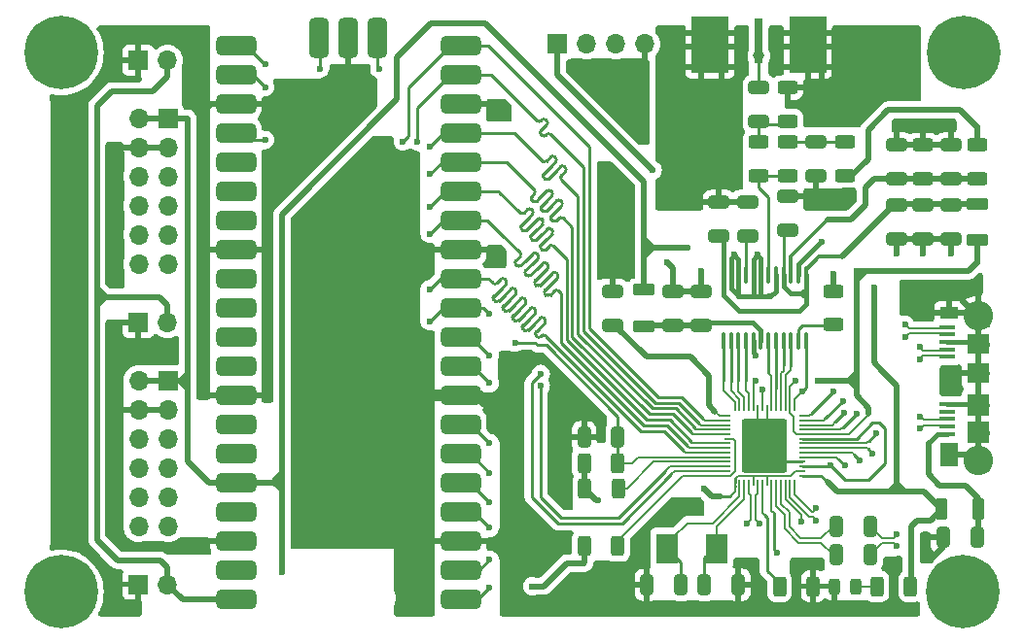
<source format=gbr>
%TF.GenerationSoftware,KiCad,Pcbnew,8.0.3-8.0.3-0~ubuntu22.04.1*%
%TF.CreationDate,2025-01-19T16:45:59+01:00*%
%TF.ProjectId,FT600_RP2040,46543630-305f-4525-9032-3034302e6b69,rev?*%
%TF.SameCoordinates,PX7735940PY61c06a0*%
%TF.FileFunction,Copper,L1,Top*%
%TF.FilePolarity,Positive*%
%FSLAX46Y46*%
G04 Gerber Fmt 4.6, Leading zero omitted, Abs format (unit mm)*
G04 Created by KiCad (PCBNEW 8.0.3-8.0.3-0~ubuntu22.04.1) date 2025-01-19 16:45:59*
%MOMM*%
%LPD*%
G01*
G04 APERTURE LIST*
G04 Aperture macros list*
%AMRoundRect*
0 Rectangle with rounded corners*
0 $1 Rounding radius*
0 $2 $3 $4 $5 $6 $7 $8 $9 X,Y pos of 4 corners*
0 Add a 4 corners polygon primitive as box body*
4,1,4,$2,$3,$4,$5,$6,$7,$8,$9,$2,$3,0*
0 Add four circle primitives for the rounded corners*
1,1,$1+$1,$2,$3*
1,1,$1+$1,$4,$5*
1,1,$1+$1,$6,$7*
1,1,$1+$1,$8,$9*
0 Add four rect primitives between the rounded corners*
20,1,$1+$1,$2,$3,$4,$5,0*
20,1,$1+$1,$4,$5,$6,$7,0*
20,1,$1+$1,$6,$7,$8,$9,0*
20,1,$1+$1,$8,$9,$2,$3,0*%
G04 Aperture macros list end*
%TA.AperFunction,SMDPad,CuDef*%
%ADD10RoundRect,0.250000X0.325000X0.650000X-0.325000X0.650000X-0.325000X-0.650000X0.325000X-0.650000X0*%
%TD*%
%TA.AperFunction,SMDPad,CuDef*%
%ADD11R,1.350000X0.400000*%
%TD*%
%TA.AperFunction,ComponentPad*%
%ADD12C,2.580000*%
%TD*%
%TA.AperFunction,SMDPad,CuDef*%
%ADD13R,1.900000X1.900000*%
%TD*%
%TA.AperFunction,SMDPad,CuDef*%
%ADD14R,1.900000X1.800000*%
%TD*%
%TA.AperFunction,SMDPad,CuDef*%
%ADD15R,1.600000X1.000000*%
%TD*%
%TA.AperFunction,SMDPad,CuDef*%
%ADD16R,1.600000X2.100000*%
%TD*%
%TA.AperFunction,SMDPad,CuDef*%
%ADD17RoundRect,0.243750X-0.243750X-0.456250X0.243750X-0.456250X0.243750X0.456250X-0.243750X0.456250X0*%
%TD*%
%TA.AperFunction,ComponentPad*%
%ADD18C,0.800000*%
%TD*%
%TA.AperFunction,ComponentPad*%
%ADD19C,6.400000*%
%TD*%
%TA.AperFunction,SMDPad,CuDef*%
%ADD20RoundRect,0.250000X-0.312500X-0.625000X0.312500X-0.625000X0.312500X0.625000X-0.312500X0.625000X0*%
%TD*%
%TA.AperFunction,SMDPad,CuDef*%
%ADD21RoundRect,0.425000X1.325000X0.425000X-1.325000X0.425000X-1.325000X-0.425000X1.325000X-0.425000X0*%
%TD*%
%TA.AperFunction,SMDPad,CuDef*%
%ADD22RoundRect,0.425000X-0.425000X1.325000X-0.425000X-1.325000X0.425000X-1.325000X0.425000X1.325000X0*%
%TD*%
%TA.AperFunction,SMDPad,CuDef*%
%ADD23RoundRect,0.250000X0.312500X0.625000X-0.312500X0.625000X-0.312500X-0.625000X0.312500X-0.625000X0*%
%TD*%
%TA.AperFunction,ComponentPad*%
%ADD24R,1.700000X1.700000*%
%TD*%
%TA.AperFunction,ComponentPad*%
%ADD25O,1.700000X1.700000*%
%TD*%
%TA.AperFunction,SMDPad,CuDef*%
%ADD26R,1.900000X2.600000*%
%TD*%
%TA.AperFunction,SMDPad,CuDef*%
%ADD27RoundRect,0.250000X0.625000X-0.312500X0.625000X0.312500X-0.625000X0.312500X-0.625000X-0.312500X0*%
%TD*%
%TA.AperFunction,SMDPad,CuDef*%
%ADD28RoundRect,0.250000X0.650000X-0.325000X0.650000X0.325000X-0.650000X0.325000X-0.650000X-0.325000X0*%
%TD*%
%TA.AperFunction,SMDPad,CuDef*%
%ADD29R,0.700000X4.000000*%
%TD*%
%TA.AperFunction,SMDPad,CuDef*%
%ADD30R,3.200000X4.900000*%
%TD*%
%TA.AperFunction,ComponentPad*%
%ADD31C,1.000000*%
%TD*%
%TA.AperFunction,SMDPad,CuDef*%
%ADD32RoundRect,0.093750X-0.156250X-0.031250X0.156250X-0.031250X0.156250X0.031250X-0.156250X0.031250X0*%
%TD*%
%TA.AperFunction,SMDPad,CuDef*%
%ADD33RoundRect,0.093750X0.031250X-0.156250X0.031250X0.156250X-0.031250X0.156250X-0.031250X-0.156250X0*%
%TD*%
%TA.AperFunction,SMDPad,CuDef*%
%ADD34RoundRect,0.093750X0.156250X0.031250X-0.156250X0.031250X-0.156250X-0.031250X0.156250X-0.031250X0*%
%TD*%
%TA.AperFunction,SMDPad,CuDef*%
%ADD35RoundRect,0.093750X-0.031250X0.156250X-0.031250X-0.156250X0.031250X-0.156250X0.031250X0.156250X0*%
%TD*%
%TA.AperFunction,SMDPad,CuDef*%
%ADD36RoundRect,0.195000X-1.755000X-2.155000X1.755000X-2.155000X1.755000X2.155000X-1.755000X2.155000X0*%
%TD*%
%TA.AperFunction,SMDPad,CuDef*%
%ADD37RoundRect,0.250000X-0.275000X-0.700000X0.275000X-0.700000X0.275000X0.700000X-0.275000X0.700000X0*%
%TD*%
%TA.AperFunction,SMDPad,CuDef*%
%ADD38RoundRect,0.250000X-0.325000X-0.650000X0.325000X-0.650000X0.325000X0.650000X-0.325000X0.650000X0*%
%TD*%
%TA.AperFunction,SMDPad,CuDef*%
%ADD39RoundRect,0.100000X-0.100000X0.637500X-0.100000X-0.637500X0.100000X-0.637500X0.100000X0.637500X0*%
%TD*%
%TA.AperFunction,SMDPad,CuDef*%
%ADD40RoundRect,0.250000X0.700000X-0.275000X0.700000X0.275000X-0.700000X0.275000X-0.700000X-0.275000X0*%
%TD*%
%TA.AperFunction,SMDPad,CuDef*%
%ADD41RoundRect,0.250000X-0.625000X0.312500X-0.625000X-0.312500X0.625000X-0.312500X0.625000X0.312500X0*%
%TD*%
%TA.AperFunction,SMDPad,CuDef*%
%ADD42RoundRect,0.250000X-0.650000X0.325000X-0.650000X-0.325000X0.650000X-0.325000X0.650000X0.325000X0*%
%TD*%
%TA.AperFunction,SMDPad,CuDef*%
%ADD43RoundRect,0.250000X-0.700000X0.275000X-0.700000X-0.275000X0.700000X-0.275000X0.700000X0.275000X0*%
%TD*%
%TA.AperFunction,ViaPad*%
%ADD44C,0.600000*%
%TD*%
%TA.AperFunction,Conductor*%
%ADD45C,0.200000*%
%TD*%
%TA.AperFunction,Conductor*%
%ADD46C,0.500000*%
%TD*%
%TA.AperFunction,Conductor*%
%ADD47C,0.250000*%
%TD*%
%TA.AperFunction,Conductor*%
%ADD48C,0.400000*%
%TD*%
%TA.AperFunction,Conductor*%
%ADD49C,1.000000*%
%TD*%
%TA.AperFunction,Conductor*%
%ADD50C,0.300000*%
%TD*%
G04 APERTURE END LIST*
D10*
%TO.P,C5,1*%
%TO.N,~{RESET_N}*%
X51975000Y17000000D03*
%TO.P,C5,2*%
%TO.N,GNDD*%
X49025000Y17000000D03*
%TD*%
D11*
%TO.P,J8,1,1*%
%TO.N,Net-(C21-Pad2)*%
X80675000Y17285000D03*
%TO.P,J8,2,2*%
%TO.N,D-*%
X80675000Y17935000D03*
%TO.P,J8,3,3*%
%TO.N,D+*%
X80675000Y18585000D03*
%TO.P,J8,4,4*%
%TO.N,unconnected-(J8-Pad4)*%
X80675000Y19235000D03*
%TO.P,J8,5,5*%
%TO.N,GNDD*%
X80675000Y19885000D03*
%TO.P,J8,6,6*%
%TO.N,SSTX-*%
X80675000Y23985000D03*
%TO.P,J8,7,7*%
%TO.N,SSTX+*%
X80675000Y24635000D03*
%TO.P,J8,8,8*%
%TO.N,GNDD*%
X80675000Y25285000D03*
%TO.P,J8,9,9*%
%TO.N,SSRX-*%
X80675000Y25935000D03*
%TO.P,J8,10,10*%
%TO.N,SSRX+*%
X80675000Y26585000D03*
D12*
%TO.P,J8,MH1,MH1*%
%TO.N,GNDD*%
X83350000Y14950000D03*
%TO.P,J8,MH2,MH2*%
X83350000Y27550000D03*
D13*
%TO.P,J8,MP1,MP1*%
X83350000Y17385000D03*
%TO.P,J8,MP2,MP2*%
X83350000Y19785000D03*
D14*
%TO.P,J8,MP3,MP3*%
X83350000Y22585000D03*
%TO.P,J8,MP4,MP4*%
X83350000Y25085000D03*
D15*
%TO.P,J8,MP5,MP5*%
X80800000Y27835000D03*
D16*
%TO.P,J8,MP6,MP6*%
X80800000Y15485000D03*
%TD*%
D17*
%TO.P,D1,1,K*%
%TO.N,GNDD*%
X70812500Y4000000D03*
%TO.P,D1,2,A*%
%TO.N,Net-(D1-A)*%
X72687500Y4000000D03*
%TD*%
D18*
%TO.P,REF\u002A\u002A,1*%
%TO.N,N/C*%
X1100000Y3500000D03*
X1802944Y5197056D03*
X1802944Y1802944D03*
X3500000Y5900000D03*
D19*
X3500000Y3500000D03*
D18*
X3500000Y1100000D03*
X5197056Y5197056D03*
X5197056Y1802944D03*
X5900000Y3500000D03*
%TD*%
D20*
%TO.P,R12,1*%
%TO.N,Net-(D1-A)*%
X74537500Y4000000D03*
%TO.P,R12,2*%
%TO.N,+5V*%
X77462500Y4000000D03*
%TD*%
D21*
%TO.P,U1,1,GPIO0*%
%TO.N,DATA_0*%
X38290000Y2870000D03*
%TO.P,U1,2,GPIO1*%
%TO.N,DATA_1*%
X38290000Y5410000D03*
%TO.P,U1,3,GND*%
%TO.N,GNDD*%
X38290000Y7950000D03*
%TO.P,U1,4,GPIO2*%
%TO.N,DATA_2*%
X38290000Y10490000D03*
%TO.P,U1,5,GPIO3*%
%TO.N,DATA_3*%
X38290000Y13030000D03*
%TO.P,U1,6,GPIO4*%
%TO.N,DATA_4*%
X38290000Y15570000D03*
%TO.P,U1,7,GPIO5*%
%TO.N,DATA_5*%
X38290000Y18110000D03*
%TO.P,U1,8,GND*%
%TO.N,GNDD*%
X38290000Y20650000D03*
%TO.P,U1,9,GPIO6*%
%TO.N,DATA_6*%
X38290000Y23190000D03*
%TO.P,U1,10,GPIO7*%
%TO.N,DATA_7*%
X38290000Y25730000D03*
%TO.P,U1,11,GPIO8*%
%TO.N,CLK*%
X38290000Y28270000D03*
%TO.P,U1,12,GPIO9*%
%TO.N,OE_N*%
X38290000Y30810000D03*
%TO.P,U1,13,GND*%
%TO.N,GNDD*%
X38290000Y33350000D03*
%TO.P,U1,14,GPIO10*%
%TO.N,RD_N*%
X38290000Y35890000D03*
%TO.P,U1,15,GPIO11*%
%TO.N,WR_N*%
X38290000Y38430000D03*
%TO.P,U1,16,GPIO12*%
%TO.N,RXF_N*%
X38290000Y40970000D03*
%TO.P,U1,17,GPIO13*%
%TO.N,TXE_N*%
X38290000Y43510000D03*
%TO.P,U1,18,GND*%
%TO.N,GNDD*%
X38290000Y46050000D03*
%TO.P,U1,19,GPIO14*%
%TO.N,BE_1*%
X38290000Y48590000D03*
%TO.P,U1,20,GPIO15*%
%TO.N,BE_0*%
X38290000Y51130000D03*
%TO.P,U1,21,GPIO16*%
%TO.N,GPIO1*%
X18710000Y51130000D03*
%TO.P,U1,22,GPIO17*%
%TO.N,GPIO0*%
X18710000Y48590000D03*
%TO.P,U1,23,GND*%
%TO.N,GNDD*%
X18710000Y46050000D03*
%TO.P,U1,24,GPIO18*%
%TO.N,~{RESET_N}*%
X18710000Y43510000D03*
%TO.P,U1,25,GPIO19*%
%TO.N,unconnected-(U1-GPIO19-Pad25)*%
X18710000Y40970000D03*
%TO.P,U1,26,GPIO20*%
%TO.N,unconnected-(U1-GPIO20-Pad26)*%
X18710000Y38430000D03*
%TO.P,U1,27,GPIO21*%
%TO.N,unconnected-(U1-GPIO21-Pad27)*%
X18710000Y35890000D03*
%TO.P,U1,28,GND*%
%TO.N,GNDD*%
X18710000Y33350000D03*
%TO.P,U1,29,GPIO22*%
%TO.N,unconnected-(U1-GPIO22-Pad29)*%
X18710000Y30810000D03*
%TO.P,U1,30,RUN*%
%TO.N,unconnected-(U1-RUN-Pad30)*%
X18710000Y28270000D03*
%TO.P,U1,31,GPIO26_ADC0*%
%TO.N,unconnected-(U1-GPIO26_ADC0-Pad31)*%
X18710000Y25730000D03*
%TO.P,U1,32,GPIO27_ADC1*%
%TO.N,unconnected-(U1-GPIO27_ADC1-Pad32)*%
X18710000Y23190000D03*
%TO.P,U1,33,AGND*%
%TO.N,GNDD*%
X18710000Y20650000D03*
%TO.P,U1,34,GPIO28_ADC2*%
%TO.N,unconnected-(U1-GPIO28_ADC2-Pad34)*%
X18710000Y18110000D03*
%TO.P,U1,35,ADC_VREF*%
%TO.N,unconnected-(U1-ADC_VREF-Pad35)*%
X18710000Y15570000D03*
%TO.P,U1,36,3V3*%
%TO.N,+3.3V*%
X18710000Y13030000D03*
%TO.P,U1,37,3V3_EN*%
%TO.N,unconnected-(U1-3V3_EN-Pad37)*%
X18710000Y10490000D03*
%TO.P,U1,38,GND*%
%TO.N,GNDD*%
X18710000Y7950000D03*
%TO.P,U1,39,VSYS*%
%TO.N,unconnected-(U1-VSYS-Pad39)*%
X18710000Y5410000D03*
%TO.P,U1,40,VBUS*%
%TO.N,+5V*%
X18710000Y2870000D03*
D22*
%TO.P,U1,41,SWCLK*%
%TO.N,SWCLK*%
X31040000Y51800000D03*
%TO.P,U1,42,GND*%
%TO.N,GNDD*%
X28500000Y51800000D03*
%TO.P,U1,43,SWDIO*%
%TO.N,SWDIO*%
X25960000Y51800000D03*
%TD*%
D10*
%TO.P,C13,1*%
%TO.N,Net-(U2-XI)*%
X57450000Y4125000D03*
%TO.P,C13,2*%
%TO.N,GNDD*%
X54500000Y4125000D03*
%TD*%
D23*
%TO.P,R10,1*%
%TO.N,Net-(U2-WAKEUP_N)*%
X52000000Y12500000D03*
%TO.P,R10,2*%
%TO.N,+3.3V*%
X49075000Y12500000D03*
%TD*%
D24*
%TO.P,J4,1,Pin_1*%
%TO.N,GNDD*%
X10225000Y49830000D03*
D25*
%TO.P,J4,2,Pin_2*%
%TO.N,+5V*%
X12765000Y49830000D03*
%TD*%
D26*
%TO.P,Y1,1,1*%
%TO.N,Net-(U2-XI)*%
X56250000Y7300000D03*
%TO.P,Y1,2,2*%
%TO.N,Net-(U2-XO)*%
X60550000Y7300000D03*
%TD*%
D27*
%TO.P,R1,1*%
%TO.N,Net-(C1-Pad2)*%
X66750000Y44537500D03*
%TO.P,R1,2*%
%TO.N,GNDA*%
X66750000Y47462500D03*
%TD*%
D23*
%TO.P,R11,1*%
%TO.N,Net-(U2-SIWU_N)*%
X51962500Y7500000D03*
%TO.P,R11,2*%
%TO.N,+3.3V*%
X49037500Y7500000D03*
%TD*%
D24*
%TO.P,J3,1,1*%
%TO.N,+3.3V*%
X12790000Y21920000D03*
D25*
%TO.P,J3,2,2*%
X10250000Y21920000D03*
%TO.P,J3,3,3*%
%TO.N,GNDD*%
X12790000Y19380000D03*
%TO.P,J3,4,4*%
X10250000Y19380000D03*
%TO.P,J3,5,5*%
%TO.N,DATA_7*%
X12790000Y16840000D03*
%TO.P,J3,6,6*%
%TO.N,DATA_6*%
X10250000Y16840000D03*
%TO.P,J3,7,7*%
%TO.N,DATA_5*%
X12790000Y14300000D03*
%TO.P,J3,8,8*%
%TO.N,DATA_4*%
X10250000Y14300000D03*
%TO.P,J3,9,9*%
%TO.N,DATA_3*%
X12790000Y11760000D03*
%TO.P,J3,10,10*%
%TO.N,DATA_2*%
X10250000Y11760000D03*
%TO.P,J3,11,11*%
%TO.N,DATA_1*%
X12790000Y9220000D03*
%TO.P,J3,12,12*%
%TO.N,DATA_0*%
X10250000Y9220000D03*
%TD*%
D27*
%TO.P,R4,1*%
%TO.N,Net-(U4-VIN)*%
X66750000Y39787500D03*
%TO.P,R4,2*%
%TO.N,Net-(C2-Pad2)*%
X66750000Y42712500D03*
%TD*%
D18*
%TO.P,REF\u002A\u002A,1*%
%TO.N,N/C*%
X79652944Y50552944D03*
X80355888Y52250000D03*
X80355888Y48855888D03*
X82052944Y52952944D03*
D19*
X82052944Y50552944D03*
D18*
X82052944Y48152944D03*
X83750000Y52250000D03*
X83750000Y48855888D03*
X84452944Y50552944D03*
%TD*%
D28*
%TO.P,C9,1*%
%TO.N,/DRVD*%
X59250000Y26775000D03*
%TO.P,C9,2*%
%TO.N,GNDA*%
X59250000Y29725000D03*
%TD*%
%TO.P,C12,1*%
%TO.N,/VA*%
X60750000Y34525000D03*
%TO.P,C12,2*%
%TO.N,GNDA*%
X60750000Y37475000D03*
%TD*%
D29*
%TO.P,J7,1,In*%
%TO.N,Net-(J7-In)*%
X64250000Y51500000D03*
D30*
%TO.P,J7,2,Ext*%
%TO.N,GNDA*%
X68500000Y51175000D03*
X60000000Y51175000D03*
%TD*%
D31*
%TO.P,REF\u002A\u002A,1*%
%TO.N,N/C*%
X64250000Y50250000D03*
%TD*%
D27*
%TO.P,R7,1*%
%TO.N,Net-(U4-PD)*%
X70750000Y26787500D03*
%TO.P,R7,2*%
%TO.N,GNDA*%
X70750000Y29712500D03*
%TD*%
D32*
%TO.P,U2,1,AVDD*%
%TO.N,Net-(U2-AVDD)*%
X61500000Y18850000D03*
%TO.P,U2,2,BE_0*%
%TO.N,BE_0*%
X61500000Y18450000D03*
%TO.P,U2,3,BE_1*%
%TO.N,BE_1*%
X61500000Y18050000D03*
%TO.P,U2,4,TXE_N*%
%TO.N,TXE_N*%
X61500000Y17650000D03*
%TO.P,U2,5,RXF_N*%
%TO.N,RXF_N*%
X61500000Y17250000D03*
%TO.P,U2,6,SIWU_N*%
%TO.N,Net-(U2-SIWU_N)*%
X61500000Y16850000D03*
%TO.P,U2,7,WR_N*%
%TO.N,WR_N*%
X61500000Y16450000D03*
%TO.P,U2,8,RD_N*%
%TO.N,RD_N*%
X61500000Y16050000D03*
%TO.P,U2,9,OE_N*%
%TO.N,OE_N*%
X61500000Y15650000D03*
%TO.P,U2,10,RESET_N*%
%TO.N,~{RESET_N}*%
X61500000Y15250000D03*
%TO.P,U2,11,WAKEUP_N*%
%TO.N,Net-(U2-WAKEUP_N)*%
X61500000Y14850000D03*
%TO.P,U2,12,GPIO0*%
%TO.N,GPIO0*%
X61500000Y14450000D03*
%TO.P,U2,13,GPIO1*%
%TO.N,GPIO1*%
X61500000Y14050000D03*
%TO.P,U2,14,RESERVE*%
%TO.N,unconnected-(U2-RESERVE-Pad14)*%
X61500000Y13650000D03*
D33*
%TO.P,U2,15,VCC33*%
%TO.N,+3.3V*%
X62150000Y13000000D03*
%TO.P,U2,16,XI*%
%TO.N,Net-(U2-XI)*%
X62550000Y13000000D03*
%TO.P,U2,17,XO*%
%TO.N,Net-(U2-XO)*%
X62950000Y13000000D03*
%TO.P,U2,18,DP*%
%TO.N,D+*%
X63350000Y13000000D03*
%TO.P,U2,19,VCC33*%
%TO.N,+3.3V*%
X63750000Y13000000D03*
%TO.P,U2,20,DM*%
%TO.N,D-*%
X64150000Y13000000D03*
%TO.P,U2,21,RREF*%
%TO.N,Net-(U2-RREF)*%
X64550000Y13000000D03*
%TO.P,U2,22,VDDA*%
%TO.N,+3.3V*%
X64950000Y13000000D03*
%TO.P,U2,23,VD10*%
%TO.N,Net-(U2-AVDD)*%
X65350000Y13000000D03*
%TO.P,U2,24,TODN*%
%TO.N,/TODN*%
X65750000Y13000000D03*
%TO.P,U2,25,TODP*%
%TO.N,/TODP*%
X66150000Y13000000D03*
%TO.P,U2,26,VD10*%
%TO.N,Net-(U2-AVDD)*%
X66550000Y13000000D03*
%TO.P,U2,27,RIDN*%
%TO.N,SSRX-*%
X66950000Y13000000D03*
%TO.P,U2,28,RIDP*%
%TO.N,SSRX+*%
X67350000Y13000000D03*
D34*
%TO.P,U2,29,VBUS*%
%TO.N,+5V*%
X68000000Y13650000D03*
%TO.P,U2,30,VCC33*%
%TO.N,+3.3V*%
X68000000Y14050000D03*
%TO.P,U2,31,DV10*%
%TO.N,Net-(U2-AVDD)*%
X68000000Y14450000D03*
%TO.P,U2,32,GND*%
%TO.N,GNDD*%
X68000000Y14850000D03*
%TO.P,U2,33,DATA_0*%
%TO.N,DATA_0*%
X68000000Y15250000D03*
%TO.P,U2,34,DATA_1*%
%TO.N,DATA_1*%
X68000000Y15650000D03*
%TO.P,U2,35,DATA_2*%
%TO.N,DATA_2*%
X68000000Y16050000D03*
%TO.P,U2,36,DATA_3*%
%TO.N,DATA_3*%
X68000000Y16450000D03*
%TO.P,U2,37,VD10*%
%TO.N,Net-(U2-AVDD)*%
X68000000Y16850000D03*
%TO.P,U2,38,VCCIO*%
%TO.N,+3.3V*%
X68000000Y17250000D03*
%TO.P,U2,39,DATA_4*%
%TO.N,DATA_4*%
X68000000Y17650000D03*
%TO.P,U2,40,DATA_5*%
%TO.N,DATA_5*%
X68000000Y18050000D03*
%TO.P,U2,41,DATA_6*%
%TO.N,DATA_6*%
X68000000Y18450000D03*
%TO.P,U2,42,DATA_7*%
%TO.N,DATA_7*%
X68000000Y18850000D03*
D35*
%TO.P,U2,43,CLK*%
%TO.N,CLK*%
X67350000Y19500000D03*
%TO.P,U2,44,VCCIO*%
%TO.N,+3.3V*%
X66950000Y19500000D03*
%TO.P,U2,45,DATA_8*%
%TO.N,DATA_8*%
X66550000Y19500000D03*
%TO.P,U2,46,DATA_9*%
%TO.N,DATA_9*%
X66150000Y19500000D03*
%TO.P,U2,47,DATA_10*%
%TO.N,DATA_10*%
X65750000Y19500000D03*
%TO.P,U2,48,DATA_11*%
%TO.N,DATA_11*%
X65350000Y19500000D03*
%TO.P,U2,49,GND*%
%TO.N,GNDD*%
X64950000Y19500000D03*
%TO.P,U2,50,VD10*%
%TO.N,Net-(U2-AVDD)*%
X64550000Y19500000D03*
%TO.P,U2,51,GND*%
%TO.N,GNDD*%
X64150000Y19500000D03*
%TO.P,U2,52,VCCIO*%
%TO.N,+3.3V*%
X63750000Y19500000D03*
%TO.P,U2,53,DATA_12*%
%TO.N,DATA_12*%
X63350000Y19500000D03*
%TO.P,U2,54,DATA_13*%
%TO.N,DATA_13*%
X62950000Y19500000D03*
%TO.P,U2,55,DATA_14*%
%TO.N,DATA_14*%
X62550000Y19500000D03*
%TO.P,U2,56,DATA_15*%
%TO.N,DATA_15*%
X62150000Y19500000D03*
D36*
%TO.P,U2,57,EP*%
%TO.N,GNDD*%
X64750000Y16250000D03*
%TD*%
D37*
%TO.P,FB1,1*%
%TO.N,+5V*%
X80175000Y10750000D03*
%TO.P,FB1,2*%
%TO.N,Net-(C21-Pad2)*%
X83325000Y10750000D03*
%TD*%
D23*
%TO.P,R5,1*%
%TO.N,GNDD*%
X68962500Y4000000D03*
%TO.P,R5,2*%
%TO.N,Net-(U2-RREF)*%
X66037500Y4000000D03*
%TD*%
D28*
%TO.P,C10,1*%
%TO.N,/VA*%
X66750000Y35025000D03*
%TO.P,C10,2*%
%TO.N,GNDA*%
X66750000Y37975000D03*
%TD*%
D38*
%TO.P,C15,1*%
%TO.N,Net-(U2-XO)*%
X59500000Y4125000D03*
%TO.P,C15,2*%
%TO.N,GNDD*%
X62450000Y4125000D03*
%TD*%
D28*
%TO.P,C11,1*%
%TO.N,/DRVD*%
X56750000Y26775000D03*
%TO.P,C11,2*%
%TO.N,GNDA*%
X56750000Y29725000D03*
%TD*%
D10*
%TO.P,C16,1*%
%TO.N,SSTX-*%
X73975000Y6750000D03*
%TO.P,C16,2*%
%TO.N,/TODN*%
X71025000Y6750000D03*
%TD*%
%TO.P,C18,1*%
%TO.N,SSTX+*%
X73975000Y9250000D03*
%TO.P,C18,2*%
%TO.N,/TODP*%
X71025000Y9250000D03*
%TD*%
D28*
%TO.P,C17,1*%
%TO.N,Net-(U4-VRM)*%
X63250000Y34525000D03*
%TO.P,C17,2*%
%TO.N,GNDA*%
X63250000Y37475000D03*
%TD*%
D39*
%TO.P,U4,1,VA*%
%TO.N,/VA*%
X68325000Y31112500D03*
%TO.P,U4,2,AGND*%
%TO.N,GNDA*%
X67675000Y31112500D03*
%TO.P,U4,3,VRT*%
%TO.N,/VRT*%
X67025000Y31112500D03*
%TO.P,U4,4,VA*%
%TO.N,/VA*%
X66375000Y31112500D03*
%TO.P,U4,5,AGND*%
%TO.N,GNDA*%
X65725000Y31112500D03*
%TO.P,U4,6,VIN*%
%TO.N,Net-(U4-VIN)*%
X65075000Y31112500D03*
%TO.P,U4,7,GND*%
%TO.N,GNDA*%
X64425000Y31112500D03*
%TO.P,U4,8,AGND*%
X63775000Y31112500D03*
%TO.P,U4,9,VRM*%
%TO.N,Net-(U4-VRM)*%
X63125000Y31112500D03*
%TO.P,U4,10,VRB*%
%TO.N,GNDA*%
X62475000Y31112500D03*
%TO.P,U4,11,AGND*%
X61825000Y31112500D03*
%TO.P,U4,12,VA*%
%TO.N,/VA*%
X61175000Y31112500D03*
%TO.P,U4,13,D7*%
%TO.N,DATA_15*%
X61175000Y25387500D03*
%TO.P,U4,14,D6*%
%TO.N,DATA_14*%
X61825000Y25387500D03*
%TO.P,U4,15,D5*%
%TO.N,DATA_13*%
X62475000Y25387500D03*
%TO.P,U4,16,D4*%
%TO.N,DATA_12*%
X63125000Y25387500D03*
%TO.P,U4,17,DRGND*%
%TO.N,GNDA*%
X63775000Y25387500D03*
%TO.P,U4,18,DRVD*%
%TO.N,/DRVD*%
X64425000Y25387500D03*
%TO.P,U4,19,D3*%
%TO.N,DATA_11*%
X65075000Y25387500D03*
%TO.P,U4,20,D2*%
%TO.N,DATA_10*%
X65725000Y25387500D03*
%TO.P,U4,21,D1*%
%TO.N,DATA_9*%
X66375000Y25387500D03*
%TO.P,U4,22,D0*%
%TO.N,DATA_8*%
X67025000Y25387500D03*
%TO.P,U4,23,PD*%
%TO.N,Net-(U4-PD)*%
X67675000Y25387500D03*
%TO.P,U4,24,CLK*%
%TO.N,CLK*%
X68325000Y25387500D03*
%TD*%
D40*
%TO.P,FB3,1*%
%TO.N,+3.3V*%
X83250000Y34175000D03*
%TO.P,FB3,2*%
%TO.N,/VA*%
X83250000Y37325000D03*
%TD*%
D28*
%TO.P,C20,1*%
%TO.N,/VRT*%
X81000000Y39525000D03*
%TO.P,C20,2*%
%TO.N,GNDA*%
X81000000Y42475000D03*
%TD*%
D41*
%TO.P,R8,1*%
%TO.N,GNDA*%
X78500000Y42462500D03*
%TO.P,R8,2*%
%TO.N,/VRT*%
X78500000Y39537500D03*
%TD*%
D42*
%TO.P,C6,1*%
%TO.N,/VA*%
X78500000Y37225000D03*
%TO.P,C6,2*%
%TO.N,GNDA*%
X78500000Y34275000D03*
%TD*%
D18*
%TO.P,REF\u002A\u002A,1*%
%TO.N,N/C*%
X1100000Y50500000D03*
X1802944Y52197056D03*
X1802944Y48802944D03*
X3500000Y52900000D03*
D19*
X3500000Y50500000D03*
D18*
X3500000Y48100000D03*
X5197056Y52197056D03*
X5197056Y48802944D03*
X5900000Y50500000D03*
%TD*%
D28*
%TO.P,C14,1*%
%TO.N,Net-(U2-AVDD)*%
X51500000Y26775000D03*
%TO.P,C14,2*%
%TO.N,GNDD*%
X51500000Y29725000D03*
%TD*%
D18*
%TO.P,REF\u002A\u002A,1*%
%TO.N,N/C*%
X79600000Y3500000D03*
X80302944Y5197056D03*
X80302944Y1802944D03*
X82000000Y5900000D03*
D19*
X82000000Y3500000D03*
D18*
X82000000Y1100000D03*
X83697056Y5197056D03*
X83697056Y1802944D03*
X84400000Y3500000D03*
%TD*%
D41*
%TO.P,R9,1*%
%TO.N,+3.3V*%
X83250000Y42462500D03*
%TO.P,R9,2*%
%TO.N,/VRT*%
X83250000Y39537500D03*
%TD*%
D23*
%TO.P,R6,1*%
%TO.N,~{RESET_N}*%
X51962500Y14750000D03*
%TO.P,R6,2*%
%TO.N,+3.3V*%
X49037500Y14750000D03*
%TD*%
D41*
%TO.P,R2,1*%
%TO.N,Net-(C1-Pad2)*%
X64250000Y42712500D03*
%TO.P,R2,2*%
%TO.N,Net-(U4-VIN)*%
X64250000Y39787500D03*
%TD*%
D42*
%TO.P,C1,1*%
%TO.N,Net-(J7-In)*%
X64250000Y47475000D03*
%TO.P,C1,2*%
%TO.N,Net-(C1-Pad2)*%
X64250000Y44525000D03*
%TD*%
D38*
%TO.P,C21,1*%
%TO.N,GNDD*%
X80275000Y8250000D03*
%TO.P,C21,2*%
%TO.N,Net-(C21-Pad2)*%
X83225000Y8250000D03*
%TD*%
D24*
%TO.P,J5,1,1*%
%TO.N,+3.3V*%
X12790000Y44780000D03*
D25*
%TO.P,J5,2,2*%
X10250000Y44780000D03*
%TO.P,J5,3,3*%
%TO.N,GNDD*%
X12790000Y42240000D03*
%TO.P,J5,4,4*%
X10250000Y42240000D03*
%TO.P,J5,5,5*%
%TO.N,BE_0*%
X12790000Y39700000D03*
%TO.P,J5,6,6*%
%TO.N,BE_1*%
X10250000Y39700000D03*
%TO.P,J5,7,7*%
%TO.N,TXE_N*%
X12790000Y37160000D03*
%TO.P,J5,8,8*%
%TO.N,RXF_N*%
X10250000Y37160000D03*
%TO.P,J5,9,9*%
%TO.N,WR_N*%
X12790000Y34620000D03*
%TO.P,J5,10,10*%
%TO.N,RD_N*%
X10250000Y34620000D03*
%TO.P,J5,11,11*%
%TO.N,OE_N*%
X12790000Y32080000D03*
%TO.P,J5,12,12*%
%TO.N,CLK*%
X10250000Y32080000D03*
%TD*%
D43*
%TO.P,FB2,1*%
%TO.N,+3.3V*%
X54250000Y29825000D03*
%TO.P,FB2,2*%
%TO.N,/DRVD*%
X54250000Y26675000D03*
%TD*%
D42*
%TO.P,C8,1*%
%TO.N,/VA*%
X76250000Y37225000D03*
%TO.P,C8,2*%
%TO.N,GNDA*%
X76250000Y34275000D03*
%TD*%
D41*
%TO.P,R3,1*%
%TO.N,Net-(C2-Pad2)*%
X71750000Y42712500D03*
%TO.P,R3,2*%
%TO.N,+3.3V*%
X71750000Y39787500D03*
%TD*%
D24*
%TO.P,J6,1,Pin_1*%
%TO.N,GNDD*%
X10225000Y4170000D03*
D25*
%TO.P,J6,2,Pin_2*%
%TO.N,+5V*%
X12765000Y4170000D03*
%TD*%
D28*
%TO.P,C19,1*%
%TO.N,/VRT*%
X76250000Y39525000D03*
%TO.P,C19,2*%
%TO.N,GNDA*%
X76250000Y42475000D03*
%TD*%
%TO.P,C2,1*%
%TO.N,GNDA*%
X69250000Y39775000D03*
%TO.P,C2,2*%
%TO.N,Net-(C2-Pad2)*%
X69250000Y42725000D03*
%TD*%
D42*
%TO.P,C7,1*%
%TO.N,/VA*%
X81000000Y37225000D03*
%TO.P,C7,2*%
%TO.N,GNDA*%
X81000000Y34275000D03*
%TD*%
D24*
%TO.P,J1,1,Pin_1*%
%TO.N,+5V*%
X46700000Y51250000D03*
D25*
%TO.P,J1,2,Pin_2*%
%TO.N,SWCLK*%
X49240000Y51250000D03*
%TO.P,J1,3,Pin_3*%
%TO.N,SWDIO*%
X51780000Y51250000D03*
%TO.P,J1,4,Pin_4*%
%TO.N,GNDD*%
X54320000Y51250000D03*
%TD*%
D24*
%TO.P,J2,1,Pin_1*%
%TO.N,GNDD*%
X10225000Y27000000D03*
D25*
%TO.P,J2,2,Pin_2*%
%TO.N,+5V*%
X12765000Y27000000D03*
%TD*%
D44*
%TO.N,+3.3V*%
X59500000Y12500000D03*
X44500000Y4000000D03*
X67425000Y21875000D03*
X22750000Y5250000D03*
X72750000Y31500000D03*
X69400000Y21900000D03*
X64000000Y21900000D03*
X83250000Y44000000D03*
X50250000Y11500000D03*
X58000000Y33500000D03*
X83250000Y32250000D03*
X49000000Y6000000D03*
%TO.N,DATA_5*%
X40800000Y16500000D03*
X71675000Y19100000D03*
%TO.N,BE_0*%
X33250000Y42750000D03*
%TO.N,+5V*%
X55000000Y40250000D03*
X74250000Y30000000D03*
%TO.N,DATA_4*%
X72750000Y19050000D03*
X40800000Y13900000D03*
%TO.N,BE_1*%
X34500000Y42750000D03*
%TO.N,SSRX-*%
X69250000Y9725000D03*
X77000000Y25735000D03*
%TO.N,TXE_N*%
X35600000Y42300000D03*
%TO.N,SWCLK*%
X31200000Y49100000D03*
%TO.N,SWDIO*%
X26000000Y49100000D03*
%TO.N,GPIO0*%
X45250000Y21500000D03*
X21250000Y47500000D03*
%TO.N,CLK*%
X40750000Y27750000D03*
X35600000Y27100000D03*
X68050000Y20975000D03*
%TO.N,DATA_2*%
X40800000Y9100000D03*
X74150000Y15550000D03*
%TO.N,DATA_7*%
X70750000Y21000000D03*
X40800000Y24100000D03*
%TO.N,~{RESET_N}*%
X43050000Y25225000D03*
X21250000Y42900000D03*
%TO.N,D-*%
X78300000Y17735000D03*
X64275000Y9500000D03*
%TO.N,GPIO1*%
X45250000Y22500000D03*
X21250000Y49500000D03*
%TO.N,RXF_N*%
X35600000Y39900000D03*
%TO.N,D+*%
X63225000Y9500000D03*
X78300000Y18785000D03*
%TO.N,WR_N*%
X35600000Y37100000D03*
%TO.N,DATA_6*%
X40800000Y21700000D03*
X71550000Y20150000D03*
%TO.N,DATA_3*%
X40800000Y11300000D03*
X74450000Y17300000D03*
%TO.N,DATA_0*%
X40800000Y3900000D03*
X71750000Y14500000D03*
%TO.N,SSRX+*%
X69250000Y10775000D03*
X77000000Y26785000D03*
%TO.N,GNDD*%
X32250000Y25750000D03*
X81500000Y21750000D03*
X28500000Y49500000D03*
X44750000Y2000000D03*
X24250000Y21250000D03*
X52500000Y44500000D03*
X25500000Y41250000D03*
X79000000Y6500000D03*
X35500000Y25500000D03*
X68250000Y2000000D03*
X77750000Y2000000D03*
X52800000Y4100000D03*
X28250000Y25750000D03*
X21750000Y45250000D03*
X53750000Y49000000D03*
X63250000Y14250000D03*
X62500000Y6000000D03*
X42500000Y2000000D03*
X32250000Y21250000D03*
X47250000Y7250000D03*
X35500000Y2000000D03*
X62500000Y2000000D03*
X31500000Y29500000D03*
X53000000Y38250000D03*
X50750000Y46250000D03*
X35500000Y4500000D03*
X8000000Y8500000D03*
X53750000Y46000000D03*
X65500000Y15000000D03*
X53750000Y43500000D03*
X50250000Y4250000D03*
X77750000Y30250000D03*
X49500000Y49250000D03*
X58500000Y2000000D03*
X66500000Y2000000D03*
X64750000Y14250000D03*
X50750000Y40750000D03*
X30250000Y46250000D03*
X24250000Y25750000D03*
X53000000Y31500000D03*
X41750000Y32500000D03*
X50750000Y2000000D03*
X33250000Y6000000D03*
X48000000Y49250000D03*
X33250000Y2000000D03*
X77750000Y28250000D03*
X26250000Y46750000D03*
X75750000Y2000000D03*
X24250000Y29500000D03*
X59150000Y10450000D03*
X80500000Y22750000D03*
X45500000Y7250000D03*
X53000000Y35250000D03*
X54000000Y6250000D03*
X56550000Y9450000D03*
X76000000Y6000000D03*
X47000000Y2000000D03*
X73750000Y2000000D03*
X47250000Y8500000D03*
X52750000Y2000000D03*
X54000000Y7750000D03*
X66350000Y14300000D03*
X67250000Y6000000D03*
X50750000Y38250000D03*
X26750000Y42750000D03*
X54750000Y2000000D03*
X56750000Y2000000D03*
X60500000Y2000000D03*
X64000000Y4100000D03*
X8250000Y30500000D03*
X50750000Y35250000D03*
X29000000Y40750000D03*
X70000000Y2000000D03*
X45500000Y9000000D03*
X28250000Y21250000D03*
X28250000Y46250000D03*
X64500000Y2000000D03*
X47500000Y21750000D03*
X71750000Y2000000D03*
X50750000Y31500000D03*
X64000000Y15000000D03*
X15750000Y42750000D03*
X45500000Y5750000D03*
X42250000Y45000000D03*
X69250000Y6000000D03*
X47500000Y4250000D03*
X31250000Y42750000D03*
X47750000Y11000000D03*
X28250000Y29500000D03*
X30250000Y42000000D03*
X48750000Y2000000D03*
%TO.N,GNDA*%
X74250000Y46250000D03*
X56500000Y47500000D03*
X56250000Y41500000D03*
X68525000Y47475000D03*
X78500000Y44000000D03*
X56250000Y37500000D03*
X64125000Y32875000D03*
X74000000Y49250000D03*
X62250000Y39000000D03*
X77750000Y50000000D03*
X56250000Y43500000D03*
X70750000Y38000000D03*
X58750000Y37500000D03*
X70750000Y47500000D03*
X72250000Y38000000D03*
X62750000Y52250000D03*
X68750000Y46000000D03*
X65750000Y49500000D03*
X56500000Y49500000D03*
X71250000Y49250000D03*
X62250000Y41500000D03*
X81000000Y44000000D03*
X76250000Y33000000D03*
X71250000Y52250000D03*
X60775000Y38925000D03*
X62125000Y32875000D03*
X56500000Y52400000D03*
X65250000Y29250000D03*
X56250000Y45500000D03*
X69750000Y34000000D03*
X56750000Y31000000D03*
X68975000Y37975000D03*
X56250000Y32250000D03*
X56500000Y51000000D03*
X62750000Y51000000D03*
X62250000Y43500000D03*
X74000000Y52250000D03*
X57500000Y48000000D03*
X71500000Y44500000D03*
X62750000Y49500000D03*
X71250000Y51000000D03*
X78500000Y33000000D03*
X77750000Y48500000D03*
X77750000Y47000000D03*
X70750000Y31250000D03*
X64000000Y24100000D03*
X81000000Y33000000D03*
X77750000Y52250000D03*
X76250000Y44050000D03*
X62250000Y45500000D03*
X59250000Y31500000D03*
X62250000Y47500000D03*
X68750000Y44500000D03*
X65750000Y52250000D03*
%TO.N,RD_N*%
X35600000Y34700000D03*
%TO.N,DATA_1*%
X73050000Y15000000D03*
X40800000Y6300000D03*
%TO.N,OE_N*%
X35600000Y29900000D03*
%TO.N,SSTX-*%
X76250000Y7475000D03*
X78250000Y23785000D03*
%TO.N,SSTX+*%
X78250000Y24835000D03*
X76250000Y8525000D03*
%TO.N,Net-(U2-AVDD)*%
X70500000Y14500000D03*
X65800000Y6950000D03*
X59900000Y22250000D03*
X67900000Y9600000D03*
X64550000Y21150000D03*
%TD*%
D45*
%TO.N,+3.3V*%
X62400000Y13600000D02*
X62150000Y13350000D01*
D46*
X72750000Y21900000D02*
X71900000Y21900000D01*
X72750000Y30750000D02*
X73500000Y31500000D01*
X22070000Y13220000D02*
X22700000Y13850000D01*
X14500000Y22250000D02*
X14170000Y21920000D01*
X10250000Y21920000D02*
X12790000Y21920000D01*
X13830000Y21920000D02*
X14500000Y21250000D01*
X22705000Y13030000D02*
X22700000Y13035000D01*
X54250000Y32750000D02*
X54250000Y34250000D01*
D45*
X67425000Y21875000D02*
X66950000Y21400000D01*
D46*
X50250000Y11500000D02*
X50075000Y11500000D01*
X14500000Y44735000D02*
X14500000Y23250000D01*
X73750000Y41250000D02*
X73750000Y43750000D01*
D45*
X67500000Y17250000D02*
X68000000Y17250000D01*
D46*
X81750000Y45500000D02*
X83250000Y44000000D01*
D45*
X72100000Y17250000D02*
X68000000Y17250000D01*
D46*
X22075000Y13030000D02*
X22070000Y13030000D01*
X72750000Y21900000D02*
X72750000Y22550000D01*
D45*
X64000000Y21900000D02*
X63750000Y21650000D01*
D46*
X71750000Y39787500D02*
X72287500Y39787500D01*
X14500000Y14900000D02*
X14500000Y21250000D01*
D45*
X61750000Y11850000D02*
X62150000Y12250000D01*
D46*
X72100000Y21900000D02*
X72750000Y22550000D01*
X49037500Y14212500D02*
X49037500Y14750000D01*
X60950000Y11850000D02*
X60150000Y11850000D01*
X49037500Y6037500D02*
X49037500Y7500000D01*
X14170000Y21920000D02*
X12790000Y21920000D01*
X22070000Y13030000D02*
X22700000Y12400000D01*
X19610000Y13030000D02*
X21750000Y13030000D01*
X22075000Y13030000D02*
X22705000Y13030000D01*
X22700000Y13035000D02*
X22700000Y13850000D01*
X72287500Y39787500D02*
X73750000Y41250000D01*
X12790000Y44780000D02*
X14545000Y44780000D01*
X54250000Y33500000D02*
X54250000Y32000000D01*
X55000000Y33500000D02*
X54250000Y33500000D01*
X72750000Y20600000D02*
X73800000Y19550000D01*
X14500000Y22500000D02*
X14500000Y23250000D01*
D45*
X62150000Y12250000D02*
X62150000Y12700000D01*
X63750000Y21650000D02*
X63750000Y19500000D01*
D46*
X55000000Y33500000D02*
X54250000Y34250000D01*
X49075000Y14175000D02*
X49037500Y14212500D01*
X49000000Y6000000D02*
X49037500Y6037500D01*
X54250000Y31000000D02*
X54250000Y32250000D01*
X22700000Y13025000D02*
X22700000Y12400000D01*
D45*
X64950000Y13600000D02*
X67000000Y13600000D01*
D46*
X58000000Y33500000D02*
X55000000Y33500000D01*
X71900000Y21900000D02*
X69400000Y21900000D01*
D45*
X64950000Y13600000D02*
X63750000Y13600000D01*
D46*
X14545000Y44780000D02*
X14500000Y44735000D01*
X21750000Y13030000D02*
X22070000Y13030000D01*
D45*
X67250000Y17500000D02*
X67500000Y17250000D01*
D46*
X83250000Y32250000D02*
X83250000Y34175000D01*
X22070000Y13030000D02*
X22070000Y13220000D01*
X22750000Y5250000D02*
X22700000Y5300000D01*
X45500000Y4000000D02*
X44500000Y4000000D01*
X12790000Y21920000D02*
X13830000Y21920000D01*
X60150000Y11850000D02*
X59500000Y12500000D01*
X10250000Y44780000D02*
X12790000Y44780000D01*
X22705000Y13030000D02*
X22700000Y13025000D01*
X13900000Y21920000D02*
X14230000Y21920000D01*
X72200000Y21900000D02*
X72750000Y21350000D01*
X54250000Y39250000D02*
X40425000Y53075000D01*
X50075000Y11500000D02*
X49075000Y12500000D01*
X71900000Y21900000D02*
X72100000Y21900000D01*
D47*
X62150000Y12700000D02*
X62150000Y12800000D01*
D46*
X73500000Y31500000D02*
X82500000Y31500000D01*
X32750000Y50125000D02*
X32750000Y46425000D01*
X49075000Y12500000D02*
X49075000Y14175000D01*
X47500000Y6000000D02*
X45500000Y4000000D01*
X54250000Y32000000D02*
X54250000Y32750000D01*
X14500000Y21250000D02*
X14500000Y22500000D01*
D45*
X67000000Y13600000D02*
X67450000Y14050000D01*
D46*
X72750000Y21900000D02*
X72750000Y21350000D01*
X35700000Y53075000D02*
X32750000Y50125000D01*
D45*
X66950000Y19089704D02*
X67250000Y18789704D01*
D46*
X72750000Y31500000D02*
X73500000Y31500000D01*
D45*
X64950000Y13000000D02*
X64950000Y13600000D01*
D46*
X16370000Y13030000D02*
X14500000Y14900000D01*
X14275000Y21920000D02*
X13900000Y21920000D01*
X73750000Y43750000D02*
X75500000Y45500000D01*
X22700000Y5300000D02*
X22700000Y12400000D01*
X22700000Y36375000D02*
X22700000Y13850000D01*
D47*
X60950000Y11850000D02*
X61750000Y11850000D01*
D45*
X66950000Y19500000D02*
X66950000Y19089704D01*
X73825000Y18975000D02*
X72100000Y17250000D01*
D46*
X19610000Y13030000D02*
X16370000Y13030000D01*
X55000000Y33500000D02*
X54250000Y32750000D01*
X40425000Y53075000D02*
X35700000Y53075000D01*
X71900000Y21900000D02*
X72200000Y21900000D01*
X75500000Y45500000D02*
X81750000Y45500000D01*
X82500000Y31500000D02*
X83250000Y32250000D01*
X72750000Y21350000D02*
X72750000Y20600000D01*
D45*
X67450000Y14050000D02*
X68000000Y14050000D01*
D46*
X21750000Y13030000D02*
X22075000Y13030000D01*
X72750000Y22550000D02*
X72750000Y30750000D01*
X72750000Y30750000D02*
X72750000Y31500000D01*
X49000000Y6000000D02*
X47500000Y6000000D01*
X73800000Y19550000D02*
X73800000Y19000000D01*
D47*
X62150000Y13350000D02*
X62150000Y13000000D01*
D45*
X67250000Y18789704D02*
X67250000Y17500000D01*
D46*
X83250000Y44000000D02*
X83250000Y42462500D01*
D45*
X63750000Y13600000D02*
X62400000Y13600000D01*
D46*
X12790000Y21920000D02*
X13920000Y21920000D01*
X54250000Y31000000D02*
X54250000Y29825000D01*
D45*
X66950000Y21400000D02*
X66950000Y19500000D01*
D46*
X54250000Y32000000D02*
X54250000Y31000000D01*
X13920000Y21920000D02*
X14500000Y22500000D01*
D45*
X62150000Y12900000D02*
X62150000Y13000000D01*
D46*
X54250000Y34250000D02*
X54250000Y39250000D01*
X32750000Y46425000D02*
X22700000Y36375000D01*
D45*
X63750000Y13600000D02*
X63750000Y13000000D01*
D47*
%TO.N,DATA_5*%
X70912500Y18337500D02*
X71675000Y19100000D01*
D45*
X70912500Y18337500D02*
X70625000Y18050000D01*
D47*
X39190000Y18110000D02*
X37390000Y18110000D01*
D45*
X70625000Y18050000D02*
X68000000Y18050000D01*
D47*
X40800000Y16500000D02*
X39190000Y18110000D01*
%TO.N,BE_0*%
X49500000Y42300000D02*
X40670000Y51130000D01*
X55500000Y20500000D02*
X49500000Y26500000D01*
X49500000Y26500000D02*
X49500000Y42300000D01*
X59400000Y18600000D02*
X57500000Y20500000D01*
X33750000Y47490000D02*
X37390000Y51130000D01*
X57500000Y20500000D02*
X55500000Y20500000D01*
X33750000Y43250000D02*
X33750000Y47490000D01*
D45*
X59550000Y18450000D02*
X61500000Y18450000D01*
D47*
X40670000Y51130000D02*
X37390000Y51130000D01*
D45*
X59400000Y18600000D02*
X59550000Y18450000D01*
D47*
X33250000Y42750000D02*
X33750000Y43250000D01*
D45*
%TO.N,DATA_9*%
X66375000Y22775000D02*
X66150000Y22550000D01*
D47*
X66375000Y23250000D02*
X66375000Y25387500D01*
D45*
X66375000Y23250000D02*
X66375000Y22775000D01*
X66150000Y22550000D02*
X66150000Y19500000D01*
%TO.N,DATA_13*%
X62950000Y20500000D02*
X62950000Y19500000D01*
X62475000Y20975000D02*
X62950000Y20500000D01*
X62475000Y21900000D02*
X62475000Y20975000D01*
D47*
X62475000Y21900000D02*
X62475000Y25387500D01*
D46*
%TO.N,+5V*%
X74250000Y23500000D02*
X74250000Y30000000D01*
X77500000Y4037500D02*
X77462500Y4000000D01*
X6600000Y29175000D02*
X6625000Y29200000D01*
X75000000Y22750000D02*
X74250000Y23500000D01*
D47*
X70200000Y13100000D02*
X69650000Y13650000D01*
D46*
X76250000Y21500000D02*
X75000000Y22750000D01*
X6625000Y29200000D02*
X7575000Y29200000D01*
X76900000Y12250000D02*
X78650000Y12250000D01*
X78650000Y12250000D02*
X80150000Y10750000D01*
X76250000Y13050000D02*
X76250000Y12900000D01*
X12100000Y29200000D02*
X12765000Y28535000D01*
X77500000Y9250000D02*
X77500000Y4037500D01*
X7325000Y29200000D02*
X6600000Y28475000D01*
X6600000Y45900000D02*
X6600000Y29975000D01*
X7575000Y29200000D02*
X7325000Y29200000D01*
X8400000Y6250000D02*
X6600000Y8050000D01*
X12765000Y48440000D02*
X11500000Y47175000D01*
X12765000Y49830000D02*
X12765000Y48440000D01*
X76250000Y12250000D02*
X76250000Y13050000D01*
X76250000Y13050000D02*
X76250000Y21500000D01*
X55000000Y40250000D02*
X46700000Y48550000D01*
X7575000Y29200000D02*
X12100000Y29200000D01*
X7875000Y47175000D02*
X6600000Y45900000D01*
X7575000Y29200000D02*
X7400000Y29200000D01*
X76250000Y12250000D02*
X76900000Y12250000D01*
X14065000Y2870000D02*
X12765000Y4170000D01*
X80150000Y10750000D02*
X80175000Y10750000D01*
X11500000Y47175000D02*
X7875000Y47175000D01*
X75650000Y12250000D02*
X76250000Y12250000D01*
X12765000Y4170000D02*
X12765000Y5610000D01*
X6600000Y28475000D02*
X6600000Y29975000D01*
X71050000Y12250000D02*
X75650000Y12250000D01*
D47*
X69650000Y13650000D02*
X68000000Y13650000D01*
D46*
X6625000Y29975000D02*
X6600000Y29975000D01*
X70200000Y13100000D02*
X71050000Y12250000D01*
X76250000Y12850000D02*
X75650000Y12250000D01*
X12125000Y6250000D02*
X8400000Y6250000D01*
X19610000Y2870000D02*
X14065000Y2870000D01*
X12765000Y28535000D02*
X12765000Y27000000D01*
X76250000Y12900000D02*
X76900000Y12250000D01*
X7400000Y29200000D02*
X6625000Y29975000D01*
X6600000Y8050000D02*
X6600000Y28475000D01*
X78000000Y9750000D02*
X77500000Y9250000D01*
X12765000Y5610000D02*
X12125000Y6250000D01*
X76250000Y13050000D02*
X76250000Y12850000D01*
X80175000Y10750000D02*
X79175000Y9750000D01*
X46700000Y48550000D02*
X46700000Y51250000D01*
X79175000Y9750000D02*
X78000000Y9750000D01*
D47*
%TO.N,DATA_4*%
X39130000Y15570000D02*
X37390000Y15570000D01*
D45*
X71350000Y17650000D02*
X68000000Y17650000D01*
D47*
X72750000Y19050000D02*
X71550000Y17850000D01*
D45*
X71550000Y17850000D02*
X71350000Y17650000D01*
D47*
X40800000Y13900000D02*
X39130000Y15570000D01*
%TO.N,DATA_10*%
X65750000Y21200000D02*
X65750000Y25362500D01*
X65750000Y25362500D02*
X65725000Y25387500D01*
D45*
X65750000Y19800000D02*
X65750000Y21200000D01*
%TO.N,DATA_14*%
X62550000Y20300000D02*
X62550000Y19500000D01*
D47*
X61825000Y25387500D02*
X61825000Y21850000D01*
D45*
X61825000Y21025000D02*
X62550000Y20300000D01*
X61825000Y21850000D02*
X61825000Y21025000D01*
D47*
%TO.N,BE_1*%
X34500000Y42750000D02*
X34500000Y45700000D01*
X45363185Y44649661D02*
X45276467Y44562944D01*
X55250000Y20000000D02*
X49000000Y26250000D01*
X44852204Y44647796D02*
X44250000Y45250000D01*
X45359475Y43288299D02*
X45274619Y43373155D01*
X45531027Y43968973D02*
X45700732Y44138679D01*
D45*
X61500000Y18050000D02*
X59200000Y18050000D01*
D47*
X40910000Y48590000D02*
X37390000Y48590000D01*
X59050000Y18200000D02*
X57250000Y20000000D01*
X49000000Y40500000D02*
X46125000Y43375000D01*
X45531025Y43968973D02*
X45531027Y43968973D01*
X57250000Y20000000D02*
X55250000Y20000000D01*
X44937056Y44562944D02*
X44852204Y44647796D01*
X45700732Y44138679D02*
X45787450Y44225397D01*
X45787450Y44564808D02*
X45702597Y44649661D01*
X44250000Y45250000D02*
X40910000Y48590000D01*
X45785588Y43375000D02*
X45698885Y43288300D01*
X45361320Y43799268D02*
X45531025Y43968973D01*
X45274618Y43712567D02*
X45361320Y43799268D01*
D45*
X59200000Y18050000D02*
X59050000Y18200000D01*
D47*
X34500000Y45700000D02*
X37390000Y48590000D01*
X49000000Y26250000D02*
X49000000Y40500000D01*
X46125000Y43375000D02*
G75*
G03*
X45785588Y43375000I-169706J-169701D01*
G01*
X45698885Y43288300D02*
G75*
G02*
X45359496Y43288319I-169685J169700D01*
G01*
X45276467Y44562944D02*
G75*
G02*
X44937055Y44562943I-169706J169703D01*
G01*
X45787450Y44225397D02*
G75*
G03*
X45787448Y44564806I-169750J169703D01*
G01*
X45274619Y43373155D02*
G75*
G02*
X45274579Y43712606I169681J169745D01*
G01*
X45702597Y44649661D02*
G75*
G03*
X45363185Y44649661I-169706J-169704D01*
G01*
D45*
%TO.N,DATA_12*%
X63125000Y21025000D02*
X63350000Y20800000D01*
D47*
X63125000Y25387500D02*
X63125000Y21900000D01*
D45*
X63350000Y20800000D02*
X63350000Y19500000D01*
X63125000Y21900000D02*
X63125000Y21025000D01*
%TO.N,SSRX-*%
X77299999Y26034999D02*
X77000000Y25735000D01*
X66950000Y13000000D02*
X66950000Y11731800D01*
X80575001Y26034999D02*
X77299999Y26034999D01*
X68950001Y10024999D02*
X69250000Y9725000D01*
X68656801Y10024999D02*
X68950001Y10024999D01*
X80675000Y25935000D02*
X80575001Y26034999D01*
X66950000Y11731800D02*
X68656801Y10024999D01*
D47*
%TO.N,TXE_N*%
X58700000Y17800000D02*
X57000000Y19500000D01*
X57000000Y19500000D02*
X55000000Y19500000D01*
X45765281Y41074130D02*
X46118003Y41426855D01*
X45497429Y39618345D02*
X45582281Y39533493D01*
X55000000Y19500000D02*
X48500000Y26000000D01*
X46542267Y41002590D02*
X46189542Y40649868D01*
D45*
X61500000Y17650000D02*
X58850000Y17650000D01*
D47*
X48500000Y26000000D02*
X48500000Y38000000D01*
X46444100Y40055901D02*
X46444100Y40055900D01*
D45*
X58700000Y17800000D02*
X58850000Y17650000D01*
D47*
X47038068Y39461932D02*
X47122921Y39377079D01*
X35600000Y42300000D02*
X36810000Y43510000D01*
X48500000Y38000000D02*
X47896985Y38603015D01*
X46613804Y40225607D02*
X46966609Y40578412D01*
X46444100Y40055900D02*
X46613804Y40225607D01*
X46189542Y40649868D02*
X46019837Y40480163D01*
X47390873Y40154147D02*
X47038069Y39801342D01*
X45921693Y39533493D02*
X46444100Y40055901D01*
X47122921Y39377079D02*
X47896985Y38603015D01*
X47306021Y40578411D02*
X47390873Y40493559D01*
X36810000Y43510000D02*
X37390000Y43510000D01*
X46457415Y41426854D02*
X46542267Y41342002D01*
X46019837Y40480163D02*
X45497429Y39957756D01*
X37390000Y43510000D02*
X42990000Y43510000D01*
X42990000Y43510000D02*
X45425869Y41074131D01*
X47038069Y39801342D02*
G75*
G03*
X47038031Y39461896I169731J-169742D01*
G01*
X46966609Y40578412D02*
G75*
G02*
X47306006Y40578397I169691J-169712D01*
G01*
X47390873Y40493559D02*
G75*
G02*
X47390826Y40154194I-169673J-169659D01*
G01*
X46118003Y41426855D02*
G75*
G02*
X46457407Y41426846I169697J-169755D01*
G01*
X45582281Y39533493D02*
G75*
G03*
X45921693Y39533493I169706J169704D01*
G01*
X46542267Y41342002D02*
G75*
G02*
X46542263Y41002594I-169667J-169702D01*
G01*
X45425869Y41074131D02*
G75*
G03*
X45765306Y41074105I169731J169669D01*
G01*
X45497429Y39957756D02*
G75*
G03*
X45497478Y39618395I169671J-169656D01*
G01*
%TO.N,SWCLK*%
X31040000Y49260000D02*
X31200000Y49100000D01*
X31040000Y50900000D02*
X31040000Y49260000D01*
%TO.N,SWDIO*%
X26000000Y50860000D02*
X26000000Y49100000D01*
X25960000Y50900000D02*
X26000000Y50860000D01*
%TO.N,GPIO0*%
X21250000Y47500000D02*
X20160000Y48590000D01*
X20160000Y48590000D02*
X19610000Y48590000D01*
X52050000Y10000000D02*
X47000000Y10000000D01*
D45*
X56500000Y14450000D02*
X61500000Y14450000D01*
D47*
X56125000Y14075000D02*
X52050000Y10000000D01*
X45250000Y11750000D02*
X45250000Y21500000D01*
D45*
X56125000Y14075000D02*
X56500000Y14450000D01*
D47*
X47000000Y10000000D02*
X45250000Y11750000D01*
D45*
%TO.N,DATA_15*%
X61175000Y21875000D02*
X61175000Y21025000D01*
X62150000Y20050000D02*
X62150000Y19500000D01*
D47*
X61175000Y21875000D02*
X61175000Y25387500D01*
D45*
X61175000Y21025000D02*
X62150000Y20050000D01*
D47*
%TO.N,CLK*%
X68325000Y21275000D02*
X68050000Y21000000D01*
X35600000Y27100000D02*
X36770000Y28270000D01*
D45*
X67350000Y20275000D02*
X67350000Y19500000D01*
D47*
X68050000Y21000000D02*
X68050000Y20975000D01*
X40230000Y28270000D02*
X37390000Y28270000D01*
D45*
X68050000Y20975000D02*
X67350000Y20275000D01*
D47*
X40750000Y27750000D02*
X40230000Y28270000D01*
X36770000Y28270000D02*
X37390000Y28270000D01*
X68325000Y25387500D02*
X68325000Y21275000D01*
%TO.N,DATA_2*%
X39410000Y10490000D02*
X37390000Y10490000D01*
X74150000Y15550000D02*
X73750000Y15950000D01*
X40800000Y9100000D02*
X39410000Y10490000D01*
D45*
X73750000Y15950000D02*
X73650000Y16050000D01*
X73650000Y16050000D02*
X68000000Y16050000D01*
%TO.N,DATA_7*%
X68800000Y19050000D02*
X68600000Y18850000D01*
D47*
X39170000Y25730000D02*
X37390000Y25730000D01*
X68800000Y19050000D02*
X70750000Y21000000D01*
X40800000Y24100000D02*
X39170000Y25730000D01*
D45*
X68600000Y18850000D02*
X68000000Y18850000D01*
D47*
%TO.N,~{RESET_N}*%
X20220000Y42900000D02*
X19610000Y43510000D01*
X44775000Y25225000D02*
X43050000Y25225000D01*
D45*
X53250000Y14750000D02*
X51962500Y14750000D01*
D47*
X51962500Y16987500D02*
X51962500Y14750000D01*
X51975000Y18775000D02*
X45750000Y25000000D01*
X21250000Y42900000D02*
X20220000Y42900000D01*
X45000000Y25000000D02*
X44775000Y25225000D01*
D45*
X61500000Y15250000D02*
X53750000Y15250000D01*
X53750000Y15250000D02*
X53250000Y14750000D01*
D47*
X51975000Y17000000D02*
X51975000Y18775000D01*
X45750000Y25000000D02*
X45000000Y25000000D01*
X51975000Y17000000D02*
X51962500Y16987500D01*
D45*
%TO.N,D-*%
X63975000Y11000000D02*
X63975001Y10999999D01*
X64150000Y12099999D02*
X63975000Y11924999D01*
X80675000Y17935000D02*
X80575001Y18034999D01*
X64150000Y12800000D02*
X64150000Y12099999D01*
X63975001Y9799999D02*
X64275000Y9500000D01*
X63975001Y10999999D02*
X63975001Y9799999D01*
X80575001Y18034999D02*
X78599999Y18034999D01*
X63975000Y11924999D02*
X63975000Y11000000D01*
X78599999Y18034999D02*
X78300000Y17735000D01*
D47*
%TO.N,DATA_11*%
X65075000Y22600000D02*
X65075000Y25387500D01*
D45*
X65350000Y22325000D02*
X65350000Y19500000D01*
X65075000Y22600000D02*
X65350000Y22325000D01*
%TO.N,GPIO1*%
X56600000Y13750000D02*
X56900000Y14050000D01*
D47*
X21250000Y49500000D02*
X21240000Y49500000D01*
X44475000Y11775000D02*
X46750000Y9500000D01*
D45*
X56900000Y14050000D02*
X61500000Y14050000D01*
D47*
X21240000Y49500000D02*
X19610000Y51130000D01*
X44475000Y21725000D02*
X44475000Y11775000D01*
X46750000Y9500000D02*
X52350000Y9500000D01*
X45250000Y22500000D02*
X44475000Y21725000D01*
X52350000Y9500000D02*
X56600000Y13750000D01*
%TO.N,RXF_N*%
X44698429Y38551571D02*
X44613577Y38636423D01*
X45122693Y37787896D02*
X44893911Y37559114D01*
X45716665Y37533335D02*
X45716666Y37533334D01*
X45318140Y37134811D02*
X45716665Y37533335D01*
X45716666Y37533334D02*
X46221252Y38037921D01*
X46819760Y36090828D02*
X46590901Y35861972D01*
X47069777Y37528791D02*
X46984922Y37613646D01*
X36670000Y40970000D02*
X37390000Y40970000D01*
X46645511Y37613646D02*
X46140932Y37109068D01*
X44469648Y37983378D02*
X44698428Y38212161D01*
X46140932Y37109068D02*
X46140933Y37109067D01*
D45*
X58500000Y17250000D02*
X58350000Y17400000D01*
D47*
X46221252Y38377332D02*
X46136397Y38462187D01*
X44613577Y38636423D02*
X42280000Y40970000D01*
X48000000Y25750000D02*
X48000000Y35250000D01*
X46565196Y36684803D02*
X46565199Y36684801D01*
D45*
X61500000Y17250000D02*
X58500000Y17250000D01*
D47*
X44554501Y37559113D02*
X44469648Y37643966D01*
X45292400Y37957600D02*
X45122693Y37787896D01*
X45796986Y38462187D02*
X45292399Y37957601D01*
X58350000Y17400000D02*
X56750000Y19000000D01*
X35600000Y39900000D02*
X36670000Y40970000D01*
X42280000Y40970000D02*
X41996255Y40970000D01*
X46166634Y36286238D02*
X46395490Y36515097D01*
X46140933Y37109067D02*
X45742407Y36710544D01*
X56750000Y19000000D02*
X54750000Y19000000D01*
X45402997Y36710543D02*
X45318141Y36795399D01*
X54750000Y19000000D02*
X48000000Y25750000D01*
X46251489Y35861972D02*
X46166633Y35946828D01*
X45292399Y37957601D02*
X45292400Y37957600D01*
X41996255Y40970000D02*
X37390000Y40970000D01*
X46395490Y36515097D02*
X46565196Y36684803D01*
X48000000Y35250000D02*
X47159172Y36090828D01*
X46565199Y36684801D02*
X47069777Y37189380D01*
X46590901Y35861972D02*
G75*
G02*
X46251489Y35861972I-169706J169701D01*
G01*
X44469648Y37643966D02*
G75*
G02*
X44469620Y37983406I169652J169734D01*
G01*
X46221252Y38037921D02*
G75*
G03*
X46221226Y38377306I-169752J169679D01*
G01*
X44893911Y37559114D02*
G75*
G02*
X44554495Y37559107I-169711J169686D01*
G01*
X46166633Y35946828D02*
G75*
G02*
X46166666Y36286205I169667J169672D01*
G01*
X44698428Y38212161D02*
G75*
G03*
X44698463Y38551604I-169728J169739D01*
G01*
X45742407Y36710544D02*
G75*
G02*
X45402995Y36710541I-169707J169656D01*
G01*
X46984922Y37613646D02*
G75*
G03*
X46645510Y37613647I-169706J-169703D01*
G01*
X47159172Y36090828D02*
G75*
G03*
X46819760Y36090828I-169706J-169701D01*
G01*
X46136397Y38462187D02*
G75*
G03*
X45796985Y38462188I-169706J-169703D01*
G01*
X47069777Y37189380D02*
G75*
G03*
X47069792Y37528806I-169677J169720D01*
G01*
X45318141Y36795399D02*
G75*
G02*
X45318145Y37134805I169659J169701D01*
G01*
D45*
%TO.N,D+*%
X63525000Y11924999D02*
X63525000Y11000000D01*
X63350000Y12800000D02*
X63350000Y12099999D01*
X63524999Y9799999D02*
X63225000Y9500000D01*
X63524999Y10999999D02*
X63524999Y9799999D01*
X63525000Y11000000D02*
X63524999Y10999999D01*
X80575001Y18485001D02*
X78599999Y18485001D01*
X80675000Y18585000D02*
X80575001Y18485001D01*
X63350000Y12099999D02*
X63525000Y11924999D01*
X78599999Y18485001D02*
X78300000Y18785000D01*
D47*
%TO.N,WR_N*%
X47500000Y32500000D02*
X46341284Y33658716D01*
X56500000Y18500000D02*
X54500000Y18500000D01*
X46227385Y35072175D02*
X46142530Y35157030D01*
X45352090Y33348349D02*
X45267234Y33433205D01*
X43570189Y35469701D02*
X44050242Y35949757D01*
X44898778Y35101222D02*
X45378852Y35581297D01*
X45577602Y34082985D02*
X45747308Y34252691D01*
X44954586Y36005563D02*
X44474511Y35525489D01*
X43655044Y35045435D02*
X43570188Y35130291D01*
X44898775Y35101224D02*
X44898778Y35101222D01*
D45*
X61500000Y16450000D02*
X58550000Y16450000D01*
D47*
X58400000Y16600000D02*
X56500000Y18500000D01*
X44474511Y35525489D02*
X44474512Y35525488D01*
X45747308Y34252691D02*
X45747311Y34252689D01*
X45323044Y34676956D02*
X45323045Y34676955D01*
X44050242Y35949757D02*
X44050245Y35949755D01*
X54500000Y18500000D02*
X47500000Y25500000D01*
X44418686Y34621132D02*
X44898775Y35101224D01*
X45803119Y35157030D02*
X45323044Y34676956D01*
X44050245Y35949755D02*
X44219950Y36119461D01*
X44503541Y34196866D02*
X44418685Y34281722D01*
X45323045Y34676955D02*
X44842953Y34196866D01*
X35600000Y37100000D02*
X36930000Y38430000D01*
X41637416Y38362584D02*
X41570000Y38430000D01*
X44474512Y35525488D02*
X43994456Y35045435D01*
X45267235Y33772615D02*
X45577602Y34082985D01*
X47500000Y25500000D02*
X47500000Y32500000D01*
X43371422Y36628578D02*
X41637416Y38362584D01*
X44219950Y36119461D02*
X44530352Y36429863D01*
X36930000Y38430000D02*
X37390000Y38430000D01*
X44530352Y36769274D02*
X44445499Y36854127D01*
X45378852Y35920708D02*
X45293997Y36005563D01*
X46001872Y33658716D02*
X45691502Y33348349D01*
X45747311Y34252689D02*
X46227385Y34732764D01*
X43456274Y36543726D02*
X43371422Y36628578D01*
D45*
X58550000Y16450000D02*
X58400000Y16600000D01*
D47*
X41570000Y38430000D02*
X37390000Y38430000D01*
X44106087Y36854127D02*
X43795685Y36543726D01*
X44418685Y34281722D02*
G75*
G02*
X44418712Y34621105I169715J169678D01*
G01*
X43795685Y36543726D02*
G75*
G02*
X43456273Y36543725I-169706J169703D01*
G01*
X45293997Y36005563D02*
G75*
G03*
X44954585Y36005564I-169706J-169703D01*
G01*
X43994456Y35045435D02*
G75*
G02*
X43655044Y35045435I-169706J169701D01*
G01*
X46227385Y34732764D02*
G75*
G03*
X46227416Y35072206I-169685J169736D01*
G01*
X46142530Y35157030D02*
G75*
G03*
X45803120Y35157030I-169705J-169703D01*
G01*
X44842953Y34196866D02*
G75*
G02*
X44503541Y34196866I-169706J169701D01*
G01*
X44445499Y36854127D02*
G75*
G03*
X44106087Y36854127I-169706J-169704D01*
G01*
X44530352Y36429863D02*
G75*
G03*
X44530384Y36769305I-169752J169737D01*
G01*
X45378852Y35581297D02*
G75*
G03*
X45378850Y35920706I-169752J169703D01*
G01*
X46341284Y33658716D02*
G75*
G03*
X46001872Y33658716I-169706J-169701D01*
G01*
X45691502Y33348349D02*
G75*
G02*
X45352090Y33348349I-169706J169701D01*
G01*
X45267234Y33433205D02*
G75*
G02*
X45267244Y33772605I169666J169695D01*
G01*
X43570188Y35130291D02*
G75*
G02*
X43570184Y35469705I169712J169709D01*
G01*
%TO.N,DATA_8*%
X67025000Y23200000D02*
X67025000Y25387500D01*
D45*
X67025000Y23200000D02*
X67025000Y22875000D01*
X66550000Y22400000D02*
X66550000Y19500000D01*
X67025000Y22875000D02*
X66550000Y22400000D01*
D47*
%TO.N,DATA_6*%
X40800000Y21700000D02*
X39310000Y23190000D01*
D45*
X69850000Y18450000D02*
X68000000Y18450000D01*
X70050000Y18650000D02*
X69850000Y18450000D01*
D47*
X70050000Y18650000D02*
X71550000Y20150000D01*
X39310000Y23190000D02*
X37390000Y23190000D01*
D45*
%TO.N,DATA_3*%
X73850000Y16700000D02*
X73600000Y16450000D01*
X73600000Y16450000D02*
X68000000Y16450000D01*
D47*
X73850000Y16700000D02*
X74450000Y17300000D01*
X39070000Y13030000D02*
X37390000Y13030000D01*
X40800000Y11300000D02*
X39070000Y13030000D01*
D45*
%TO.N,DATA_0*%
X71200000Y15050000D02*
X71000000Y15250000D01*
D47*
X71750000Y14500000D02*
X71200000Y15050000D01*
X39770000Y2870000D02*
X37390000Y2870000D01*
X40800000Y3900000D02*
X39770000Y2870000D01*
D45*
X71000000Y15250000D02*
X68000000Y15250000D01*
%TO.N,SSRX+*%
X80675000Y26585000D02*
X80575001Y26485001D01*
X67350000Y11968200D02*
X68843199Y10475001D01*
X77299999Y26485001D02*
X77000000Y26785000D01*
X80575001Y26485001D02*
X77299999Y26485001D01*
X67350000Y13000000D02*
X67350000Y11968200D01*
X68843199Y10475001D02*
X68950001Y10475001D01*
X68950001Y10475001D02*
X69250000Y10775000D01*
D46*
%TO.N,GNDD*%
X82815000Y15485000D02*
X83350000Y14950000D01*
D45*
X64150000Y16850000D02*
X64750000Y16250000D01*
D46*
X42250000Y45000000D02*
X41200000Y46050000D01*
D48*
X80675000Y25285000D02*
X83150000Y25285000D01*
D46*
X79000000Y6500000D02*
X79375000Y6500000D01*
X83350000Y27550000D02*
X83350000Y30000000D01*
X83065000Y27835000D02*
X83350000Y27550000D01*
X15750000Y42750000D02*
X15750000Y45250000D01*
X80800000Y27835000D02*
X83065000Y27835000D01*
D45*
X66100000Y14850000D02*
X66075000Y14850000D01*
D49*
X39850000Y20650000D02*
X41250000Y19250000D01*
D46*
X79375000Y6500000D02*
X80275000Y7400000D01*
X83350000Y19785000D02*
X83350000Y17385000D01*
D48*
X80675000Y19885000D02*
X83250000Y19885000D01*
D46*
X80800000Y15485000D02*
X82815000Y15485000D01*
X54475000Y4100000D02*
X54500000Y4125000D01*
X21375000Y20650000D02*
X21400000Y20625000D01*
X19610000Y20650000D02*
X16350000Y20650000D01*
X83350000Y22585000D02*
X83350000Y19785000D01*
X83350000Y17385000D02*
X83350000Y14950000D01*
D49*
X37390000Y20650000D02*
X39850000Y20650000D01*
D46*
X16350000Y20650000D02*
X15750000Y21250000D01*
D45*
X66400000Y14850000D02*
X66250000Y15000000D01*
D46*
X80275000Y7400000D02*
X80275000Y8250000D01*
X52800000Y4100000D02*
X54475000Y4100000D01*
X83350000Y25485000D02*
X83150000Y25285000D01*
X28500000Y50900000D02*
X28500000Y49500000D01*
X62475000Y4100000D02*
X62450000Y4125000D01*
X51500000Y29725000D02*
X51500000Y31250000D01*
X41200000Y46050000D02*
X37390000Y46050000D01*
D45*
X64950000Y19500000D02*
X64950000Y16450000D01*
D46*
X15750000Y42750000D02*
X15750000Y32250000D01*
X83150000Y25285000D02*
X83350000Y25085000D01*
D45*
X64150000Y19500000D02*
X64150000Y16850000D01*
D46*
X16550000Y46050000D02*
X19610000Y46050000D01*
X15750000Y33350000D02*
X19610000Y33350000D01*
X64000000Y4100000D02*
X62475000Y4100000D01*
X83350000Y25085000D02*
X83350000Y22585000D01*
X37390000Y33350000D02*
X40900000Y33350000D01*
X83250000Y19885000D02*
X83350000Y19785000D01*
D47*
X68000000Y14850000D02*
X66400000Y14850000D01*
D46*
X83350000Y30350000D02*
X83500000Y30500000D01*
X19610000Y20650000D02*
X21375000Y20650000D01*
X15750000Y45250000D02*
X16550000Y46050000D01*
X40900000Y33350000D02*
X41750000Y32500000D01*
X15750000Y32250000D02*
X15750000Y33350000D01*
D45*
X64950000Y16450000D02*
X64750000Y16250000D01*
D46*
X83350000Y27550000D02*
X83350000Y25485000D01*
D49*
X37390000Y20650000D02*
X34650000Y20650000D01*
D46*
X15750000Y21250000D02*
X15750000Y32250000D01*
D45*
X66250000Y15000000D02*
X66100000Y14850000D01*
D48*
%TO.N,GNDA*%
X62500000Y29250000D02*
X63750000Y29250000D01*
X62475000Y31112500D02*
X62475000Y29275000D01*
X63750000Y29250000D02*
X64250000Y29250000D01*
D46*
X81000000Y34275000D02*
X81000000Y33000000D01*
X69412500Y51000000D02*
X71087500Y51000000D01*
D48*
X62125000Y32875000D02*
X61825000Y32575000D01*
D46*
X78500000Y42462500D02*
X80987500Y42462500D01*
X78500000Y34275000D02*
X81000000Y34275000D01*
X59250000Y29725000D02*
X59250000Y31500000D01*
X61075000Y52250000D02*
X60000000Y51175000D01*
D48*
X62125000Y32875000D02*
X62475000Y32525000D01*
D46*
X62750000Y52250000D02*
X61075000Y52250000D01*
D48*
X64425000Y32575000D02*
X64425000Y31112500D01*
X64425000Y29425000D02*
X64250000Y29250000D01*
D46*
X66750000Y47462500D02*
X68512500Y47462500D01*
X62837500Y49250000D02*
X61162500Y49250000D01*
D48*
X64125000Y32875000D02*
X63775000Y32525000D01*
D50*
X64125000Y32875000D02*
X64425000Y32575000D01*
D46*
X78500000Y34275000D02*
X78500000Y33000000D01*
X56250000Y32250000D02*
X56750000Y31750000D01*
X59162500Y52250000D02*
X57487500Y52250000D01*
D48*
X63775000Y29275000D02*
X63750000Y29250000D01*
X63775000Y32525000D02*
X63775000Y31112500D01*
D46*
X70750000Y29712500D02*
X70750000Y31250000D01*
D48*
X62475000Y32525000D02*
X62475000Y31112500D01*
D46*
X59087500Y51000000D02*
X57412500Y51000000D01*
X68975000Y37975000D02*
X69250000Y38250000D01*
D48*
X69631370Y34000000D02*
X67675000Y32043630D01*
X65725000Y29725000D02*
X65725000Y31112500D01*
D46*
X80987500Y42462500D02*
X81000000Y42475000D01*
D48*
X61825000Y32575000D02*
X61825000Y31112500D01*
X63775000Y24325000D02*
X63775000Y25387500D01*
D46*
X56750000Y29725000D02*
X59250000Y29725000D01*
X81000000Y42475000D02*
X81000000Y44000000D01*
X68512500Y47462500D02*
X68525000Y47475000D01*
D48*
X64000000Y24100000D02*
X63775000Y24325000D01*
X63775000Y31112500D02*
X63775000Y29275000D01*
D46*
X78487500Y42475000D02*
X78500000Y42462500D01*
X60750000Y37475000D02*
X60750000Y38900000D01*
X59087500Y49250000D02*
X57412500Y49250000D01*
D48*
X67675000Y32043630D02*
X67675000Y31112500D01*
D46*
X76250000Y42475000D02*
X78487500Y42475000D01*
D48*
X69750000Y34000000D02*
X69631370Y34000000D01*
X65250000Y29250000D02*
X64250000Y29250000D01*
D46*
X76250000Y42475000D02*
X76250000Y44050000D01*
X71337500Y49250000D02*
X69662500Y49250000D01*
X62837500Y51000000D02*
X61162500Y51000000D01*
X68500000Y47662500D02*
X68500000Y49337500D01*
D48*
X65250000Y29250000D02*
X65725000Y29725000D01*
D46*
X68975000Y37975000D02*
X66750000Y37975000D01*
X69250000Y38250000D02*
X69250000Y39775000D01*
X69412500Y52250000D02*
X71087500Y52250000D01*
X60750000Y38900000D02*
X60775000Y38925000D01*
X65912500Y52250000D02*
X67587500Y52250000D01*
X76250000Y34275000D02*
X78500000Y34275000D01*
D48*
X61825000Y29925000D02*
X62500000Y29250000D01*
X64425000Y31112500D02*
X64425000Y29425000D01*
D46*
X65662500Y51000000D02*
X67337500Y51000000D01*
X61000000Y49337500D02*
X61000000Y47662500D01*
X63250000Y37475000D02*
X60750000Y37475000D01*
X56750000Y31000000D02*
X56750000Y29725000D01*
X78500000Y42462500D02*
X78500000Y44000000D01*
D48*
X61825000Y31112500D02*
X61825000Y29925000D01*
D46*
X67587500Y49250000D02*
X65912500Y49250000D01*
D48*
X62475000Y29275000D02*
X62500000Y29250000D01*
D46*
X76250000Y34275000D02*
X76250000Y33000000D01*
X69750000Y47662500D02*
X69750000Y49337500D01*
X56750000Y31750000D02*
X56750000Y31000000D01*
X59250000Y49337500D02*
X59250000Y47662500D01*
D47*
%TO.N,RD_N*%
X44457476Y32042524D02*
X44981264Y32566313D01*
X44457473Y32042526D02*
X44457476Y32042524D01*
X43354387Y33145613D02*
X41863380Y34636620D01*
X44556998Y32990579D02*
X44033209Y32466791D01*
X43863503Y32297086D02*
X43509452Y31943035D01*
X45829813Y32057208D02*
X45744958Y32142063D01*
X43933670Y31518720D02*
X44457473Y32042526D01*
X43170042Y31943034D02*
X43085189Y32027887D01*
X43085189Y32367299D02*
X43439238Y32721351D01*
X54250000Y18000000D02*
X47000000Y25250000D01*
X45405547Y32142063D02*
X44881742Y31618259D01*
X46154539Y30345460D02*
X46154542Y30345458D01*
X36790000Y35890000D02*
X37390000Y35890000D01*
X44881742Y31618259D02*
X44881743Y31618257D01*
X45730276Y30769724D02*
X45206486Y30245937D01*
X45984833Y30175754D02*
X46154539Y30345460D01*
X44018525Y31094454D02*
X43933669Y31179310D01*
X43439239Y33060761D02*
X43354387Y33145613D01*
X45630768Y29821686D02*
X45984833Y30175754D01*
X45306009Y31193991D02*
X45829813Y31717796D01*
X46678330Y31208658D02*
X46593475Y31293513D01*
X46409103Y29751485D02*
X46055035Y29397420D01*
X44881743Y31618257D02*
X44357937Y31094454D01*
D45*
X58200000Y16050000D02*
X58050000Y16200000D01*
D47*
X35600000Y34700000D02*
X36790000Y35890000D01*
D45*
X61500000Y16050000D02*
X58200000Y16050000D01*
D47*
X45730275Y30769725D02*
X45730276Y30769724D01*
X44033209Y32466791D02*
X44033210Y32466790D01*
X46154542Y30345458D02*
X46678330Y30869247D01*
X41863380Y34636620D02*
X40610000Y35890000D01*
X40610000Y35890000D02*
X37390000Y35890000D01*
X56250000Y18000000D02*
X54250000Y18000000D01*
X45715623Y29397420D02*
X45630767Y29482276D01*
X58050000Y16200000D02*
X56250000Y18000000D01*
X44033210Y32466790D02*
X43863503Y32297086D01*
X44867076Y30245936D02*
X44782220Y30330792D01*
X44981264Y32905724D02*
X44896409Y32990579D01*
X47000000Y29500000D02*
X46748515Y29751485D01*
X47000000Y25250000D02*
X47000000Y29500000D01*
X44782219Y30670204D02*
X45306008Y31193992D01*
X45306008Y31193992D02*
X45306009Y31193991D01*
X46254064Y31293513D02*
X45730275Y30769725D01*
X43933669Y31179310D02*
G75*
G02*
X43933684Y31518706I169731J169690D01*
G01*
X43509452Y31943035D02*
G75*
G02*
X43169995Y31942987I-169752J169665D01*
G01*
X43085189Y32027887D02*
G75*
G02*
X43085182Y32367306I169711J169713D01*
G01*
X46593475Y31293513D02*
G75*
G03*
X46254065Y31293513I-169705J-169703D01*
G01*
X43439238Y32721351D02*
G75*
G03*
X43439283Y33060804I-169738J169749D01*
G01*
X46678330Y30869247D02*
G75*
G03*
X46678378Y31208705I-169730J169753D01*
G01*
X44981264Y32566313D02*
G75*
G03*
X44981246Y32905705I-169664J169687D01*
G01*
X44357937Y31094454D02*
G75*
G02*
X44018525Y31094454I-169706J169701D01*
G01*
X46748515Y29751485D02*
G75*
G03*
X46409103Y29751485I-169706J-169701D01*
G01*
X45206486Y30245937D02*
G75*
G02*
X44867096Y30245955I-169686J169663D01*
G01*
X44782220Y30330792D02*
G75*
G02*
X44782217Y30670206I169680J169708D01*
G01*
X45744958Y32142063D02*
G75*
G03*
X45405546Y32142064I-169706J-169703D01*
G01*
X46055035Y29397420D02*
G75*
G02*
X45715623Y29397420I-169706J169701D01*
G01*
X45829813Y31717796D02*
G75*
G03*
X45829811Y32057206I-169713J169704D01*
G01*
X45630767Y29482276D02*
G75*
G02*
X45630748Y29821705I169733J169724D01*
G01*
X44896409Y32990579D02*
G75*
G03*
X44556997Y32990580I-169706J-169703D01*
G01*
%TO.N,DATA_1*%
X39910000Y5410000D02*
X37390000Y5410000D01*
X73050000Y15000000D02*
X72550000Y15500000D01*
X40800000Y6300000D02*
X39910000Y5410000D01*
D45*
X72550000Y15500000D02*
X72400000Y15650000D01*
X72400000Y15650000D02*
X68000000Y15650000D01*
D47*
%TO.N,OE_N*%
X43373507Y28126493D02*
X43373508Y28126492D01*
X42100708Y29399292D02*
X42100709Y29399291D01*
X35600000Y29900000D02*
X36510000Y30810000D01*
X45592991Y27291255D02*
X45508136Y27376110D01*
X41153995Y29301114D02*
X41676441Y29823559D01*
X44222041Y27277959D02*
X44744502Y27800421D01*
X44744502Y28139832D02*
X44659647Y28224687D01*
X56000000Y17500000D02*
X54000000Y17500000D01*
X36510000Y30810000D02*
X37390000Y30810000D01*
X44830963Y26189817D02*
X44900866Y26259723D01*
X42002545Y28452597D02*
X42524972Y28975027D01*
X43784451Y26331247D02*
X43699595Y26416103D01*
X42524975Y28975025D02*
X43047394Y29497445D01*
X42949242Y28550758D02*
X42426812Y28028331D01*
D45*
X61500000Y15650000D02*
X57850000Y15650000D01*
D47*
X45070574Y26429426D02*
X45592991Y26951844D01*
X43797775Y27702225D02*
X43275312Y27179765D01*
X44915818Y25765550D02*
X44830963Y25850405D01*
X42087400Y28028331D02*
X42002544Y28113187D01*
X41082471Y30417529D02*
X40997619Y30502381D01*
X43895956Y28988352D02*
X43811101Y29073207D01*
X45070572Y26429429D02*
X45070574Y26429426D01*
X42949241Y28550759D02*
X42949242Y28550758D01*
X44646307Y26853693D02*
X44646308Y26853692D01*
X41676442Y29823558D02*
X41846147Y29993264D01*
X43471690Y29073207D02*
X42949241Y28550759D01*
X43047394Y29836856D02*
X42962539Y29921711D01*
X45168725Y27376110D02*
X44646307Y26853693D01*
X41846147Y29993264D02*
X42198887Y30346004D01*
X42935902Y27179764D02*
X42851046Y27264620D01*
X44646308Y26853692D02*
X44123861Y26331248D01*
X40690000Y30810000D02*
X37390000Y30810000D01*
D45*
X57850000Y15650000D02*
X57700000Y15800000D01*
D47*
X41774622Y30770268D02*
X41421882Y30417529D01*
X57700000Y15800000D02*
X56000000Y17500000D01*
X54000000Y17500000D02*
X45664546Y25835454D01*
X42198887Y30685415D02*
X42114034Y30770268D01*
X43699594Y26755515D02*
X44222040Y27277960D01*
X44222040Y27277960D02*
X44222041Y27277959D01*
X42851045Y27604032D02*
X43373507Y28126493D01*
X40997619Y30502381D02*
X40690000Y30810000D01*
X44320236Y28224687D02*
X43797774Y27702226D01*
X42524972Y28975027D02*
X42524975Y28975025D01*
X43797774Y27702226D02*
X43797775Y27702225D01*
X45325134Y25835454D02*
X45255228Y25765551D01*
X41676441Y29823559D02*
X41676442Y29823558D01*
X41238852Y28876846D02*
X41153996Y28961702D01*
X43373508Y28126492D02*
X43895956Y28648941D01*
X44900866Y26259723D02*
X45070572Y26429429D01*
X42623128Y29921711D02*
X42100708Y29399292D01*
X42100709Y29399291D02*
X41578262Y28876847D01*
X41421882Y30417529D02*
G75*
G02*
X41082472Y30417529I-169705J169703D01*
G01*
X44123861Y26331248D02*
G75*
G02*
X43784496Y26331291I-169661J169652D01*
G01*
X45255228Y25765551D02*
G75*
G02*
X44915796Y25765527I-169728J169749D01*
G01*
X43275312Y27179765D02*
G75*
G02*
X42935896Y27179757I-169712J169735D01*
G01*
X44659647Y28224687D02*
G75*
G03*
X44320237Y28224687I-169705J-169703D01*
G01*
X42114034Y30770268D02*
G75*
G03*
X41774622Y30770268I-169706J-169704D01*
G01*
X41578262Y28876847D02*
G75*
G02*
X41238896Y28876889I-169662J169653D01*
G01*
X45664546Y25835454D02*
G75*
G03*
X45325134Y25835454I-169706J-169701D01*
G01*
X43047394Y29497445D02*
G75*
G03*
X43047444Y29836905I-169694J169755D01*
G01*
X45592991Y26951844D02*
G75*
G03*
X45592942Y27291205I-169691J169656D01*
G01*
X42962539Y29921711D02*
G75*
G03*
X42623129Y29921711I-169705J-169703D01*
G01*
X43895956Y28648941D02*
G75*
G03*
X43895910Y28988305I-169656J169659D01*
G01*
X44830963Y25850405D02*
G75*
G02*
X44830974Y26189806I169737J169695D01*
G01*
X42002544Y28113187D02*
G75*
G02*
X42002536Y28452606I169656J169713D01*
G01*
X42851046Y27264620D02*
G75*
G02*
X42851071Y27604006I169754J169680D01*
G01*
X43699595Y26416103D02*
G75*
G02*
X43699603Y26755505I169705J169697D01*
G01*
X42198887Y30346004D02*
G75*
G03*
X42198878Y30685405I-169687J169696D01*
G01*
X41153996Y28961702D02*
G75*
G02*
X41154003Y29301105I169704J169698D01*
G01*
X45508136Y27376110D02*
G75*
G03*
X45168724Y27376111I-169706J-169703D01*
G01*
X43811101Y29073207D02*
G75*
G03*
X43471691Y29073207I-169705J-169703D01*
G01*
X44744502Y27800421D02*
G75*
G03*
X44744476Y28139805I-169702J169679D01*
G01*
X42426812Y28028331D02*
G75*
G02*
X42087400Y28028331I-169706J169701D01*
G01*
%TO.N,Net-(J7-In)*%
X64250000Y52750000D02*
X64250000Y47475000D01*
D45*
%TO.N,SSTX-*%
X75950001Y7774999D02*
X76250000Y7475000D01*
X73975000Y6750000D02*
X74999999Y7774999D01*
X80675000Y23985000D02*
X80575001Y24084999D01*
X78549999Y24084999D02*
X78250000Y23785000D01*
X80575001Y24084999D02*
X78549999Y24084999D01*
X74999999Y7774999D02*
X75950001Y7774999D01*
D47*
%TO.N,Net-(U4-PD)*%
X67675000Y25387500D02*
X67675000Y26425000D01*
X67675000Y26425000D02*
X68000000Y26750000D01*
X68000000Y26750000D02*
X70712500Y26750000D01*
X70712500Y26750000D02*
X70750000Y26787500D01*
%TO.N,Net-(U4-VIN)*%
X64250000Y38750000D02*
X64250000Y39787500D01*
X65075000Y37925000D02*
X64250000Y38750000D01*
X66750000Y39787500D02*
X64250000Y39787500D01*
X65075000Y31112500D02*
X65075000Y37925000D01*
D46*
%TO.N,/VA*%
X76000000Y37250000D02*
X71500000Y32750000D01*
D50*
X68325000Y31575000D02*
X68325000Y31112500D01*
D48*
X67950000Y29500000D02*
X67950000Y29515858D01*
X67750000Y28000000D02*
X68325000Y28575000D01*
D47*
X66375000Y34150000D02*
X66375000Y34650000D01*
D46*
X61175000Y34100000D02*
X60750000Y34525000D01*
D48*
X67950000Y29500000D02*
X67975000Y29500000D01*
X61175000Y31112500D02*
X61175000Y29325000D01*
X68325000Y29500000D02*
X68325000Y31112500D01*
D50*
X76000000Y37325000D02*
X76000000Y37250000D01*
D47*
X66375000Y33500000D02*
X66375000Y34150000D01*
D48*
X68325000Y29150000D02*
X68325000Y29500000D01*
D50*
X71500000Y32750000D02*
X69500000Y32750000D01*
D48*
X67950000Y29500000D02*
X68325000Y29500000D01*
X66375000Y30125000D02*
X67000000Y29500000D01*
D50*
X69500000Y32750000D02*
X68325000Y31575000D01*
D46*
X76350000Y37325000D02*
X76250000Y37225000D01*
D48*
X67950000Y29515858D02*
X68329571Y29895429D01*
X67000000Y29500000D02*
X67950000Y29500000D01*
X61175000Y29325000D02*
X62500000Y28000000D01*
D46*
X83250000Y37325000D02*
X76350000Y37325000D01*
D48*
X61175000Y31112500D02*
X61175000Y34100000D01*
X66375000Y31112500D02*
X66375000Y30125000D01*
X62500000Y28000000D02*
X67750000Y28000000D01*
X68325000Y28575000D02*
X68325000Y29150000D01*
X67975000Y29500000D02*
X68325000Y29150000D01*
D47*
X66750000Y35025000D02*
X66375000Y34650000D01*
X66375000Y31112500D02*
X66375000Y34150000D01*
D46*
%TO.N,/VRT*%
X73500000Y37250000D02*
X73500000Y38750000D01*
X72250000Y36000000D02*
X73500000Y37250000D01*
X74287500Y39537500D02*
X76000000Y39537500D01*
X73500000Y38750000D02*
X74287500Y39537500D01*
D50*
X67025000Y32775000D02*
X70250000Y36000000D01*
D46*
X70250000Y36000000D02*
X72250000Y36000000D01*
D50*
X67025000Y31112500D02*
X67025000Y32775000D01*
D46*
X83250000Y39537500D02*
X76262500Y39537500D01*
X76262500Y39537500D02*
X76250000Y39525000D01*
D48*
%TO.N,/DRVD*%
X64425000Y25387500D02*
X64425000Y26300000D01*
X59475000Y27000000D02*
X59250000Y26775000D01*
X63725000Y27000000D02*
X59475000Y27000000D01*
X64425000Y26300000D02*
X63725000Y27000000D01*
D46*
X54350000Y26775000D02*
X54250000Y26675000D01*
X56750000Y26775000D02*
X59250000Y26775000D01*
X56750000Y26775000D02*
X54350000Y26775000D01*
D47*
%TO.N,Net-(U4-VRM)*%
X63125000Y31112500D02*
X63125000Y34400000D01*
X63125000Y34400000D02*
X63250000Y34525000D01*
%TO.N,Net-(C1-Pad2)*%
X66750000Y44537500D02*
X66500000Y44287500D01*
X66500000Y44287500D02*
X64487500Y44287500D01*
X64250000Y44525000D02*
X64250000Y42712500D01*
X64487500Y44287500D02*
X64250000Y44525000D01*
%TO.N,Net-(C2-Pad2)*%
X71737500Y42725000D02*
X71750000Y42712500D01*
X69237500Y42712500D02*
X69250000Y42725000D01*
X66750000Y42712500D02*
X69237500Y42712500D01*
X69250000Y42725000D02*
X71737500Y42725000D01*
D45*
%TO.N,SSTX+*%
X80575001Y24535001D02*
X78549999Y24535001D01*
X73975000Y9250000D02*
X74999999Y8225001D01*
X75950001Y8225001D02*
X76250000Y8525000D01*
X74999999Y8225001D02*
X75950001Y8225001D01*
X80675000Y24635000D02*
X80575001Y24535001D01*
X78549999Y24535001D02*
X78250000Y24835000D01*
D46*
%TO.N,Net-(C21-Pad2)*%
X83325000Y10750000D02*
X83325000Y8350000D01*
X83325000Y11675000D02*
X82250000Y12750000D01*
X83325000Y8350000D02*
X83225000Y8250000D01*
X82250000Y12750000D02*
X80000000Y12750000D01*
D48*
X79785000Y17285000D02*
X79000000Y16500000D01*
D46*
X83325000Y10750000D02*
X83325000Y11675000D01*
X79000000Y13750000D02*
X79000000Y16500000D01*
X80000000Y12750000D02*
X79000000Y13750000D01*
D48*
X80675000Y17285000D02*
X79785000Y17285000D01*
D45*
%TO.N,Net-(U2-XI)*%
X62550000Y13000000D02*
X62550000Y11850000D01*
X56775000Y8275000D02*
X56075000Y8275000D01*
X58000000Y9500000D02*
X56775000Y8275000D01*
D47*
X57450000Y4125000D02*
X57450000Y6100000D01*
X57450000Y6100000D02*
X56250000Y7300000D01*
D45*
X60200000Y9500000D02*
X60000000Y9500000D01*
X62550000Y11850000D02*
X60200000Y9500000D01*
X60000000Y9500000D02*
X58000000Y9500000D01*
D46*
%TO.N,Net-(U2-AVDD)*%
X59900000Y19750000D02*
X60425000Y19225000D01*
D47*
X70450000Y14450000D02*
X69050000Y14450000D01*
X72750000Y16850000D02*
X68000000Y16850000D01*
X65800000Y6950000D02*
X65550000Y7200000D01*
D45*
X65550000Y10400000D02*
X65350000Y10600000D01*
D47*
X74750000Y18250000D02*
X74150000Y18250000D01*
D45*
X66550000Y11550000D02*
X66550000Y13000000D01*
X60425000Y19225000D02*
X60800000Y18850000D01*
X60800000Y18850000D02*
X61500000Y18850000D01*
D47*
X75250000Y14750000D02*
X75250000Y17750000D01*
X73750000Y13250000D02*
X75250000Y14750000D01*
D46*
X59900000Y22250000D02*
X59900000Y22350000D01*
D45*
X67900000Y10200000D02*
X66550000Y11550000D01*
D46*
X54500000Y24000000D02*
X51725000Y26775000D01*
D47*
X74150000Y18250000D02*
X72750000Y16850000D01*
X75250000Y17750000D02*
X74750000Y18250000D01*
D46*
X59900000Y22350000D02*
X58250000Y24000000D01*
D45*
X64550000Y21150000D02*
X64550000Y19500000D01*
D47*
X65550000Y7200000D02*
X65550000Y10400000D01*
X70500000Y14500000D02*
X71750000Y13250000D01*
D46*
X58250000Y24000000D02*
X54500000Y24000000D01*
D47*
X69050000Y14450000D02*
X68000000Y14450000D01*
X70500000Y14500000D02*
X70450000Y14450000D01*
X71750000Y13250000D02*
X73750000Y13250000D01*
D45*
X65350000Y10600000D02*
X65350000Y13000000D01*
X67900000Y9600000D02*
X67900000Y10200000D01*
D46*
X51725000Y26775000D02*
X51500000Y26775000D01*
X59900000Y22250000D02*
X59900000Y19750000D01*
D45*
%TO.N,Net-(U2-XO)*%
X60550000Y9200000D02*
X62950000Y11600000D01*
X62950000Y11600000D02*
X62950000Y13000000D01*
D47*
X59500000Y4125000D02*
X59500000Y6500000D01*
D45*
X60550000Y7300000D02*
X60550000Y9200000D01*
D47*
X59500000Y6500000D02*
X60300000Y7300000D01*
X60300000Y7300000D02*
X60550000Y7300000D01*
D45*
%TO.N,Net-(U2-RREF)*%
X64550000Y10400000D02*
X64750000Y10200000D01*
D47*
X64950000Y5350000D02*
X66037500Y4262500D01*
D45*
X64550000Y13000000D02*
X64550000Y10400000D01*
D47*
X66037500Y4262500D02*
X66037500Y4000000D01*
X64950000Y10000000D02*
X64950000Y5350000D01*
X64750000Y10200000D02*
X64950000Y10000000D01*
D45*
%TO.N,Net-(U2-WAKEUP_N)*%
X52750000Y12500000D02*
X52000000Y12500000D01*
X55100000Y14850000D02*
X52750000Y12500000D01*
X61500000Y14850000D02*
X55100000Y14850000D01*
%TO.N,Net-(U2-SIWU_N)*%
X62000000Y16850000D02*
X62200000Y16650000D01*
X57650000Y13650000D02*
X51962500Y7962500D01*
X62200000Y14050000D02*
X61800000Y13650000D01*
X61500000Y16850000D02*
X62000000Y16850000D01*
X51962500Y7962500D02*
X51962500Y7500000D01*
X62200000Y16650000D02*
X62200000Y14050000D01*
X61800000Y13650000D02*
X57650000Y13650000D01*
%TO.N,Net-(D1-A)*%
X72687500Y4000000D02*
X74537500Y4000000D01*
%TO.N,/TODN*%
X69675000Y7775000D02*
X70700000Y6750000D01*
X65750000Y13000000D02*
X65724999Y12974999D01*
X66475000Y9006800D02*
X67706800Y7775000D01*
X65724999Y11006801D02*
X66475000Y10256800D01*
X67706800Y7775000D02*
X69675000Y7775000D01*
X66475000Y10256800D02*
X66475000Y9006800D01*
X70700000Y6750000D02*
X71025000Y6750000D01*
X65724999Y12974999D02*
X65724999Y11006801D01*
%TO.N,/TODP*%
X66175001Y12974999D02*
X66175001Y11193199D01*
X66175001Y11193199D02*
X66925000Y10443200D01*
X67893200Y8225000D02*
X69675000Y8225000D01*
X66925000Y9193200D02*
X67893200Y8225000D01*
X69675000Y8225000D02*
X70700000Y9250000D01*
X70700000Y9250000D02*
X71025000Y9250000D01*
X66925000Y10443200D02*
X66925000Y9193200D01*
X66150000Y13000000D02*
X66175001Y12974999D01*
%TD*%
%TA.AperFunction,Conductor*%
%TO.N,GNDA*%
G36*
X57746288Y52855546D02*
G01*
X57827070Y52801570D01*
X57881046Y52720788D01*
X57900000Y52625500D01*
X57900000Y48677168D01*
X57906401Y48617629D01*
X57906403Y48617622D01*
X57956646Y48482913D01*
X58042810Y48367813D01*
X58042812Y48367811D01*
X58157912Y48281647D01*
X58292621Y48231404D01*
X58292628Y48231402D01*
X58352167Y48225001D01*
X58352175Y48225000D01*
X61647825Y48225000D01*
X61647832Y48225001D01*
X61707371Y48231402D01*
X61707378Y48231404D01*
X61842087Y48281647D01*
X61957187Y48367811D01*
X61957189Y48367813D01*
X62043353Y48482913D01*
X62093596Y48617622D01*
X62093598Y48617629D01*
X62099999Y48677168D01*
X62100000Y48677175D01*
X62100000Y52625500D01*
X62118954Y52720788D01*
X62172930Y52801570D01*
X62253712Y52855546D01*
X62349000Y52874500D01*
X63150500Y52874500D01*
X63245788Y52855546D01*
X63326570Y52801570D01*
X63380546Y52720788D01*
X63399500Y52625500D01*
X63399500Y50843615D01*
X63380546Y50748327D01*
X63370099Y50726239D01*
X63321187Y50634730D01*
X63321186Y50634728D01*
X63263975Y50446132D01*
X63244659Y50250000D01*
X63263975Y50053869D01*
X63321185Y49865275D01*
X63370099Y49773763D01*
X63398301Y49680791D01*
X63399500Y49656387D01*
X63399500Y49452132D01*
X63399643Y49449482D01*
X63400000Y49436151D01*
X63400000Y48697392D01*
X63381046Y48602104D01*
X63327070Y48521322D01*
X63281718Y48485463D01*
X63131346Y48392714D01*
X63007286Y48268654D01*
X62915184Y48119332D01*
X62860002Y47952803D01*
X62860001Y47952796D01*
X62849500Y47850012D01*
X62849500Y47100001D01*
X62849678Y47096526D01*
X62850000Y47083857D01*
X62850000Y44916161D01*
X62849677Y44903491D01*
X62849500Y44900018D01*
X62849500Y44149994D01*
X62860001Y44047200D01*
X62915185Y43880668D01*
X62915186Y43880666D01*
X62964633Y43800499D01*
X63012464Y43722952D01*
X63046355Y43631900D01*
X63042823Y43534809D01*
X63012464Y43461516D01*
X62940184Y43344332D01*
X62885002Y43177803D01*
X62885001Y43177796D01*
X62874500Y43075012D01*
X62874500Y42349994D01*
X62885001Y42247203D01*
X62887361Y42240082D01*
X62900000Y42161759D01*
X62900000Y40338242D01*
X62887362Y40259923D01*
X62885002Y40252804D01*
X62885001Y40252796D01*
X62874500Y40150012D01*
X62874500Y39424994D01*
X62885001Y39322203D01*
X62887361Y39315082D01*
X62900000Y39236759D01*
X62900000Y38799000D01*
X62881046Y38703712D01*
X62827070Y38622930D01*
X62746288Y38568954D01*
X62651002Y38550000D01*
X62550024Y38550000D01*
X62447300Y38539506D01*
X62447297Y38539505D01*
X62280880Y38484360D01*
X62130718Y38391739D01*
X62039666Y38357848D01*
X61942575Y38361380D01*
X61869282Y38391739D01*
X61719118Y38484360D01*
X61719120Y38484360D01*
X61552701Y38539505D01*
X61552694Y38539506D01*
X61449981Y38550000D01*
X61000001Y38550000D01*
X61000000Y38549999D01*
X61000000Y37725001D01*
X61000001Y37725000D01*
X63001000Y37725000D01*
X63096288Y37706046D01*
X63177070Y37652070D01*
X63231046Y37571288D01*
X63250000Y37476000D01*
X63250000Y37474000D01*
X63231046Y37378712D01*
X63177070Y37297930D01*
X63096288Y37243954D01*
X63001000Y37225000D01*
X59350002Y37225000D01*
X59350001Y37224999D01*
X59350001Y37100016D01*
X59357736Y37024305D01*
X59348564Y36927584D01*
X59303076Y36841735D01*
X59228198Y36779829D01*
X59135330Y36751289D01*
X59110025Y36750000D01*
X55499000Y36750000D01*
X55403712Y36768954D01*
X55322930Y36822930D01*
X55268954Y36903712D01*
X55250000Y36999000D01*
X55250000Y37849982D01*
X59350000Y37849982D01*
X59350000Y37725001D01*
X59350001Y37725000D01*
X60499999Y37725000D01*
X60500000Y37725001D01*
X60500000Y38549999D01*
X60499999Y38550000D01*
X60050024Y38550000D01*
X59947300Y38539506D01*
X59947297Y38539505D01*
X59780880Y38484360D01*
X59780878Y38484359D01*
X59631658Y38392319D01*
X59631654Y38392316D01*
X59507684Y38268346D01*
X59507681Y38268342D01*
X59415641Y38119122D01*
X59415640Y38119121D01*
X59360495Y37952702D01*
X59360494Y37952695D01*
X59350000Y37849982D01*
X55250000Y37849982D01*
X55250000Y39324060D01*
X55268954Y39419348D01*
X55322930Y39500130D01*
X55366518Y39534891D01*
X55502262Y39620184D01*
X55629816Y39747738D01*
X55725789Y39900478D01*
X55785368Y40070745D01*
X55805565Y40250000D01*
X55805249Y40252804D01*
X55785369Y40429246D01*
X55785368Y40429255D01*
X55725789Y40599522D01*
X55725786Y40599527D01*
X55725785Y40599530D01*
X55629819Y40752258D01*
X55629817Y40752260D01*
X55629816Y40752262D01*
X55502262Y40879816D01*
X55502259Y40879818D01*
X55366523Y40965107D01*
X55295925Y41031852D01*
X55256243Y41120534D01*
X55250000Y41175941D01*
X55250000Y50166965D01*
X55268954Y50262253D01*
X55322927Y50343032D01*
X55358495Y50378599D01*
X55494035Y50572170D01*
X55593903Y50786337D01*
X55655063Y51014592D01*
X55675659Y51250000D01*
X55675659Y51250006D01*
X55655064Y51485402D01*
X55655063Y51485405D01*
X55655063Y51485408D01*
X55593903Y51713663D01*
X55494035Y51927829D01*
X55358495Y52121401D01*
X55322928Y52156968D01*
X55268953Y52237750D01*
X55250000Y52333036D01*
X55250000Y52625500D01*
X55268954Y52720788D01*
X55322930Y52801570D01*
X55403712Y52855546D01*
X55499000Y52874500D01*
X57651000Y52874500D01*
X57746288Y52855546D01*
G37*
%TD.AperFunction*%
%TA.AperFunction,Conductor*%
G36*
X69500000Y38700002D02*
G01*
X69500001Y38700001D01*
X69618068Y38700001D01*
X69618073Y38700000D01*
X71450000Y38700000D01*
X71463465Y38700000D01*
X71520493Y38721286D01*
X71560372Y38724501D01*
X72425008Y38724501D01*
X72425010Y38724501D01*
X72435686Y38725592D01*
X72475194Y38729628D01*
X72571913Y38720458D01*
X72657762Y38674972D01*
X72719669Y38600095D01*
X72748210Y38507227D01*
X72749500Y38481918D01*
X72749500Y37664008D01*
X72730546Y37568720D01*
X72676570Y37487938D01*
X72012062Y36823430D01*
X71931280Y36769454D01*
X71835992Y36750500D01*
X70168957Y36750500D01*
X70158773Y36750000D01*
X68399000Y36750000D01*
X68303712Y36768954D01*
X68222930Y36822930D01*
X68168954Y36903712D01*
X68150000Y36999000D01*
X68150000Y37724999D01*
X68150000Y38466194D01*
X68168954Y38561482D01*
X68222930Y38642264D01*
X68303712Y38696240D01*
X68399000Y38715194D01*
X68433743Y38711516D01*
X68433780Y38711876D01*
X68550023Y38700001D01*
X69000000Y38700001D01*
X69000000Y39700000D01*
X69500000Y39700000D01*
X69500000Y38700002D01*
G37*
%TD.AperFunction*%
%TA.AperFunction,Conductor*%
G36*
X67904891Y37725000D02*
G01*
X66999000Y37725000D01*
X66903712Y37743954D01*
X66822930Y37797930D01*
X66768954Y37878712D01*
X66750000Y37974000D01*
X66750000Y37976000D01*
X66768954Y38071288D01*
X66822930Y38152070D01*
X66903712Y38206046D01*
X66999000Y38225000D01*
X68024456Y38225000D01*
X67904891Y37725000D01*
G37*
%TD.AperFunction*%
%TA.AperFunction,Conductor*%
G36*
X81296288Y44730546D02*
G01*
X81377070Y44676570D01*
X81431046Y44595788D01*
X81450000Y44500500D01*
X81450000Y43799000D01*
X81431046Y43703712D01*
X81377070Y43622930D01*
X81296288Y43568954D01*
X81262168Y43562168D01*
X81250000Y43549999D01*
X81250000Y42156507D01*
X80750000Y42159932D01*
X80750000Y42224999D01*
X80749999Y42225000D01*
X80077203Y42225000D01*
X80014361Y42212500D01*
X78750001Y42212500D01*
X78750000Y42212499D01*
X78750000Y42173631D01*
X78250000Y42177055D01*
X78250000Y42212499D01*
X78249999Y42212500D01*
X76985639Y42212500D01*
X76922797Y42225000D01*
X76500001Y42225000D01*
X76500000Y42224999D01*
X76500000Y42189042D01*
X76000000Y42192466D01*
X76000000Y43549999D01*
X76500000Y43549999D01*
X76500000Y42725001D01*
X76500001Y42725000D01*
X77789361Y42725000D01*
X77852203Y42712500D01*
X78249999Y42712500D01*
X78250000Y42712501D01*
X78250000Y43524999D01*
X78750000Y43524999D01*
X78750000Y42712501D01*
X78750001Y42712500D01*
X79397797Y42712500D01*
X79460639Y42725000D01*
X80749999Y42725000D01*
X80750000Y42725001D01*
X80750000Y43549999D01*
X80749999Y43550000D01*
X80300024Y43550000D01*
X80197300Y43539506D01*
X80197297Y43539505D01*
X80030880Y43484360D01*
X80030878Y43484359D01*
X79881651Y43392315D01*
X79874301Y43386503D01*
X79787798Y43342274D01*
X79690953Y43334515D01*
X79598511Y43364408D01*
X79589153Y43369902D01*
X79444120Y43459359D01*
X79444120Y43459360D01*
X79277701Y43514505D01*
X79277694Y43514506D01*
X79174981Y43525000D01*
X78750001Y43525000D01*
X78750000Y43524999D01*
X78250000Y43524999D01*
X78249999Y43525000D01*
X77825024Y43525000D01*
X77722300Y43514506D01*
X77722297Y43514505D01*
X77555880Y43459360D01*
X77555878Y43459359D01*
X77538481Y43448628D01*
X77447428Y43414737D01*
X77350338Y43418271D01*
X77277046Y43448630D01*
X77219120Y43484359D01*
X77219120Y43484360D01*
X77052701Y43539505D01*
X77052694Y43539506D01*
X76949981Y43550000D01*
X76500001Y43550000D01*
X76500000Y43549999D01*
X76000000Y43549999D01*
X75987831Y43562168D01*
X75953712Y43568954D01*
X75872930Y43622930D01*
X75818954Y43703712D01*
X75800000Y43799000D01*
X75800000Y44500500D01*
X75818954Y44595788D01*
X75872930Y44676570D01*
X75953712Y44730546D01*
X76049000Y44749500D01*
X81201000Y44749500D01*
X81296288Y44730546D01*
G37*
%TD.AperFunction*%
%TA.AperFunction,Conductor*%
G36*
X78196288Y52855546D02*
G01*
X78277070Y52801570D01*
X78331046Y52720788D01*
X78350000Y52625500D01*
X78350000Y50609728D01*
X78349659Y50596697D01*
X78347366Y50552944D01*
X78349659Y50509192D01*
X78350000Y50496161D01*
X78350000Y46499500D01*
X78331046Y46404212D01*
X78277070Y46323430D01*
X78196288Y46269454D01*
X78101000Y46250500D01*
X75426074Y46250500D01*
X75397244Y46244766D01*
X75397245Y46244765D01*
X75281090Y46221660D01*
X75201076Y46188518D01*
X75144507Y46165086D01*
X75144503Y46165084D01*
X75105171Y46138803D01*
X75095270Y46132187D01*
X75058427Y46107570D01*
X75021582Y46082951D01*
X73167046Y44228414D01*
X73119210Y44156820D01*
X73119208Y44156817D01*
X73088368Y44110662D01*
X73019669Y44041964D01*
X72929910Y44004784D01*
X72881333Y44000000D01*
X68374500Y44000000D01*
X68279212Y44018954D01*
X68198430Y44072930D01*
X68144454Y44153712D01*
X68125500Y44249000D01*
X68125499Y44900007D01*
X68123849Y44916161D01*
X68114999Y45002797D01*
X68059814Y45169334D01*
X67967712Y45318656D01*
X67843656Y45442712D01*
X67694334Y45534814D01*
X67694332Y45534815D01*
X67694330Y45534816D01*
X67694332Y45534816D01*
X67527802Y45589998D01*
X67527798Y45589999D01*
X67527797Y45589999D01*
X67476403Y45595250D01*
X67425011Y45600500D01*
X66749000Y45600500D01*
X66653712Y45619454D01*
X66572930Y45673430D01*
X66518954Y45754212D01*
X66500000Y45849500D01*
X66500000Y46400002D01*
X67000000Y46400002D01*
X67000001Y46400001D01*
X67424968Y46400001D01*
X67424984Y46400002D01*
X67527699Y46410495D01*
X67527702Y46410496D01*
X67694119Y46465641D01*
X67694121Y46465642D01*
X67843341Y46557682D01*
X67843345Y46557685D01*
X67967315Y46681655D01*
X67967318Y46681659D01*
X68059358Y46830879D01*
X68059359Y46830880D01*
X68114504Y46997299D01*
X68114505Y46997306D01*
X68124999Y47100019D01*
X68125000Y47100029D01*
X68125000Y47212499D01*
X68124999Y47212500D01*
X67000000Y47212500D01*
X67000000Y46400002D01*
X66500000Y46400002D01*
X66500000Y47213500D01*
X66518954Y47308788D01*
X66572930Y47389570D01*
X66653712Y47443546D01*
X66749000Y47462500D01*
X66750000Y47462500D01*
X66750000Y47463500D01*
X66768954Y47558788D01*
X66822930Y47639570D01*
X66903712Y47693546D01*
X66999000Y47712500D01*
X68124998Y47712500D01*
X68124999Y47712501D01*
X68124999Y47824968D01*
X68124998Y47824985D01*
X68113124Y47941220D01*
X68115067Y47941419D01*
X68113913Y48021030D01*
X68149786Y48111319D01*
X68217481Y48181008D01*
X68306692Y48219485D01*
X68358807Y48225000D01*
X70147825Y48225000D01*
X70147832Y48225001D01*
X70207371Y48231402D01*
X70207378Y48231404D01*
X70342087Y48281647D01*
X70457187Y48367811D01*
X70457189Y48367813D01*
X70543353Y48482913D01*
X70593596Y48617622D01*
X70593598Y48617629D01*
X70599999Y48677168D01*
X70600000Y48677175D01*
X70600000Y52625500D01*
X70618954Y52720788D01*
X70672930Y52801570D01*
X70753712Y52855546D01*
X70849000Y52874500D01*
X78101000Y52874500D01*
X78196288Y52855546D01*
G37*
%TD.AperFunction*%
%TA.AperFunction,Conductor*%
G36*
X66246288Y52855546D02*
G01*
X66327070Y52801570D01*
X66381046Y52720788D01*
X66400000Y52625500D01*
X66400000Y48774000D01*
X66381046Y48678712D01*
X66327070Y48597930D01*
X66246288Y48543954D01*
X66151003Y48525000D01*
X66075024Y48525000D01*
X65972300Y48514506D01*
X65972297Y48514505D01*
X65805880Y48459360D01*
X65661300Y48370182D01*
X65570248Y48336291D01*
X65473157Y48339823D01*
X65384809Y48380242D01*
X65376142Y48386793D01*
X65368658Y48392711D01*
X65218282Y48485463D01*
X65147131Y48551619D01*
X65106712Y48639968D01*
X65100000Y48697392D01*
X65100000Y49436131D01*
X65100357Y49449460D01*
X65100498Y49452109D01*
X65100500Y49452127D01*
X65100499Y49656388D01*
X65119453Y49751674D01*
X65129902Y49773767D01*
X65134576Y49782511D01*
X65178814Y49865273D01*
X65236024Y50053868D01*
X65255341Y50250000D01*
X65236024Y50446132D01*
X65178814Y50634727D01*
X65129900Y50726237D01*
X65101698Y50819208D01*
X65100499Y50843615D01*
X65100499Y52625500D01*
X65119453Y52720788D01*
X65173429Y52801570D01*
X65254211Y52855546D01*
X65349499Y52874500D01*
X66151000Y52874500D01*
X66246288Y52855546D01*
G37*
%TD.AperFunction*%
%TD*%
%TA.AperFunction,Conductor*%
%TO.N,GNDD*%
G36*
X16346288Y52855546D02*
G01*
X16427070Y52801570D01*
X16481046Y52720788D01*
X16500000Y52625500D01*
X16500000Y51860774D01*
X16491515Y51796328D01*
X16465860Y51700585D01*
X16465859Y51700578D01*
X16459500Y51619778D01*
X16459500Y50640222D01*
X16462246Y50605336D01*
X16465859Y50559420D01*
X16491515Y50463674D01*
X16500000Y50399227D01*
X16500000Y49320774D01*
X16491515Y49256328D01*
X16465860Y49160585D01*
X16465859Y49160578D01*
X16459500Y49079778D01*
X16459500Y48100222D01*
X16462948Y48056409D01*
X16465859Y48019420D01*
X16491515Y47923674D01*
X16500000Y47859227D01*
X16500000Y46778840D01*
X16491515Y46714394D01*
X16466357Y46620506D01*
X16466354Y46620488D01*
X16460000Y46539752D01*
X16460000Y46300001D01*
X16460001Y46300000D01*
X20959999Y46300000D01*
X20960000Y46300001D01*
X20960000Y46448480D01*
X20978954Y46543768D01*
X21032930Y46624550D01*
X21113712Y46678526D01*
X21209000Y46697480D01*
X21236877Y46695914D01*
X21250000Y46694435D01*
X21250000Y46694436D01*
X21250001Y46694435D01*
X21250004Y46694435D01*
X21389908Y46710199D01*
X21429255Y46714632D01*
X21599522Y46774211D01*
X21599527Y46774215D01*
X21599529Y46774215D01*
X21712184Y46845002D01*
X21752262Y46870184D01*
X21879816Y46997738D01*
X21964603Y47132675D01*
X21975785Y47150471D01*
X21975785Y47150473D01*
X21975789Y47150478D01*
X22035368Y47320745D01*
X22055228Y47497008D01*
X22055565Y47499997D01*
X22055565Y47500004D01*
X22035369Y47679246D01*
X22035368Y47679255D01*
X21975789Y47849522D01*
X21975783Y47849532D01*
X21963849Y47868526D01*
X21929202Y47959293D01*
X21931927Y48056409D01*
X21971610Y48145091D01*
X22042210Y48211835D01*
X22132977Y48246482D01*
X22174684Y48250000D01*
X26069722Y48250000D01*
X26073078Y48254748D01*
X26155250Y48306583D01*
X26166101Y48309885D01*
X26166056Y48310014D01*
X26179252Y48314632D01*
X26179255Y48314632D01*
X26349522Y48374211D01*
X26349527Y48374215D01*
X26349529Y48374215D01*
X26492438Y48464011D01*
X26502262Y48470184D01*
X26629816Y48597738D01*
X26677791Y48674090D01*
X26725785Y48750471D01*
X26725785Y48750473D01*
X26725789Y48750478D01*
X26785368Y48920745D01*
X26785369Y48920758D01*
X26788481Y48934384D01*
X26790487Y48933927D01*
X26814359Y49008847D01*
X26877034Y49083083D01*
X26886709Y49090421D01*
X26899999Y49100001D01*
X26900000Y49100000D01*
X26900000Y49301000D01*
X26918954Y49396288D01*
X26972930Y49477070D01*
X27053712Y49531046D01*
X27149000Y49550000D01*
X28249999Y49550000D01*
X28250000Y49550001D01*
X28250000Y51551000D01*
X28268954Y51646288D01*
X28322930Y51727070D01*
X28403712Y51781046D01*
X28499000Y51800000D01*
X28501000Y51800000D01*
X28596288Y51781046D01*
X28677070Y51727070D01*
X28731046Y51646288D01*
X28750000Y51551000D01*
X28750000Y49550001D01*
X28750001Y49550000D01*
X28936809Y49550000D01*
X28999920Y49537447D01*
X29015109Y49541516D01*
X29079554Y49550000D01*
X30165500Y49550000D01*
X30260788Y49531046D01*
X30341570Y49477070D01*
X30395546Y49396288D01*
X30414500Y49301000D01*
X30414500Y49292065D01*
X30412934Y49264186D01*
X30394435Y49100003D01*
X30394435Y49099997D01*
X30414630Y48920755D01*
X30414631Y48920749D01*
X30414632Y48920745D01*
X30474211Y48750478D01*
X30474212Y48750477D01*
X30474214Y48750471D01*
X30570180Y48597743D01*
X30570182Y48597741D01*
X30570184Y48597738D01*
X30697738Y48470184D01*
X30697740Y48470183D01*
X30697742Y48470181D01*
X30850471Y48374215D01*
X30850473Y48374214D01*
X30850478Y48374211D01*
X30850482Y48374210D01*
X30859027Y48370095D01*
X30936658Y48311678D01*
X30986023Y48227999D01*
X31000000Y48145749D01*
X31000000Y45839508D01*
X30981046Y45744220D01*
X30927070Y45663438D01*
X22117046Y36853414D01*
X22086101Y36807100D01*
X22075108Y36790647D01*
X22049730Y36752665D01*
X22034917Y36730496D01*
X22034913Y36730490D01*
X21978341Y36593912D01*
X21949500Y36448921D01*
X21949500Y20249000D01*
X21930546Y20153712D01*
X21876570Y20072930D01*
X21795788Y20018954D01*
X21700500Y20000000D01*
X21209000Y20000000D01*
X21113712Y20018954D01*
X21032930Y20072930D01*
X20978954Y20153712D01*
X20960000Y20249000D01*
X20960000Y20399999D01*
X20959999Y20400000D01*
X16460001Y20400000D01*
X16395404Y20335404D01*
X16387070Y20322930D01*
X16306288Y20268954D01*
X16211000Y20250000D01*
X15499500Y20250000D01*
X15404212Y20268954D01*
X15323430Y20322930D01*
X15269454Y20403712D01*
X15250500Y20499000D01*
X15250500Y31299778D01*
X16459500Y31299778D01*
X16459500Y30320222D01*
X16462527Y30281760D01*
X16465859Y30239420D01*
X16491515Y30143674D01*
X16500000Y30079227D01*
X16500000Y29000774D01*
X16491515Y28936328D01*
X16465860Y28840585D01*
X16465859Y28840579D01*
X16465859Y28840578D01*
X16459500Y28759778D01*
X16459500Y27780222D01*
X16464587Y27715582D01*
X16465859Y27699420D01*
X16491515Y27603674D01*
X16500000Y27539227D01*
X16500000Y26460774D01*
X16491515Y26396328D01*
X16465860Y26300585D01*
X16465859Y26300579D01*
X16465859Y26300578D01*
X16459500Y26219778D01*
X16459500Y25240222D01*
X16460698Y25225000D01*
X16465859Y25159420D01*
X16491515Y25063674D01*
X16500000Y24999227D01*
X16500000Y23920774D01*
X16491515Y23856328D01*
X16465860Y23760585D01*
X16465859Y23760579D01*
X16465859Y23760578D01*
X16459500Y23679778D01*
X16459500Y22700222D01*
X16462637Y22660368D01*
X16465859Y22619420D01*
X16491515Y22523674D01*
X16500000Y22459227D01*
X16500000Y21378840D01*
X16491515Y21314394D01*
X16466357Y21220506D01*
X16466354Y21220488D01*
X16460000Y21139752D01*
X16460000Y20900001D01*
X16460001Y20900000D01*
X20959999Y20900000D01*
X20960000Y20900001D01*
X20960000Y21139737D01*
X20959999Y21139750D01*
X20953645Y21220492D01*
X20953597Y21220772D01*
X20950000Y21262943D01*
X20950000Y22574085D01*
X20953597Y22616256D01*
X20954140Y22619419D01*
X20954140Y22619420D01*
X20954141Y22619422D01*
X20960500Y22700222D01*
X20960500Y23679778D01*
X20954141Y23760578D01*
X20954141Y23760579D01*
X20953596Y23763754D01*
X20950000Y23805917D01*
X20950000Y25114085D01*
X20953597Y25156256D01*
X20954140Y25159419D01*
X20954140Y25159420D01*
X20954141Y25159422D01*
X20960500Y25240222D01*
X20960500Y26219778D01*
X20960034Y26225694D01*
X20954141Y26300579D01*
X20953596Y26303754D01*
X20950000Y26345917D01*
X20950000Y27654085D01*
X20953597Y27696256D01*
X20954140Y27699419D01*
X20954140Y27699420D01*
X20954141Y27699422D01*
X20960500Y27780222D01*
X20960500Y28759778D01*
X20958865Y28780547D01*
X20954141Y28840579D01*
X20953596Y28843754D01*
X20950000Y28885917D01*
X20950000Y30194085D01*
X20953597Y30236256D01*
X20954140Y30239419D01*
X20954140Y30239420D01*
X20954141Y30239422D01*
X20960500Y30320222D01*
X20960500Y31299778D01*
X20959293Y31315109D01*
X20954141Y31380579D01*
X20953596Y31383754D01*
X20950000Y31425917D01*
X20950000Y32737056D01*
X20953598Y32779230D01*
X20953645Y32779504D01*
X20959999Y32860249D01*
X20960000Y32860263D01*
X20960000Y33099999D01*
X20959999Y33100000D01*
X16460001Y33100000D01*
X16460000Y33099999D01*
X16460000Y32860249D01*
X16466354Y32779509D01*
X16466355Y32779502D01*
X16491515Y32685609D01*
X16500000Y32621161D01*
X16500000Y31540774D01*
X16491515Y31476328D01*
X16465860Y31380585D01*
X16465859Y31380579D01*
X16465859Y31380578D01*
X16459500Y31299778D01*
X15250500Y31299778D01*
X15250500Y43999778D01*
X16459500Y43999778D01*
X16459500Y43020222D01*
X16461013Y43001000D01*
X16465859Y42939420D01*
X16491515Y42843674D01*
X16500000Y42779227D01*
X16500000Y41700774D01*
X16491515Y41636328D01*
X16465860Y41540585D01*
X16465859Y41540579D01*
X16465859Y41540578D01*
X16459500Y41459778D01*
X16459500Y40480222D01*
X16463311Y40431799D01*
X16465859Y40399420D01*
X16491515Y40303674D01*
X16500000Y40239227D01*
X16500000Y39160774D01*
X16491515Y39096328D01*
X16465860Y39000585D01*
X16465859Y39000579D01*
X16465859Y39000578D01*
X16459500Y38919778D01*
X16459500Y37940222D01*
X16462753Y37898890D01*
X16465859Y37859420D01*
X16466707Y37856256D01*
X16490071Y37769061D01*
X16491515Y37763674D01*
X16500000Y37699227D01*
X16500000Y36620774D01*
X16491515Y36556328D01*
X16465860Y36460585D01*
X16465859Y36460579D01*
X16465859Y36460578D01*
X16459500Y36379778D01*
X16459500Y35400222D01*
X16463311Y35351799D01*
X16465859Y35319420D01*
X16491515Y35223674D01*
X16500000Y35159227D01*
X16500000Y34078840D01*
X16491515Y34014394D01*
X16466357Y33920506D01*
X16466354Y33920488D01*
X16460000Y33839752D01*
X16460000Y33600001D01*
X16460001Y33600000D01*
X20959999Y33600000D01*
X20960000Y33600001D01*
X20960000Y33839737D01*
X20959999Y33839750D01*
X20953645Y33920492D01*
X20953597Y33920772D01*
X20950000Y33962943D01*
X20950000Y35274085D01*
X20953597Y35316256D01*
X20954140Y35319419D01*
X20954140Y35319420D01*
X20954141Y35319422D01*
X20960500Y35400222D01*
X20960500Y36379778D01*
X20959293Y36395109D01*
X20954141Y36460579D01*
X20953596Y36463754D01*
X20950000Y36505917D01*
X20950000Y37814085D01*
X20953597Y37856256D01*
X20954140Y37859419D01*
X20954140Y37859420D01*
X20954141Y37859422D01*
X20960500Y37940222D01*
X20960500Y38919778D01*
X20959293Y38935109D01*
X20954141Y39000579D01*
X20953596Y39003754D01*
X20950000Y39045917D01*
X20950000Y40354085D01*
X20953597Y40396256D01*
X20954140Y40399419D01*
X20954140Y40399420D01*
X20954141Y40399422D01*
X20960500Y40480222D01*
X20960500Y41459778D01*
X20957772Y41494435D01*
X20954141Y41540579D01*
X20953596Y41543754D01*
X20950000Y41585917D01*
X20950000Y41849606D01*
X20968954Y41944894D01*
X21022930Y42025676D01*
X21103712Y42079652D01*
X21199000Y42098606D01*
X21226880Y42097040D01*
X21249999Y42094435D01*
X21250000Y42094435D01*
X21250004Y42094435D01*
X21389908Y42110199D01*
X21429255Y42114632D01*
X21599522Y42174211D01*
X21599527Y42174215D01*
X21599529Y42174215D01*
X21752257Y42270181D01*
X21752256Y42270181D01*
X21752262Y42270184D01*
X21879816Y42397738D01*
X21975789Y42550478D01*
X22035368Y42720745D01*
X22044573Y42802441D01*
X22055565Y42899997D01*
X22055565Y42900004D01*
X22035369Y43079246D01*
X22035368Y43079255D01*
X21975789Y43249522D01*
X21975786Y43249527D01*
X21975785Y43249530D01*
X21879819Y43402258D01*
X21879817Y43402260D01*
X21879816Y43402262D01*
X21752262Y43529816D01*
X21752259Y43529818D01*
X21752257Y43529820D01*
X21599529Y43625786D01*
X21599524Y43625788D01*
X21599522Y43625789D01*
X21429255Y43685368D01*
X21429251Y43685369D01*
X21429245Y43685370D01*
X21250004Y43705565D01*
X21249996Y43705565D01*
X21237372Y43704143D01*
X21140561Y43712312D01*
X21054246Y43756906D01*
X20991566Y43831138D01*
X20962065Y43923706D01*
X20960500Y43951578D01*
X20960500Y43999771D01*
X20960500Y43999778D01*
X20954141Y44080578D01*
X20903788Y44268496D01*
X20815465Y44441840D01*
X20750489Y44522078D01*
X20693036Y44593027D01*
X20693032Y44593032D01*
X20693026Y44593037D01*
X20683804Y44602259D01*
X20686019Y44604475D01*
X20638577Y44661527D01*
X20609774Y44754314D01*
X20618671Y44851061D01*
X20663915Y44937039D01*
X20684215Y44957330D01*
X20683448Y44958097D01*
X20692676Y44967326D01*
X20815042Y45118433D01*
X20903318Y45291686D01*
X20903319Y45291688D01*
X20953643Y45479499D01*
X20953645Y45479509D01*
X20959999Y45560249D01*
X20960000Y45560263D01*
X20960000Y45799999D01*
X20959999Y45800000D01*
X16460001Y45800000D01*
X16460000Y45799999D01*
X16460000Y45560249D01*
X16466354Y45479509D01*
X16466355Y45479502D01*
X16491515Y45385609D01*
X16500000Y45321161D01*
X16500000Y44240774D01*
X16491515Y44176328D01*
X16465860Y44080585D01*
X16465859Y44080578D01*
X16459500Y43999778D01*
X15250500Y43999778D01*
X15250500Y44472549D01*
X15265631Y44548622D01*
X15263109Y44549387D01*
X15266655Y44561079D01*
X15266659Y44561088D01*
X15293433Y44695689D01*
X15295500Y44706082D01*
X15295500Y44853918D01*
X15294191Y44860500D01*
X15294071Y44861106D01*
X15294071Y44861107D01*
X15280490Y44929376D01*
X15266659Y44998913D01*
X15266658Y44998915D01*
X15266658Y44998917D01*
X15210085Y45135492D01*
X15210084Y45135495D01*
X15145414Y45232282D01*
X15127953Y45258415D01*
X15023414Y45362954D01*
X14900498Y45445082D01*
X14900497Y45445083D01*
X14900495Y45445084D01*
X14900493Y45445085D01*
X14900491Y45445086D01*
X14763917Y45501658D01*
X14763913Y45501659D01*
X14618918Y45530500D01*
X14618916Y45530500D01*
X14380009Y45530500D01*
X14284721Y45549454D01*
X14203939Y45603430D01*
X14149963Y45684212D01*
X14140097Y45722892D01*
X14137674Y45722319D01*
X14134091Y45737479D01*
X14134091Y45737483D01*
X14083796Y45872331D01*
X14049666Y45917923D01*
X14007735Y46005563D01*
X14000000Y46067144D01*
X14000000Y49227708D01*
X14018954Y49322996D01*
X14023330Y49332941D01*
X14025881Y49338411D01*
X14038903Y49366337D01*
X14100063Y49594592D01*
X14103774Y49637007D01*
X14120659Y49829995D01*
X14120659Y49830006D01*
X14100064Y50065402D01*
X14100063Y50065405D01*
X14100063Y50065408D01*
X14038903Y50293663D01*
X13939035Y50507829D01*
X13803495Y50701401D01*
X13636401Y50868495D01*
X13609490Y50887338D01*
X13442830Y51004035D01*
X13442821Y51004039D01*
X13228663Y51103903D01*
X13228660Y51103904D01*
X13000401Y51165065D01*
X12765005Y51185659D01*
X12764995Y51185659D01*
X12529598Y51165065D01*
X12301335Y51103903D01*
X12301333Y51103902D01*
X12087177Y51004039D01*
X12087169Y51004035D01*
X11893592Y50868490D01*
X11889215Y50864817D01*
X11885208Y50862620D01*
X11884694Y50862259D01*
X11884654Y50862316D01*
X11804034Y50818091D01*
X11707456Y50807519D01*
X11614184Y50834710D01*
X11538417Y50895525D01*
X11529681Y50908322D01*
X11529026Y50907831D01*
X11432189Y51037188D01*
X11432187Y51037190D01*
X11317087Y51123354D01*
X11182378Y51173597D01*
X11182371Y51173599D01*
X11122832Y51180000D01*
X10475001Y51180000D01*
X10475000Y51179999D01*
X10475000Y50263012D01*
X10417993Y50295925D01*
X10290826Y50330000D01*
X10159174Y50330000D01*
X10032007Y50295925D01*
X9975000Y50263012D01*
X9975000Y51179999D01*
X9974999Y51180000D01*
X9327167Y51180000D01*
X9267628Y51173599D01*
X9267621Y51173597D01*
X9132912Y51123354D01*
X9017812Y51037190D01*
X9017810Y51037188D01*
X8931646Y50922088D01*
X8881403Y50787379D01*
X8881401Y50787372D01*
X8875000Y50727833D01*
X8875000Y50080001D01*
X8875001Y50080000D01*
X9791988Y50080000D01*
X9759075Y50022993D01*
X9725000Y49895826D01*
X9725000Y49764174D01*
X9759075Y49637007D01*
X9791988Y49580000D01*
X8875001Y49580000D01*
X8875000Y49579999D01*
X8875000Y48932168D01*
X8881401Y48872629D01*
X8881403Y48872622D01*
X8931646Y48737913D01*
X9017810Y48622813D01*
X9017812Y48622811D01*
X9132912Y48536647D01*
X9267621Y48486404D01*
X9267628Y48486402D01*
X9327167Y48480001D01*
X9327175Y48480000D01*
X9974999Y48480000D01*
X9975000Y48480001D01*
X9975000Y49396988D01*
X10032007Y49364075D01*
X10159174Y49330000D01*
X10290826Y49330000D01*
X10417993Y49364075D01*
X10475000Y49396988D01*
X10475000Y48456198D01*
X10481046Y48447149D01*
X10500000Y48351861D01*
X10500000Y48174500D01*
X10481046Y48079212D01*
X10427070Y47998430D01*
X10346288Y47944454D01*
X10251000Y47925500D01*
X7801079Y47925500D01*
X7656088Y47896659D01*
X7519507Y47840085D01*
X7519503Y47840083D01*
X7396587Y47757954D01*
X6017046Y46378414D01*
X5972690Y46312028D01*
X5972689Y46312026D01*
X5934916Y46255496D01*
X5934912Y46255488D01*
X5878342Y46118915D01*
X5878341Y46118912D01*
X5849500Y45973921D01*
X5849500Y7976080D01*
X5878341Y7831089D01*
X5878342Y7831086D01*
X5934912Y7694513D01*
X5934916Y7694505D01*
X5954348Y7665423D01*
X5954349Y7665421D01*
X6017044Y7571589D01*
X6017045Y7571588D01*
X6017048Y7571584D01*
X6919198Y6669435D01*
X7817049Y5771584D01*
X7817048Y5771584D01*
X7876403Y5712230D01*
X7921584Y5667049D01*
X8044505Y5584916D01*
X8181087Y5528342D01*
X8326080Y5499501D01*
X8326081Y5499500D01*
X8326082Y5499500D01*
X8661569Y5499500D01*
X8756857Y5480546D01*
X8837639Y5426570D01*
X8891615Y5345788D01*
X8910569Y5250500D01*
X8894869Y5163483D01*
X8881403Y5127383D01*
X8881401Y5127372D01*
X8875000Y5067833D01*
X8875000Y4420001D01*
X8875001Y4420000D01*
X9791988Y4420000D01*
X9759075Y4362993D01*
X9725000Y4235826D01*
X9725000Y4104174D01*
X9759075Y3977007D01*
X9791988Y3920000D01*
X8875001Y3920000D01*
X8875000Y3919999D01*
X8875000Y3272168D01*
X8881401Y3212629D01*
X8881403Y3212622D01*
X8931646Y3077913D01*
X9017810Y2962813D01*
X9017812Y2962811D01*
X9132912Y2876647D01*
X9267621Y2826404D01*
X9267628Y2826402D01*
X9327167Y2820001D01*
X9327175Y2820000D01*
X9974999Y2820000D01*
X9975000Y2820001D01*
X9975000Y3736988D01*
X10032007Y3704075D01*
X10159174Y3670000D01*
X10290826Y3670000D01*
X10417993Y3704075D01*
X10475000Y3736988D01*
X10475000Y2796198D01*
X10481046Y2787149D01*
X10500000Y2691861D01*
X10500000Y1624500D01*
X10481046Y1529212D01*
X10427070Y1448430D01*
X10346288Y1394454D01*
X10251000Y1375500D01*
X6977013Y1375500D01*
X6881725Y1394454D01*
X6800943Y1448430D01*
X6746967Y1529212D01*
X6728013Y1624500D01*
X6746967Y1719788D01*
X6755152Y1737543D01*
X6857369Y1938157D01*
X6885214Y1992806D01*
X7024214Y2354913D01*
X7124602Y2729567D01*
X7185278Y3112662D01*
X7205578Y3500000D01*
X7185278Y3887338D01*
X7124602Y4270433D01*
X7024214Y4645087D01*
X6885214Y5007194D01*
X6709125Y5352789D01*
X6549234Y5599000D01*
X6497875Y5678086D01*
X6253786Y5979510D01*
X6253785Y5979511D01*
X6253781Y5979516D01*
X5979516Y6253781D01*
X5979509Y6253787D01*
X5678085Y6497876D01*
X5352789Y6709125D01*
X5352784Y6709128D01*
X5007195Y6885214D01*
X4769998Y6976265D01*
X4645087Y7024214D01*
X4270433Y7124602D01*
X4270429Y7124603D01*
X4270428Y7124603D01*
X3887344Y7185277D01*
X3887345Y7185277D01*
X3887343Y7185278D01*
X3887338Y7185278D01*
X3500000Y7205578D01*
X3112662Y7185278D01*
X3112656Y7185278D01*
X3112654Y7185277D01*
X2744747Y7127007D01*
X2647666Y7130821D01*
X2559436Y7171496D01*
X2493487Y7242839D01*
X2459861Y7333989D01*
X2463675Y7431070D01*
X2481451Y7480971D01*
X2522895Y7567031D01*
X2550500Y7687974D01*
X2550500Y7750000D01*
X2550500Y7766408D01*
X2550500Y46270918D01*
X2550500Y46312026D01*
X2550467Y46312169D01*
X2535347Y46378414D01*
X2522895Y46432969D01*
X2522893Y46432974D01*
X2522893Y46432975D01*
X2481454Y46519023D01*
X2457187Y46613098D01*
X2470768Y46709299D01*
X2520130Y46792980D01*
X2597758Y46851401D01*
X2691833Y46875668D01*
X2744744Y46872995D01*
X3112662Y46814722D01*
X3500000Y46794422D01*
X3887338Y46814722D01*
X4270433Y46875398D01*
X4645087Y46975786D01*
X5007194Y47114786D01*
X5352789Y47290875D01*
X5678084Y47502124D01*
X5979516Y47746219D01*
X6253781Y48020484D01*
X6497876Y48321916D01*
X6709125Y48647211D01*
X6885214Y48992806D01*
X7024214Y49354913D01*
X7124602Y49729567D01*
X7185278Y50112662D01*
X7205578Y50500000D01*
X7185278Y50887338D01*
X7124602Y51270433D01*
X7024214Y51645087D01*
X6885214Y52007194D01*
X6709125Y52352789D01*
X6631838Y52471801D01*
X6620094Y52489885D01*
X6584092Y52580124D01*
X6585364Y52677270D01*
X6623716Y52766535D01*
X6693308Y52834329D01*
X6783547Y52870331D01*
X6828923Y52874500D01*
X16251000Y52874500D01*
X16346288Y52855546D01*
G37*
%TD.AperFunction*%
%TA.AperFunction,Conductor*%
G36*
X32321221Y43231046D02*
G01*
X32402003Y43177070D01*
X32455979Y43096288D01*
X32474933Y43001000D01*
X32465160Y42943472D01*
X32467743Y42942882D01*
X32464630Y42929246D01*
X32444435Y42750004D01*
X32444435Y42750000D01*
X32464630Y42570755D01*
X32464631Y42570749D01*
X32464632Y42570745D01*
X32524211Y42400478D01*
X32524212Y42400477D01*
X32524214Y42400471D01*
X32620180Y42247743D01*
X32620182Y42247741D01*
X32620184Y42247738D01*
X32747738Y42120184D01*
X32747740Y42120183D01*
X32747742Y42120181D01*
X32900470Y42024215D01*
X32900473Y42024214D01*
X32900478Y42024211D01*
X33070745Y41964632D01*
X33070754Y41964631D01*
X33249996Y41944435D01*
X33250000Y41944435D01*
X33250004Y41944435D01*
X33418906Y41963466D01*
X33429255Y41964632D01*
X33599522Y42024211D01*
X33705017Y42090498D01*
X33742524Y42114065D01*
X33833291Y42148713D01*
X33930407Y42145988D01*
X34007476Y42114065D01*
X34150471Y42024215D01*
X34150472Y42024215D01*
X34150478Y42024211D01*
X34320745Y41964632D01*
X34320754Y41964631D01*
X34499996Y41944435D01*
X34501000Y41944435D01*
X34502311Y41944175D01*
X34513895Y41942869D01*
X34513784Y41941892D01*
X34596288Y41925481D01*
X34677070Y41871505D01*
X34731046Y41790723D01*
X34750000Y41695435D01*
X34750000Y34741121D01*
X34786095Y34687100D01*
X34803483Y34619691D01*
X34814630Y34520755D01*
X34814631Y34520749D01*
X34814632Y34520745D01*
X34874211Y34350478D01*
X34874212Y34350477D01*
X34874214Y34350471D01*
X34970180Y34197743D01*
X34970182Y34197741D01*
X34970184Y34197738D01*
X35097738Y34070184D01*
X35097740Y34070183D01*
X35097742Y34070181D01*
X35250470Y33974215D01*
X35250473Y33974214D01*
X35250478Y33974211D01*
X35420745Y33914632D01*
X35420754Y33914631D01*
X35599996Y33894435D01*
X35600000Y33894435D01*
X35600003Y33894435D01*
X35763121Y33912814D01*
X35859932Y33904648D01*
X35946249Y33860056D01*
X36008931Y33785826D01*
X36038434Y33693259D01*
X36040000Y33665380D01*
X36040000Y33600001D01*
X36040001Y33600000D01*
X40539999Y33600000D01*
X40604595Y33664597D01*
X40612930Y33677070D01*
X40693712Y33731046D01*
X40789000Y33750000D01*
X41762270Y33750000D01*
X41857558Y33731046D01*
X41938340Y33677070D01*
X42177070Y33438340D01*
X42231046Y33357558D01*
X42250000Y33262270D01*
X42250000Y31999000D01*
X42231046Y31903712D01*
X42177070Y31822930D01*
X42096288Y31768954D01*
X42001000Y31750000D01*
X40507624Y31750000D01*
X40412336Y31768954D01*
X40331554Y31822930D01*
X40314115Y31842299D01*
X40273036Y31893027D01*
X40273032Y31893032D01*
X40273026Y31893037D01*
X40263804Y31902259D01*
X40266019Y31904475D01*
X40218577Y31961527D01*
X40189774Y32054314D01*
X40198671Y32151061D01*
X40243915Y32237039D01*
X40264215Y32257330D01*
X40263448Y32258097D01*
X40272676Y32267326D01*
X40395042Y32418433D01*
X40483318Y32591686D01*
X40483319Y32591688D01*
X40533643Y32779499D01*
X40533645Y32779509D01*
X40539999Y32860249D01*
X40540000Y32860263D01*
X40540000Y33099999D01*
X40539999Y33100000D01*
X36040001Y33100000D01*
X36040000Y33099999D01*
X36040000Y32860249D01*
X36046354Y32779504D01*
X36046402Y32779230D01*
X36050000Y32737056D01*
X36050000Y31425917D01*
X36046404Y31383754D01*
X36045858Y31380579D01*
X36040241Y31309204D01*
X36013869Y31215697D01*
X35968079Y31152671D01*
X35572548Y30757140D01*
X35491766Y30703164D01*
X35424360Y30685776D01*
X35420750Y30685370D01*
X35343305Y30658271D01*
X35250478Y30625789D01*
X35250476Y30625789D01*
X35250476Y30625788D01*
X35250470Y30625786D01*
X35097742Y30529820D01*
X34970180Y30402258D01*
X34874214Y30249530D01*
X34874211Y30249524D01*
X34874211Y30249522D01*
X34843262Y30161077D01*
X34793901Y30077398D01*
X34750000Y30044359D01*
X34750000Y30000000D01*
X34750000Y27000000D01*
X34750001Y27000000D01*
X34766575Y26983426D01*
X34820551Y26902644D01*
X34825526Y26889612D01*
X34874211Y26750478D01*
X34874212Y26750477D01*
X34874214Y26750471D01*
X34970180Y26597743D01*
X34970182Y26597741D01*
X34970184Y26597738D01*
X35097738Y26470184D01*
X35097740Y26470183D01*
X35097742Y26470181D01*
X35250470Y26374215D01*
X35250473Y26374214D01*
X35250478Y26374211D01*
X35420745Y26314632D01*
X35420754Y26314631D01*
X35599996Y26294435D01*
X35600000Y26294435D01*
X35600001Y26294435D01*
X35654583Y26300585D01*
X35762621Y26312758D01*
X35859432Y26304593D01*
X35945749Y26260000D01*
X36008430Y26185770D01*
X36037934Y26093204D01*
X36039500Y26065324D01*
X36039500Y25240222D01*
X36040698Y25225000D01*
X36045859Y25159419D01*
X36046403Y25156256D01*
X36050000Y25114085D01*
X36050000Y23805917D01*
X36046404Y23763754D01*
X36045858Y23760579D01*
X36039500Y23679792D01*
X36039500Y23679778D01*
X36039500Y22700222D01*
X36042637Y22660368D01*
X36045859Y22619419D01*
X36046403Y22616256D01*
X36050000Y22574085D01*
X36050000Y21262943D01*
X36046403Y21220772D01*
X36046354Y21220492D01*
X36040000Y21139750D01*
X36040000Y20900001D01*
X36040001Y20900000D01*
X40605011Y20900000D01*
X40652592Y20909467D01*
X40680484Y20907901D01*
X40799997Y20894435D01*
X40800000Y20894435D01*
X40800004Y20894435D01*
X40945848Y20910868D01*
X40979255Y20914632D01*
X41149522Y20974211D01*
X41149527Y20974215D01*
X41149529Y20974215D01*
X41302257Y21070181D01*
X41302256Y21070181D01*
X41302262Y21070184D01*
X41429816Y21197738D01*
X41503116Y21314394D01*
X41525785Y21350471D01*
X41525785Y21350473D01*
X41525789Y21350478D01*
X41585368Y21520745D01*
X41598486Y21637168D01*
X41605565Y21699997D01*
X41605565Y21700004D01*
X41585369Y21879246D01*
X41585368Y21879255D01*
X41525789Y22049522D01*
X41525786Y22049526D01*
X41524655Y22051876D01*
X41523787Y22055241D01*
X41521170Y22062720D01*
X41521801Y22062941D01*
X41500391Y22145953D01*
X41500000Y22159906D01*
X41500000Y23640095D01*
X41518954Y23735383D01*
X41524661Y23748136D01*
X41525784Y23750472D01*
X41525789Y23750478D01*
X41585368Y23920745D01*
X41603044Y24077622D01*
X41605565Y24099997D01*
X41605565Y24100003D01*
X41591693Y24223121D01*
X41599859Y24319932D01*
X41644451Y24406249D01*
X41718681Y24468931D01*
X41811248Y24498434D01*
X41839127Y24500000D01*
X42655916Y24500000D01*
X42738155Y24486027D01*
X42787013Y24468931D01*
X42870745Y24439632D01*
X42870754Y24439631D01*
X43049996Y24419435D01*
X43050000Y24419435D01*
X43050004Y24419435D01*
X43189908Y24435199D01*
X43229255Y24439632D01*
X43399522Y24499211D01*
X43399527Y24499215D01*
X43399529Y24499215D01*
X43498391Y24561334D01*
X43589158Y24595982D01*
X43630867Y24599500D01*
X44412770Y24599500D01*
X44508058Y24580546D01*
X44588836Y24526573D01*
X44601267Y24514142D01*
X44644162Y24485481D01*
X44644165Y24485478D01*
X44644166Y24485478D01*
X44703714Y24445688D01*
X44767093Y24419437D01*
X44767096Y24419434D01*
X44812934Y24400448D01*
X44817548Y24398537D01*
X44874907Y24387128D01*
X44938393Y24374500D01*
X44938394Y24374500D01*
X45387770Y24374500D01*
X45483058Y24355546D01*
X45563840Y24301570D01*
X50927070Y18938340D01*
X50981046Y18857558D01*
X51000000Y18762270D01*
X51000000Y18096393D01*
X50981046Y18001105D01*
X50969176Y17977893D01*
X50965184Y17969333D01*
X50910002Y17802803D01*
X50910001Y17802796D01*
X50902207Y17726503D01*
X50899500Y17700009D01*
X50899500Y17002258D01*
X50899501Y16749000D01*
X50880547Y16653712D01*
X50826571Y16572931D01*
X50745789Y16518954D01*
X50650501Y16500000D01*
X50349000Y16500000D01*
X50253712Y16518954D01*
X50172930Y16572930D01*
X50118954Y16653712D01*
X50100000Y16749000D01*
X50100000Y16749999D01*
X50099999Y16750000D01*
X47950002Y16750000D01*
X47950001Y16749999D01*
X47950001Y16300016D01*
X47960494Y16197301D01*
X47960495Y16197298D01*
X48015640Y16030881D01*
X48051077Y15973429D01*
X48084968Y15882378D01*
X48081436Y15785287D01*
X48051081Y15712000D01*
X48040186Y15694337D01*
X48040184Y15694333D01*
X47985002Y15527803D01*
X47985001Y15527796D01*
X47974500Y15425012D01*
X47974500Y14074994D01*
X47985001Y13972200D01*
X48040185Y13805666D01*
X48040187Y13805663D01*
X48089743Y13725320D01*
X48123635Y13634269D01*
X48120103Y13537178D01*
X48089746Y13463887D01*
X48077684Y13444332D01*
X48022502Y13277803D01*
X48022502Y13277801D01*
X48022501Y13277797D01*
X48019968Y13253004D01*
X48012000Y13175012D01*
X48012000Y11824994D01*
X48022501Y11722200D01*
X48062361Y11601913D01*
X48075000Y11523590D01*
X48075000Y10874500D01*
X48056046Y10779212D01*
X48002070Y10698430D01*
X47921288Y10644454D01*
X47826000Y10625500D01*
X47362230Y10625500D01*
X47266942Y10644454D01*
X47186160Y10698430D01*
X45948430Y11936160D01*
X45894454Y12016942D01*
X45875500Y12112230D01*
X45875500Y17699982D01*
X47950000Y17699982D01*
X47950000Y17250001D01*
X47950001Y17250000D01*
X48774999Y17250000D01*
X48775000Y17250001D01*
X48775000Y18399999D01*
X49275000Y18399999D01*
X49275000Y17250001D01*
X49275001Y17250000D01*
X50099998Y17250000D01*
X50099999Y17250001D01*
X50099999Y17699968D01*
X50099998Y17699985D01*
X50089505Y17802700D01*
X50089504Y17802703D01*
X50034359Y17969120D01*
X50034358Y17969122D01*
X49942318Y18118342D01*
X49942315Y18118346D01*
X49818345Y18242316D01*
X49818341Y18242319D01*
X49669121Y18334359D01*
X49669120Y18334360D01*
X49502701Y18389505D01*
X49502694Y18389506D01*
X49399981Y18400000D01*
X49275001Y18400000D01*
X49275000Y18399999D01*
X48775000Y18399999D01*
X48775000Y18400001D01*
X48650024Y18400000D01*
X48547300Y18389506D01*
X48547297Y18389505D01*
X48380880Y18334360D01*
X48380878Y18334359D01*
X48231658Y18242319D01*
X48231654Y18242316D01*
X48107684Y18118346D01*
X48107681Y18118342D01*
X48015641Y17969122D01*
X48015640Y17969121D01*
X47960495Y17802702D01*
X47960494Y17802695D01*
X47950000Y17699982D01*
X45875500Y17699982D01*
X45875500Y20919134D01*
X45894454Y21014422D01*
X45913662Y21051605D01*
X45975789Y21150478D01*
X46035368Y21320745D01*
X46049133Y21442911D01*
X46055565Y21499997D01*
X46055565Y21500004D01*
X46035369Y21679246D01*
X46035368Y21679255D01*
X45975789Y21849522D01*
X45964478Y21867522D01*
X45929830Y21958285D01*
X45932553Y22055402D01*
X45964478Y22132478D01*
X45975789Y22150478D01*
X46035368Y22320745D01*
X46045191Y22407930D01*
X46055565Y22499997D01*
X46055565Y22500004D01*
X46035369Y22679246D01*
X46035368Y22679255D01*
X45975789Y22849522D01*
X45975786Y22849527D01*
X45975785Y22849530D01*
X45879819Y23002258D01*
X45879817Y23002260D01*
X45879816Y23002262D01*
X45752262Y23129816D01*
X45752259Y23129818D01*
X45752257Y23129820D01*
X45599529Y23225786D01*
X45599524Y23225788D01*
X45599522Y23225789D01*
X45429255Y23285368D01*
X45429251Y23285369D01*
X45429245Y23285370D01*
X45250004Y23305565D01*
X45249996Y23305565D01*
X45070754Y23285370D01*
X45070746Y23285369D01*
X45070745Y23285368D01*
X44900478Y23225789D01*
X44900476Y23225789D01*
X44900476Y23225788D01*
X44900470Y23225786D01*
X44747742Y23129820D01*
X44620180Y23002258D01*
X44524214Y22849530D01*
X44524211Y22849524D01*
X44524211Y22849522D01*
X44471969Y22700222D01*
X44464632Y22679255D01*
X44464225Y22675640D01*
X44462753Y22671022D01*
X44461521Y22665624D01*
X44461065Y22665728D01*
X44434720Y22583073D01*
X44392863Y22527456D01*
X44249076Y22383667D01*
X43989140Y22123732D01*
X43961115Y22081788D01*
X43961113Y22081786D01*
X43920689Y22021291D01*
X43889290Y21945482D01*
X43889287Y21945475D01*
X43873538Y21907458D01*
X43873535Y21907447D01*
X43867372Y21876464D01*
X43867373Y21876463D01*
X43849865Y21788441D01*
X43849859Y21788412D01*
X43849500Y21786611D01*
X43849500Y21786606D01*
X43849500Y11713394D01*
X43873537Y11592548D01*
X43873538Y11592546D01*
X43873539Y11592542D01*
X43884376Y11566379D01*
X43920687Y11478715D01*
X43923451Y11474579D01*
X43943561Y11444483D01*
X43943562Y11444480D01*
X43943563Y11444480D01*
X43966228Y11410559D01*
X43989142Y11376267D01*
X44076267Y11289142D01*
X44076270Y11289140D01*
X46264139Y9101271D01*
X46264142Y9101267D01*
X46351267Y9014142D01*
X46395492Y8984592D01*
X46395493Y8984591D01*
X46409998Y8974899D01*
X46453715Y8945688D01*
X46517096Y8919435D01*
X46567548Y8898537D01*
X46567551Y8898537D01*
X46567552Y8898536D01*
X46579504Y8896159D01*
X46591777Y8893718D01*
X46591784Y8893715D01*
X46591785Y8893716D01*
X46605532Y8890982D01*
X46688393Y8874500D01*
X46688394Y8874500D01*
X47859374Y8874500D01*
X47954662Y8855546D01*
X48035444Y8801570D01*
X48089420Y8720788D01*
X48108374Y8625500D01*
X48089420Y8530212D01*
X48071302Y8494781D01*
X48040185Y8444333D01*
X48040184Y8444333D01*
X47985002Y8277803D01*
X47985001Y8277796D01*
X47975117Y8181046D01*
X47974500Y8175009D01*
X47974500Y7513898D01*
X47974501Y6999500D01*
X47955547Y6904212D01*
X47901571Y6823431D01*
X47820789Y6769454D01*
X47725501Y6750500D01*
X47426079Y6750500D01*
X47281088Y6721659D01*
X47281085Y6721658D01*
X47144512Y6665088D01*
X47144504Y6665084D01*
X47070245Y6615465D01*
X47021583Y6582951D01*
X45262062Y4823430D01*
X45181280Y4769454D01*
X45085992Y4750500D01*
X44821209Y4750500D01*
X44738971Y4764473D01*
X44679259Y4785367D01*
X44679256Y4785368D01*
X44679255Y4785368D01*
X44679253Y4785369D01*
X44679245Y4785370D01*
X44500004Y4805565D01*
X44499996Y4805565D01*
X44320754Y4785370D01*
X44320746Y4785369D01*
X44320745Y4785368D01*
X44150478Y4725789D01*
X44150476Y4725789D01*
X44150476Y4725788D01*
X44150470Y4725786D01*
X43997742Y4629820D01*
X43870180Y4502258D01*
X43774214Y4349530D01*
X43774211Y4349524D01*
X43774211Y4349522D01*
X43725633Y4210692D01*
X43714632Y4179254D01*
X43714630Y4179246D01*
X43694435Y4000004D01*
X43694435Y4000000D01*
X43714630Y3820755D01*
X43714631Y3820749D01*
X43714632Y3820745D01*
X43774211Y3650478D01*
X43774212Y3650477D01*
X43774214Y3650471D01*
X43870180Y3497743D01*
X43870182Y3497741D01*
X43870184Y3497738D01*
X43997738Y3370184D01*
X43997740Y3370183D01*
X43997742Y3370181D01*
X44150470Y3274215D01*
X44150473Y3274214D01*
X44150478Y3274211D01*
X44320745Y3214632D01*
X44320754Y3214631D01*
X44499996Y3194435D01*
X44500000Y3194435D01*
X44500004Y3194435D01*
X44639908Y3210199D01*
X44679255Y3214632D01*
X44714815Y3227075D01*
X44738971Y3235527D01*
X44821209Y3249500D01*
X45573919Y3249500D01*
X45573919Y3249501D01*
X45718913Y3278342D01*
X45855495Y3334916D01*
X45914737Y3374500D01*
X45978416Y3417048D01*
X46436366Y3874999D01*
X53425001Y3874999D01*
X53425001Y3425016D01*
X53435494Y3322301D01*
X53435495Y3322298D01*
X53490640Y3155881D01*
X53490641Y3155879D01*
X53582681Y3006659D01*
X53582684Y3006655D01*
X53706654Y2882685D01*
X53706658Y2882682D01*
X53855878Y2790642D01*
X53855879Y2790641D01*
X54022298Y2735496D01*
X54022305Y2735495D01*
X54125023Y2725001D01*
X54250000Y2725002D01*
X54250000Y3874999D01*
X54249999Y3875000D01*
X53425002Y3875000D01*
X53425001Y3874999D01*
X46436366Y3874999D01*
X47386348Y4824982D01*
X53425000Y4824982D01*
X53425000Y4375001D01*
X53425001Y4375000D01*
X54249999Y4375000D01*
X54250000Y4375001D01*
X54250000Y5525001D01*
X54125024Y5525000D01*
X54022300Y5514506D01*
X54022297Y5514505D01*
X53855880Y5459360D01*
X53855878Y5459359D01*
X53706658Y5367319D01*
X53706654Y5367316D01*
X53582684Y5243346D01*
X53582681Y5243342D01*
X53490641Y5094122D01*
X53490640Y5094121D01*
X53435495Y4927702D01*
X53435494Y4927695D01*
X53425000Y4824982D01*
X47386348Y4824982D01*
X47737937Y5176571D01*
X47818719Y5230546D01*
X47914007Y5249500D01*
X48678791Y5249500D01*
X48761029Y5235527D01*
X48796479Y5223123D01*
X48820745Y5214632D01*
X48820754Y5214631D01*
X48999996Y5194435D01*
X49000000Y5194435D01*
X49000004Y5194435D01*
X49145848Y5210868D01*
X49179255Y5214632D01*
X49349522Y5274211D01*
X49349527Y5274215D01*
X49349529Y5274215D01*
X49486056Y5360001D01*
X49502262Y5370184D01*
X49629816Y5497738D01*
X49689532Y5592775D01*
X49725785Y5650471D01*
X49725785Y5650473D01*
X49725789Y5650478D01*
X49785368Y5820745D01*
X49805565Y6000000D01*
X49805565Y6001000D01*
X49805825Y6002312D01*
X49807131Y6013895D01*
X49808108Y6013785D01*
X49824519Y6096288D01*
X49878495Y6177070D01*
X49959277Y6231046D01*
X50054565Y6250000D01*
X51163076Y6250000D01*
X51258364Y6231046D01*
X51293791Y6212931D01*
X51330666Y6190186D01*
X51330669Y6190185D01*
X51330667Y6190185D01*
X51468733Y6144435D01*
X51497203Y6135001D01*
X51599991Y6124500D01*
X52325008Y6124501D01*
X52427797Y6135001D01*
X52594334Y6190186D01*
X52743656Y6282288D01*
X52867712Y6406344D01*
X52959814Y6555666D01*
X53014999Y6722203D01*
X53025500Y6824991D01*
X53025499Y8073127D01*
X53044453Y8168414D01*
X53098429Y8249195D01*
X56526306Y11677071D01*
X56607087Y11731046D01*
X56702375Y11750000D01*
X59085492Y11750000D01*
X59180780Y11731046D01*
X59261562Y11677070D01*
X59427070Y11511562D01*
X59481046Y11430780D01*
X59500000Y11335492D01*
X59500000Y10349500D01*
X59481046Y10254212D01*
X59427070Y10173430D01*
X59346288Y10119454D01*
X59251000Y10100500D01*
X58094335Y10100500D01*
X58094319Y10100501D01*
X58079058Y10100501D01*
X57920943Y10100501D01*
X57768217Y10059578D01*
X57768212Y10059576D01*
X57631285Y9980521D01*
X57631283Y9980520D01*
X56824193Y9173430D01*
X56743412Y9119454D01*
X56648124Y9100500D01*
X55252134Y9100500D01*
X55252130Y9100500D01*
X55252128Y9100499D01*
X55239314Y9099122D01*
X55192519Y9094092D01*
X55192515Y9094091D01*
X55057670Y9043797D01*
X54942455Y8957547D01*
X54942453Y8957545D01*
X54856204Y8842331D01*
X54805908Y8707482D01*
X54799500Y8647877D01*
X54799500Y5952135D01*
X54799500Y5952132D01*
X54799501Y5952128D01*
X54800543Y5942436D01*
X54805908Y5892520D01*
X54805909Y5892516D01*
X54834638Y5815489D01*
X54850177Y5719585D01*
X54827833Y5625034D01*
X54777406Y5552407D01*
X54750000Y5525001D01*
X54750000Y2725002D01*
X54750001Y2725001D01*
X54874968Y2725001D01*
X54874984Y2725002D01*
X54977697Y2735495D01*
X54983333Y2737362D01*
X55061653Y2750000D01*
X56886759Y2750000D01*
X56965080Y2737362D01*
X56972203Y2735001D01*
X57074991Y2724500D01*
X57825008Y2724501D01*
X57927797Y2735001D01*
X57934916Y2737360D01*
X58013242Y2750000D01*
X58936759Y2750000D01*
X59015080Y2737362D01*
X59022203Y2735001D01*
X59124991Y2724500D01*
X59875008Y2724501D01*
X59977797Y2735001D01*
X59984916Y2737360D01*
X60063242Y2750000D01*
X61888347Y2750000D01*
X61966667Y2737362D01*
X61972300Y2735496D01*
X61972305Y2735495D01*
X62075023Y2725001D01*
X62200000Y2725002D01*
X62200000Y3874999D01*
X62700000Y3874999D01*
X62700000Y2725002D01*
X62700001Y2725001D01*
X62824968Y2725001D01*
X62824984Y2725002D01*
X62927699Y2735495D01*
X62927702Y2735496D01*
X63094119Y2790641D01*
X63094121Y2790642D01*
X63243341Y2882682D01*
X63243345Y2882685D01*
X63367315Y3006655D01*
X63367318Y3006659D01*
X63459358Y3155879D01*
X63459359Y3155880D01*
X63514504Y3322299D01*
X63514505Y3322306D01*
X63524999Y3425019D01*
X63525000Y3425029D01*
X63525000Y3874999D01*
X63524999Y3875000D01*
X62700001Y3875000D01*
X62700000Y3874999D01*
X62200000Y3874999D01*
X62200000Y5524999D01*
X62700000Y5524999D01*
X62700000Y4375001D01*
X62700001Y4375000D01*
X63524998Y4375000D01*
X63524999Y4375001D01*
X63524999Y4824968D01*
X63524998Y4824985D01*
X63514505Y4927700D01*
X63514504Y4927703D01*
X63459359Y5094120D01*
X63459358Y5094122D01*
X63367318Y5243342D01*
X63367315Y5243346D01*
X63243345Y5367316D01*
X63243341Y5367319D01*
X63094121Y5459359D01*
X63094120Y5459360D01*
X62927701Y5514505D01*
X62927694Y5514506D01*
X62824981Y5525000D01*
X62700001Y5525000D01*
X62700000Y5524999D01*
X62200000Y5524999D01*
X62200000Y5525001D01*
X62196115Y5528886D01*
X62120354Y5543955D01*
X62039572Y5597931D01*
X61985596Y5678713D01*
X61966642Y5774001D01*
X61982342Y5861018D01*
X61994091Y5892517D01*
X62000500Y5952127D01*
X62000500Y6251000D01*
X62019454Y6346288D01*
X62073430Y6427070D01*
X62154212Y6481046D01*
X62249500Y6500000D01*
X64075500Y6500000D01*
X64170788Y6481046D01*
X64251570Y6427070D01*
X64305546Y6346288D01*
X64324500Y6251000D01*
X64324500Y5411607D01*
X64324500Y5288393D01*
X64341983Y5200500D01*
X64348537Y5167548D01*
X64395689Y5053712D01*
X64426772Y5007196D01*
X64426773Y5007194D01*
X64464142Y4951267D01*
X64551267Y4864142D01*
X64551270Y4864140D01*
X64901570Y4513840D01*
X64955546Y4433058D01*
X64974500Y4337770D01*
X64974500Y3325003D01*
X64974501Y3324986D01*
X64985001Y3222200D01*
X65040115Y3055879D01*
X65040186Y3055666D01*
X65132288Y2906344D01*
X65256344Y2782288D01*
X65405666Y2690186D01*
X65405669Y2690185D01*
X65405667Y2690185D01*
X65569104Y2636028D01*
X65572203Y2635001D01*
X65674991Y2624500D01*
X66400008Y2624501D01*
X66502797Y2635001D01*
X66669334Y2690186D01*
X66818656Y2782288D01*
X66942712Y2906344D01*
X67034814Y3055666D01*
X67089999Y3222203D01*
X67100500Y3324991D01*
X67100500Y3749999D01*
X67900001Y3749999D01*
X67900001Y3325016D01*
X67910494Y3222301D01*
X67910495Y3222298D01*
X67965640Y3055881D01*
X67965641Y3055879D01*
X68057681Y2906659D01*
X68057684Y2906655D01*
X68181654Y2782685D01*
X68181658Y2782682D01*
X68330878Y2690642D01*
X68330879Y2690641D01*
X68497298Y2635496D01*
X68497305Y2635495D01*
X68600023Y2625001D01*
X68712500Y2625002D01*
X68712500Y3749999D01*
X69212500Y3749999D01*
X69212500Y2625002D01*
X69212501Y2625001D01*
X69324968Y2625001D01*
X69324984Y2625002D01*
X69427699Y2635495D01*
X69427702Y2635496D01*
X69594119Y2690641D01*
X69594121Y2690642D01*
X69743341Y2782682D01*
X69743349Y2782688D01*
X69849259Y2888598D01*
X69930040Y2942575D01*
X70025328Y2961529D01*
X70120616Y2942575D01*
X70156050Y2924456D01*
X70252285Y2865097D01*
X70252287Y2865096D01*
X70417329Y2810408D01*
X70519189Y2800001D01*
X70519200Y2800000D01*
X70562499Y2800000D01*
X70562500Y2800001D01*
X70562500Y3750000D01*
X69212501Y3750000D01*
X69212500Y3749999D01*
X68712500Y3749999D01*
X68712499Y3750000D01*
X67900002Y3750000D01*
X67900001Y3749999D01*
X67100500Y3749999D01*
X67100499Y4674982D01*
X67900000Y4674982D01*
X67900000Y4250001D01*
X67900001Y4250000D01*
X68712499Y4250000D01*
X68712500Y4250001D01*
X68712500Y5375001D01*
X68600024Y5375000D01*
X68497300Y5364506D01*
X68497297Y5364505D01*
X68330880Y5309360D01*
X68330878Y5309359D01*
X68181658Y5217319D01*
X68181654Y5217316D01*
X68057684Y5093346D01*
X68057681Y5093342D01*
X67965641Y4944122D01*
X67965640Y4944121D01*
X67910495Y4777702D01*
X67910494Y4777695D01*
X67900000Y4674982D01*
X67100499Y4674982D01*
X67100499Y4675008D01*
X67089999Y4777797D01*
X67087490Y4785368D01*
X67042545Y4921003D01*
X67034814Y4944334D01*
X66987070Y5021739D01*
X66953180Y5112790D01*
X66950000Y5152456D01*
X66950000Y6251000D01*
X66968954Y6346288D01*
X67022930Y6427070D01*
X67103712Y6481046D01*
X67199000Y6500000D01*
X69700501Y6500000D01*
X69795789Y6481046D01*
X69876571Y6427070D01*
X69930547Y6346288D01*
X69949500Y6251002D01*
X69949501Y6049992D01*
X69949501Y6049984D01*
X69949678Y6046526D01*
X69950000Y6033857D01*
X69950000Y5599000D01*
X69931046Y5503712D01*
X69877070Y5422930D01*
X69796288Y5368954D01*
X69701000Y5350000D01*
X69511653Y5350000D01*
X69433333Y5362638D01*
X69427699Y5364505D01*
X69427694Y5364506D01*
X69324981Y5375000D01*
X69212501Y5375000D01*
X69212500Y5374999D01*
X69212500Y4250001D01*
X69212501Y4250000D01*
X70563500Y4250000D01*
X70658788Y4231046D01*
X70739570Y4177070D01*
X70793546Y4096288D01*
X70812500Y4001000D01*
X70812500Y4000000D01*
X70813500Y4000000D01*
X70908788Y3981046D01*
X70989570Y3927070D01*
X71043546Y3846288D01*
X71062500Y3751000D01*
X71062500Y2800001D01*
X71062501Y2800000D01*
X72377997Y2800000D01*
X72390664Y2799678D01*
X72394146Y2799501D01*
X72394152Y2799500D01*
X72394158Y2799500D01*
X72980842Y2799500D01*
X72980848Y2799500D01*
X72980853Y2799501D01*
X72984336Y2799678D01*
X72997003Y2800000D01*
X73657012Y2800000D01*
X73752300Y2781046D01*
X73787730Y2762929D01*
X73905666Y2690186D01*
X73905669Y2690185D01*
X73905667Y2690185D01*
X74069104Y2636028D01*
X74072203Y2635001D01*
X74174991Y2624500D01*
X74900008Y2624501D01*
X75002797Y2635001D01*
X75169334Y2690186D01*
X75318656Y2782288D01*
X75442712Y2906344D01*
X75534814Y3055666D01*
X75589999Y3222203D01*
X75600500Y3324991D01*
X75600499Y4675008D01*
X75589999Y4777797D01*
X75587490Y4785368D01*
X75542545Y4921003D01*
X75534814Y4944334D01*
X75442712Y5093656D01*
X75318656Y5217712D01*
X75309883Y5223123D01*
X75266313Y5249997D01*
X75169334Y5309814D01*
X75169332Y5309815D01*
X75169330Y5309816D01*
X75169332Y5309816D01*
X75073915Y5341433D01*
X74989426Y5389397D01*
X74929722Y5466043D01*
X74903895Y5559702D01*
X74915876Y5656116D01*
X74940304Y5708504D01*
X74984814Y5780666D01*
X75039999Y5947203D01*
X75050500Y6049991D01*
X75050499Y6351003D01*
X75069453Y6446287D01*
X75123429Y6527069D01*
X75204210Y6581046D01*
X75299498Y6600000D01*
X76248299Y6600000D01*
X76277301Y6634263D01*
X76363671Y6678752D01*
X76404438Y6686836D01*
X76429255Y6689632D01*
X76429262Y6689635D01*
X76442882Y6692743D01*
X76443653Y6689364D01*
X76514382Y6699372D01*
X76608466Y6675135D01*
X76686112Y6616738D01*
X76735501Y6533073D01*
X76749500Y6450759D01*
X76749500Y5389008D01*
X76730546Y5293720D01*
X76676570Y5212939D01*
X76557288Y5093657D01*
X76465184Y4944332D01*
X76410002Y4777803D01*
X76410002Y4777801D01*
X76410001Y4777797D01*
X76409503Y4772925D01*
X76399500Y4675012D01*
X76399500Y3324994D01*
X76410001Y3222200D01*
X76465115Y3055879D01*
X76465186Y3055666D01*
X76557288Y2906344D01*
X76681344Y2782288D01*
X76830666Y2690186D01*
X76830669Y2690185D01*
X76830667Y2690185D01*
X76994104Y2636028D01*
X76997203Y2635001D01*
X77099991Y2624500D01*
X77825008Y2624501D01*
X77927797Y2635001D01*
X77927799Y2635002D01*
X77927801Y2635002D01*
X77927801Y2635003D01*
X77965691Y2647559D01*
X77972675Y2649872D01*
X78069089Y2661854D01*
X78162748Y2636028D01*
X78239395Y2576326D01*
X78287360Y2491837D01*
X78300000Y2413512D01*
X78300000Y1624500D01*
X78281046Y1529212D01*
X78227070Y1448430D01*
X78146288Y1394454D01*
X78051000Y1375500D01*
X41949000Y1375500D01*
X41853712Y1394454D01*
X41772930Y1448430D01*
X41718954Y1529212D01*
X41700000Y1624500D01*
X41700000Y6368309D01*
X41696519Y6369300D01*
X41620371Y6429637D01*
X41575086Y6508637D01*
X41525789Y6649522D01*
X41525786Y6649527D01*
X41525785Y6649530D01*
X41429819Y6802258D01*
X41429817Y6802260D01*
X41429816Y6802262D01*
X41302262Y6929816D01*
X41302259Y6929818D01*
X41302257Y6929820D01*
X41149529Y7025786D01*
X41149524Y7025788D01*
X41149522Y7025789D01*
X40979255Y7085368D01*
X40979251Y7085369D01*
X40979245Y7085370D01*
X40800004Y7105565D01*
X40786017Y7105565D01*
X40786017Y7108570D01*
X40712422Y7114795D01*
X40626116Y7159407D01*
X40563451Y7233652D01*
X40533969Y7326225D01*
X40533178Y7373585D01*
X40539999Y7460256D01*
X40540000Y7460263D01*
X40540000Y7699999D01*
X40539999Y7700000D01*
X36040001Y7700000D01*
X36040000Y7699999D01*
X36040000Y7460249D01*
X36046354Y7379504D01*
X36046402Y7379230D01*
X36050000Y7337056D01*
X36050000Y6025917D01*
X36046404Y5983754D01*
X36045858Y5980579D01*
X36039500Y5899792D01*
X36039500Y5899778D01*
X36039500Y4920222D01*
X36041461Y4895311D01*
X36045859Y4839419D01*
X36046403Y4836256D01*
X36050000Y4794085D01*
X36050000Y3485917D01*
X36046404Y3443754D01*
X36045858Y3440579D01*
X36039500Y3359792D01*
X36039500Y3359778D01*
X36039500Y2380222D01*
X36041492Y2354914D01*
X36045859Y2299419D01*
X36046403Y2296256D01*
X36050000Y2254085D01*
X36050000Y1624500D01*
X36031046Y1529212D01*
X35977070Y1448430D01*
X35896288Y1394454D01*
X35801000Y1375500D01*
X32749000Y1375500D01*
X32653712Y1394454D01*
X32572930Y1448430D01*
X32518954Y1529212D01*
X32500000Y1624500D01*
X32500000Y2368026D01*
X32518954Y2463314D01*
X32520973Y2468048D01*
X32554154Y2543693D01*
X32554154Y2543694D01*
X32554157Y2543700D01*
X32611134Y2768695D01*
X32630300Y3000000D01*
X32611134Y3231305D01*
X32578596Y3359792D01*
X32554158Y3456297D01*
X32554155Y3456305D01*
X32520972Y3531955D01*
X32500053Y3626831D01*
X32500000Y3631977D01*
X32500000Y7249999D01*
X32500000Y7250000D01*
X32499999Y7250000D01*
X31236242Y7250000D01*
X31171796Y7258485D01*
X31164089Y7260550D01*
X31142983Y7266206D01*
X31142979Y7266207D01*
X31142977Y7266207D01*
X30925000Y7285277D01*
X30707023Y7266207D01*
X30707021Y7266207D01*
X30707016Y7266206D01*
X30684029Y7260046D01*
X30678203Y7258485D01*
X30613758Y7250000D01*
X26386242Y7250000D01*
X26321796Y7258485D01*
X26314089Y7260550D01*
X26292983Y7266206D01*
X26292979Y7266207D01*
X26292977Y7266207D01*
X26075000Y7285277D01*
X25857023Y7266207D01*
X25857021Y7266207D01*
X25857016Y7266206D01*
X25834029Y7260046D01*
X25828203Y7258485D01*
X25763758Y7250000D01*
X23699500Y7250000D01*
X23604212Y7268954D01*
X23523430Y7322930D01*
X23469454Y7403712D01*
X23450500Y7499000D01*
X23450500Y12906421D01*
X23455285Y12955003D01*
X23455500Y12956084D01*
X23455500Y13103918D01*
X23455499Y13103923D01*
X23455284Y13105006D01*
X23450500Y13153580D01*
X23450500Y18599792D01*
X36039500Y18599792D01*
X36039500Y18599778D01*
X36039500Y17620222D01*
X36042740Y17579057D01*
X36045859Y17539419D01*
X36046403Y17536256D01*
X36050000Y17494085D01*
X36050000Y16185917D01*
X36046404Y16143754D01*
X36045858Y16140579D01*
X36039500Y16059792D01*
X36039500Y16059778D01*
X36039500Y15080222D01*
X36043311Y15031799D01*
X36045859Y14999419D01*
X36046403Y14996256D01*
X36050000Y14954085D01*
X36050000Y13645917D01*
X36046404Y13603754D01*
X36045858Y13600579D01*
X36039500Y13519792D01*
X36039500Y13519778D01*
X36039500Y12540222D01*
X36042666Y12499997D01*
X36045859Y12459419D01*
X36046403Y12456256D01*
X36050000Y12414085D01*
X36050000Y11105917D01*
X36046404Y11063754D01*
X36045858Y11060579D01*
X36039500Y10979792D01*
X36039500Y10979778D01*
X36039500Y10000222D01*
X36041051Y9980520D01*
X36045859Y9919419D01*
X36046403Y9916256D01*
X36050000Y9874085D01*
X36050000Y8562943D01*
X36046403Y8520772D01*
X36046354Y8520492D01*
X36040000Y8439750D01*
X36040000Y8200001D01*
X36040001Y8200000D01*
X40539999Y8200000D01*
X40566409Y8226410D01*
X40647190Y8280387D01*
X40742478Y8299341D01*
X40770351Y8297776D01*
X40800000Y8294435D01*
X40800001Y8294436D01*
X40800002Y8294435D01*
X40800004Y8294435D01*
X40939908Y8310199D01*
X40979255Y8314632D01*
X41149522Y8374211D01*
X41149527Y8374215D01*
X41149529Y8374215D01*
X41302257Y8470181D01*
X41302256Y8470181D01*
X41302262Y8470184D01*
X41429816Y8597738D01*
X41498773Y8707482D01*
X41525785Y8750471D01*
X41525785Y8750473D01*
X41525789Y8750478D01*
X41585368Y8920745D01*
X41585369Y8920758D01*
X41588481Y8934384D01*
X41592318Y8933508D01*
X41613046Y8999060D01*
X41655184Y9055185D01*
X41699999Y9100000D01*
X41700000Y9100000D01*
X41700000Y16500000D01*
X41700000Y16537061D01*
X41646800Y16573657D01*
X41593920Y16655161D01*
X41590476Y16666228D01*
X41589986Y16666056D01*
X41585368Y16679253D01*
X41585368Y16679255D01*
X41525789Y16849522D01*
X41525786Y16849527D01*
X41525785Y16849530D01*
X41429819Y17002258D01*
X41429817Y17002260D01*
X41429816Y17002262D01*
X41302262Y17129816D01*
X41302259Y17129818D01*
X41302257Y17129820D01*
X41149529Y17225786D01*
X41149524Y17225788D01*
X41149522Y17225789D01*
X40979255Y17285368D01*
X40979251Y17285369D01*
X40979247Y17285370D01*
X40975639Y17285776D01*
X40971028Y17287246D01*
X40965616Y17288481D01*
X40965720Y17288938D01*
X40883073Y17315280D01*
X40827450Y17357140D01*
X40613430Y17571160D01*
X40559454Y17651942D01*
X40540500Y17747230D01*
X40540500Y18599771D01*
X40540500Y18599778D01*
X40534141Y18680578D01*
X40483788Y18868496D01*
X40395465Y19041840D01*
X40344508Y19104766D01*
X40273036Y19193027D01*
X40273032Y19193032D01*
X40273026Y19193037D01*
X40263804Y19202259D01*
X40266019Y19204475D01*
X40218577Y19261527D01*
X40189774Y19354314D01*
X40198671Y19451061D01*
X40243915Y19537039D01*
X40264215Y19557330D01*
X40263448Y19558097D01*
X40272676Y19567326D01*
X40395042Y19718433D01*
X40483318Y19891686D01*
X40483319Y19891688D01*
X40533643Y20079499D01*
X40533645Y20079509D01*
X40539999Y20160249D01*
X40540000Y20160263D01*
X40540000Y20399999D01*
X40539999Y20400000D01*
X36040001Y20400000D01*
X36040000Y20399999D01*
X36040000Y20160249D01*
X36046354Y20079504D01*
X36046402Y20079230D01*
X36050000Y20037056D01*
X36050000Y18725917D01*
X36046404Y18683754D01*
X36045858Y18680579D01*
X36039500Y18599792D01*
X23450500Y18599792D01*
X23450500Y35960993D01*
X23469454Y36056281D01*
X23523430Y36137063D01*
X30563437Y43177070D01*
X30644219Y43231046D01*
X30739507Y43250000D01*
X32225933Y43250000D01*
X32321221Y43231046D01*
G37*
%TD.AperFunction*%
%TA.AperFunction,Conductor*%
G36*
X79046288Y8731046D02*
G01*
X79127070Y8677070D01*
X79181046Y8596288D01*
X79200000Y8501000D01*
X79200000Y8500001D01*
X79200001Y8500000D01*
X80083333Y8500000D01*
X80166667Y8000000D01*
X79200002Y8000000D01*
X79200001Y7999999D01*
X79200001Y7550016D01*
X79210494Y7447301D01*
X79210495Y7447298D01*
X79265640Y7280881D01*
X79265641Y7280879D01*
X79357681Y7131659D01*
X79357687Y7131651D01*
X79427068Y7062271D01*
X79481045Y6981490D01*
X79500000Y6886202D01*
X79500000Y6336437D01*
X79481046Y6241149D01*
X79427070Y6160367D01*
X79339633Y6072930D01*
X79258851Y6018954D01*
X79163563Y6000000D01*
X78499500Y6000000D01*
X78404212Y6018954D01*
X78323430Y6072930D01*
X78269454Y6153712D01*
X78250500Y6249000D01*
X78250500Y8501000D01*
X78269454Y8596288D01*
X78323430Y8677070D01*
X78404212Y8731046D01*
X78499500Y8750000D01*
X78951000Y8750000D01*
X79046288Y8731046D01*
G37*
%TD.AperFunction*%
%TA.AperFunction,Conductor*%
G36*
X9759075Y27192993D02*
G01*
X9725000Y27065826D01*
X9725000Y26934174D01*
X9759075Y26807007D01*
X9791988Y26750000D01*
X8875001Y26750000D01*
X8875000Y26749999D01*
X8875000Y26102168D01*
X8881401Y26042629D01*
X8881403Y26042622D01*
X8931646Y25907913D01*
X9017810Y25792813D01*
X9017812Y25792811D01*
X9132912Y25706647D01*
X9267621Y25656404D01*
X9267628Y25656402D01*
X9327167Y25650001D01*
X9327175Y25650000D01*
X9974999Y25650000D01*
X9975000Y25650001D01*
X9975000Y26566988D01*
X10032007Y26534075D01*
X10159174Y26500000D01*
X10290826Y26500000D01*
X10417993Y26534075D01*
X10475000Y26566988D01*
X10475000Y25650001D01*
X10475001Y25650000D01*
X11122825Y25650000D01*
X11122832Y25650001D01*
X11182371Y25656402D01*
X11182378Y25656404D01*
X11317087Y25706647D01*
X11432187Y25792811D01*
X11432189Y25792813D01*
X11529026Y25922169D01*
X11532313Y25919709D01*
X11572897Y25968286D01*
X11658978Y26013333D01*
X11755745Y26022009D01*
X11848466Y25992993D01*
X11889223Y25965177D01*
X11893593Y25961511D01*
X11893599Y25961505D01*
X12087170Y25825965D01*
X12301337Y25726097D01*
X12529592Y25664937D01*
X12529595Y25664937D01*
X12529598Y25664936D01*
X12764995Y25644341D01*
X12765000Y25644341D01*
X12765005Y25644341D01*
X13000401Y25664936D01*
X13000403Y25664937D01*
X13000408Y25664937D01*
X13228663Y25726097D01*
X13395270Y25803788D01*
X13489638Y25826879D01*
X13585663Y25812100D01*
X13668722Y25761698D01*
X13726171Y25683348D01*
X13749263Y25588978D01*
X13749500Y25578116D01*
X13749500Y23519500D01*
X13730546Y23424212D01*
X13676570Y23343430D01*
X13595788Y23289454D01*
X13500500Y23270500D01*
X11892134Y23270500D01*
X11892130Y23270500D01*
X11892128Y23270499D01*
X11868283Y23267936D01*
X11832514Y23264091D01*
X11817363Y23260510D01*
X11816982Y23262119D01*
X11749815Y23250000D01*
X10535908Y23250000D01*
X10492673Y23253782D01*
X10485401Y23255065D01*
X10250005Y23275659D01*
X10249995Y23275659D01*
X10014598Y23255065D01*
X9786335Y23193903D01*
X9786333Y23193902D01*
X9572177Y23094039D01*
X9572169Y23094035D01*
X9378600Y22958496D01*
X9211504Y22791400D01*
X9075965Y22597831D01*
X9075961Y22597823D01*
X8976098Y22383667D01*
X8976097Y22383665D01*
X8914935Y22155402D01*
X8894341Y21920006D01*
X8894341Y21919998D01*
X8899052Y21866156D01*
X8900000Y21844452D01*
X8900000Y19630000D01*
X9816988Y19630000D01*
X9784075Y19572993D01*
X9750000Y19445826D01*
X9750000Y19314174D01*
X9784075Y19187007D01*
X9816988Y19130000D01*
X8919363Y19130000D01*
X8900000Y19104766D01*
X8900000Y16915550D01*
X8899052Y16893847D01*
X8894341Y16840004D01*
X8894341Y16839998D01*
X8899052Y16786156D01*
X8900000Y16764452D01*
X8900000Y14375550D01*
X8899052Y14353847D01*
X8895715Y14315701D01*
X8894341Y14300000D01*
X8898133Y14256653D01*
X8899052Y14246156D01*
X8900000Y14224452D01*
X8900000Y11835550D01*
X8899052Y11813847D01*
X8894342Y11760006D01*
X8894341Y11760000D01*
X8898418Y11713396D01*
X8899052Y11706156D01*
X8900000Y11684452D01*
X8900000Y9295566D01*
X8899052Y9273862D01*
X8888234Y9150223D01*
X8893324Y9141639D01*
X8906540Y9080558D01*
X8914935Y8984599D01*
X8971306Y8774215D01*
X8976097Y8756337D01*
X9044067Y8610576D01*
X9075965Y8542170D01*
X9144470Y8444334D01*
X9211505Y8348599D01*
X9378599Y8181505D01*
X9572170Y8045965D01*
X9786337Y7946097D01*
X10014592Y7884937D01*
X10014595Y7884937D01*
X10014598Y7884936D01*
X10249995Y7864341D01*
X10250000Y7864341D01*
X10250005Y7864341D01*
X10485401Y7884936D01*
X10485402Y7884937D01*
X10485408Y7884937D01*
X10507449Y7890843D01*
X10509962Y7891516D01*
X10574405Y7900000D01*
X12465595Y7900000D01*
X12530038Y7891516D01*
X12533139Y7890686D01*
X12554592Y7884937D01*
X12554596Y7884937D01*
X12554598Y7884936D01*
X12789995Y7864341D01*
X12790000Y7864341D01*
X12790005Y7864341D01*
X13025401Y7884936D01*
X13025403Y7884937D01*
X13025408Y7884937D01*
X13253663Y7946097D01*
X13467830Y8045965D01*
X13661401Y8181505D01*
X13661406Y8181511D01*
X13669729Y8188493D01*
X13671285Y8186639D01*
X13737747Y8231046D01*
X13833035Y8250000D01*
X16306861Y8250000D01*
X16402149Y8231046D01*
X16448613Y8200000D01*
X18461000Y8200000D01*
X18556288Y8181046D01*
X18637070Y8127070D01*
X18691046Y8046288D01*
X18710000Y7951000D01*
X18710000Y7949000D01*
X18691046Y7853712D01*
X18637070Y7772930D01*
X18556288Y7718954D01*
X18461000Y7700000D01*
X16460001Y7700000D01*
X16460000Y7699999D01*
X16460000Y7460249D01*
X16466354Y7379509D01*
X16466356Y7379499D01*
X16516680Y7191688D01*
X16516681Y7191686D01*
X16557261Y7112043D01*
X16583632Y7018536D01*
X16572213Y6922054D01*
X16524741Y6837287D01*
X16448443Y6777139D01*
X16354936Y6750768D01*
X16335400Y6750000D01*
X12789507Y6750000D01*
X12694219Y6768954D01*
X12613439Y6822929D01*
X12603416Y6832952D01*
X12602277Y6833713D01*
X12567293Y6857088D01*
X12503818Y6899500D01*
X12480495Y6915084D01*
X12480487Y6915088D01*
X12343914Y6971658D01*
X12343911Y6971659D01*
X12198920Y7000500D01*
X12198918Y7000500D01*
X8814007Y7000500D01*
X8718719Y7019454D01*
X8637937Y7073430D01*
X7423430Y8287938D01*
X7369454Y8368720D01*
X7350500Y8464008D01*
X7350500Y27001000D01*
X7369454Y27096288D01*
X7423430Y27177070D01*
X7504212Y27231046D01*
X7599500Y27250000D01*
X9791988Y27250000D01*
X9759075Y27192993D01*
G37*
%TD.AperFunction*%
%TA.AperFunction,Conductor*%
G36*
X84301570Y14351984D02*
G01*
X84355546Y14271202D01*
X84374500Y14175914D01*
X84374500Y14173087D01*
X84355546Y14077799D01*
X84301570Y13997017D01*
X84220788Y13943041D01*
X84125500Y13924087D01*
X84030212Y13943041D01*
X83949430Y13997017D01*
X83758085Y14188362D01*
X83898218Y14281995D01*
X84018005Y14401782D01*
X84111639Y14541915D01*
X84301570Y14351984D01*
G37*
%TD.AperFunction*%
%TA.AperFunction,Conductor*%
G36*
X84220788Y25316046D02*
G01*
X84301570Y25262070D01*
X84355546Y25181288D01*
X84374500Y25086000D01*
X84374500Y25084000D01*
X84355546Y24988712D01*
X84301570Y24907930D01*
X84220788Y24853954D01*
X84125500Y24835000D01*
X83600000Y24835000D01*
X83600000Y22835001D01*
X83600001Y22835000D01*
X84125500Y22835000D01*
X84220788Y22816046D01*
X84301570Y22762070D01*
X84355546Y22681288D01*
X84374500Y22586000D01*
X84374500Y22584000D01*
X84355546Y22488712D01*
X84301570Y22407930D01*
X84220788Y22353954D01*
X84125500Y22335000D01*
X83600001Y22335000D01*
X83600000Y22334999D01*
X83600000Y20035001D01*
X83600001Y20035000D01*
X84125500Y20035000D01*
X84220788Y20016046D01*
X84301570Y19962070D01*
X84355546Y19881288D01*
X84374500Y19786000D01*
X84374500Y19784000D01*
X84355546Y19688712D01*
X84301570Y19607930D01*
X84220788Y19553954D01*
X84125500Y19535000D01*
X83600001Y19535000D01*
X83600000Y19534999D01*
X83600000Y17635000D01*
X84125500Y17635000D01*
X84220788Y17616046D01*
X84301570Y17562070D01*
X84355546Y17481288D01*
X84374500Y17386000D01*
X84374500Y17384000D01*
X84355546Y17288712D01*
X84301570Y17207930D01*
X84220788Y17153954D01*
X84125500Y17135000D01*
X83599000Y17135000D01*
X83503712Y17153954D01*
X83422930Y17207930D01*
X83368954Y17288712D01*
X83350000Y17384000D01*
X83350000Y17385000D01*
X83349000Y17385000D01*
X83253712Y17403954D01*
X83172930Y17457930D01*
X83118954Y17538712D01*
X83100000Y17634000D01*
X83100000Y22334999D01*
X83099999Y22335000D01*
X81900001Y22335000D01*
X81900000Y22334999D01*
X81900000Y21637168D01*
X81906401Y21577629D01*
X81906403Y21577622D01*
X81956647Y21442911D01*
X82019297Y21359221D01*
X82061228Y21271581D01*
X82066429Y21174565D01*
X82034107Y21082944D01*
X82019297Y21060779D01*
X81956647Y20977090D01*
X81906403Y20842379D01*
X81906401Y20842372D01*
X81900000Y20782833D01*
X81900000Y20772137D01*
X81881046Y20676849D01*
X81827070Y20596067D01*
X81746288Y20542091D01*
X81651000Y20523137D01*
X81563985Y20538836D01*
X81457381Y20578597D01*
X81457371Y20578599D01*
X81397832Y20585000D01*
X80249000Y20585000D01*
X80153712Y20603954D01*
X80072930Y20657930D01*
X80018954Y20738712D01*
X80000000Y20834000D01*
X80000000Y23035501D01*
X80018954Y23130789D01*
X80072930Y23211571D01*
X80153712Y23265547D01*
X80248996Y23284501D01*
X81397872Y23284501D01*
X81457483Y23290909D01*
X81563987Y23330633D01*
X81659888Y23346172D01*
X81754439Y23323829D01*
X81833242Y23267003D01*
X81884301Y23184347D01*
X81900000Y23097331D01*
X81900000Y22835001D01*
X81900001Y22835000D01*
X83099999Y22835000D01*
X83100000Y22835001D01*
X83100000Y24836000D01*
X83118954Y24931288D01*
X83172930Y25012070D01*
X83253712Y25066046D01*
X83349000Y25085000D01*
X83350000Y25085000D01*
X83350000Y25086000D01*
X83368954Y25181288D01*
X83422930Y25262070D01*
X83503712Y25316046D01*
X83599000Y25335000D01*
X84125500Y25335000D01*
X84220788Y25316046D01*
G37*
%TD.AperFunction*%
%TA.AperFunction,Conductor*%
G36*
X12324075Y19572993D02*
G01*
X12290000Y19445826D01*
X12290000Y19314174D01*
X12324075Y19187007D01*
X12356988Y19130000D01*
X10683012Y19130000D01*
X10715925Y19187007D01*
X10750000Y19314174D01*
X10750000Y19445826D01*
X10715925Y19572993D01*
X10683012Y19630000D01*
X12356988Y19630000D01*
X12324075Y19572993D01*
G37*
%TD.AperFunction*%
%TA.AperFunction,Conductor*%
G36*
X84301570Y26951984D02*
G01*
X84355546Y26871202D01*
X84374500Y26775914D01*
X84374500Y26773087D01*
X84355546Y26677799D01*
X84301570Y26597017D01*
X84220788Y26543041D01*
X84125500Y26524087D01*
X84030212Y26543041D01*
X83949431Y26597017D01*
X83758086Y26788362D01*
X83898218Y26881995D01*
X84018005Y27001782D01*
X84111639Y27141915D01*
X84301570Y26951984D01*
G37*
%TD.AperFunction*%
%TA.AperFunction,Conductor*%
G36*
X83596288Y31317540D02*
G01*
X83677069Y31263564D01*
X83731046Y31182783D01*
X83750000Y31087495D01*
X83750000Y29588435D01*
X83731046Y29493147D01*
X83677070Y29412365D01*
X83596288Y29358389D01*
X83501000Y29339435D01*
X83485898Y29340000D01*
X83215862Y29340000D01*
X82950570Y29300014D01*
X82694197Y29220933D01*
X82452492Y29104533D01*
X82452487Y29104531D01*
X82272046Y28981508D01*
X82941914Y28311640D01*
X82801782Y28218005D01*
X82681995Y28098218D01*
X82588360Y27958086D01*
X81781082Y28765365D01*
X81749273Y28812972D01*
X81707376Y28828598D01*
X81647832Y28835000D01*
X81050001Y28835000D01*
X81050000Y28834999D01*
X81050000Y28084000D01*
X81031046Y27988712D01*
X80977070Y27907930D01*
X80896288Y27853954D01*
X80801000Y27835000D01*
X80800000Y27835000D01*
X80800000Y27834000D01*
X80781046Y27738712D01*
X80727070Y27657930D01*
X80646288Y27603954D01*
X80551000Y27585000D01*
X79500001Y27585000D01*
X79500000Y27584999D01*
X79500000Y27334501D01*
X79481046Y27239213D01*
X79427070Y27158431D01*
X79346288Y27104455D01*
X79251000Y27085501D01*
X77894209Y27085501D01*
X77798921Y27104455D01*
X77718139Y27158431D01*
X77683375Y27202024D01*
X77629817Y27287260D01*
X77629816Y27287262D01*
X77502262Y27414816D01*
X77502259Y27414818D01*
X77502257Y27414820D01*
X77349529Y27510786D01*
X77349524Y27510788D01*
X77349522Y27510789D01*
X77179255Y27570368D01*
X77179251Y27570369D01*
X77179245Y27570370D01*
X77000004Y27590565D01*
X76999996Y27590565D01*
X76820754Y27570370D01*
X76807118Y27567257D01*
X76806371Y27570528D01*
X76735024Y27560460D01*
X76640950Y27584732D01*
X76563326Y27643157D01*
X76513968Y27726841D01*
X76500000Y27809067D01*
X76500000Y28382833D01*
X79500000Y28382833D01*
X79500000Y28085001D01*
X79500001Y28085000D01*
X80550000Y28085000D01*
X80550000Y28834999D01*
X80549999Y28835000D01*
X79952167Y28835000D01*
X79892628Y28828599D01*
X79892621Y28828597D01*
X79757912Y28778354D01*
X79642812Y28692190D01*
X79642810Y28692188D01*
X79556646Y28577088D01*
X79506403Y28442379D01*
X79506401Y28442372D01*
X79500000Y28382833D01*
X76500000Y28382833D01*
X76500000Y30500500D01*
X76518954Y30595788D01*
X76572930Y30676570D01*
X76653712Y30730546D01*
X76749000Y30749500D01*
X82573919Y30749500D01*
X82573919Y30749501D01*
X82718913Y30778342D01*
X82855495Y30834916D01*
X82910407Y30871607D01*
X82978416Y30917048D01*
X83123053Y31061685D01*
X83324930Y31263563D01*
X83405711Y31317540D01*
X83500999Y31336494D01*
X83596288Y31317540D01*
G37*
%TD.AperFunction*%
%TA.AperFunction,Conductor*%
G36*
X51380781Y41031046D02*
G01*
X51461563Y40977070D01*
X53426570Y39012063D01*
X53480546Y38931281D01*
X53499500Y38835993D01*
X53499500Y31053701D01*
X53480546Y30958413D01*
X53426570Y30877631D01*
X53345788Y30823655D01*
X53328822Y30817340D01*
X53230668Y30784816D01*
X53081346Y30692714D01*
X53081344Y30692713D01*
X53081344Y30692712D01*
X53000713Y30612082D01*
X52919935Y30558108D01*
X52824647Y30539154D01*
X52729359Y30558108D01*
X52648577Y30612084D01*
X52618345Y30642316D01*
X52618341Y30642319D01*
X52469121Y30734359D01*
X52469120Y30734360D01*
X52302701Y30789505D01*
X52302694Y30789506D01*
X52199981Y30800000D01*
X51750001Y30800000D01*
X51750000Y30799999D01*
X51750000Y29500000D01*
X51250000Y29500000D01*
X51250000Y30799999D01*
X51249999Y30800000D01*
X50800024Y30800000D01*
X50697300Y30789506D01*
X50697297Y30789505D01*
X50530881Y30734360D01*
X50505217Y30718530D01*
X50414165Y30684639D01*
X50317074Y30688172D01*
X50228726Y30728592D01*
X50162570Y30799743D01*
X50128679Y30890795D01*
X50125500Y30930460D01*
X50125500Y40801000D01*
X50144454Y40896288D01*
X50198430Y40977070D01*
X50279212Y41031046D01*
X50374500Y41050000D01*
X51285493Y41050000D01*
X51380781Y41031046D01*
G37*
%TD.AperFunction*%
%TA.AperFunction,Conductor*%
G36*
X8759815Y42731046D02*
G01*
X8840597Y42677070D01*
X8894573Y42596288D01*
X8913527Y42501000D01*
X8913145Y42498105D01*
X8919364Y42490000D01*
X9816988Y42490000D01*
X9784075Y42432993D01*
X9750000Y42305826D01*
X9750000Y42174174D01*
X9784075Y42047007D01*
X9816988Y41990000D01*
X8919364Y41990000D01*
X8976569Y41776508D01*
X8976668Y41776296D01*
X8976712Y41776113D01*
X8980286Y41766296D01*
X8979211Y41765905D01*
X8999763Y41681926D01*
X9000000Y41671059D01*
X9000000Y40270125D01*
X8981046Y40174837D01*
X8976671Y40164895D01*
X8976098Y40163668D01*
X8976097Y40163665D01*
X8914935Y39935402D01*
X8894341Y39700006D01*
X8894341Y39699995D01*
X8914935Y39464599D01*
X8932850Y39397738D01*
X8976097Y39236337D01*
X8976668Y39235111D01*
X8976926Y39234059D01*
X8979814Y39226125D01*
X8978945Y39225809D01*
X8999763Y39140744D01*
X9000000Y39129876D01*
X9000000Y37730125D01*
X8981046Y37634837D01*
X8976671Y37624895D01*
X8976098Y37623668D01*
X8976097Y37623665D01*
X8914935Y37395402D01*
X8894341Y37160006D01*
X8894341Y37159995D01*
X8914935Y36924599D01*
X8946956Y36805094D01*
X8976097Y36696337D01*
X8976668Y36695111D01*
X8976926Y36694059D01*
X8979814Y36686125D01*
X8978945Y36685809D01*
X8999763Y36600744D01*
X9000000Y36589876D01*
X9000000Y35190125D01*
X8981046Y35094837D01*
X8976671Y35084895D01*
X8976098Y35083668D01*
X8976097Y35083665D01*
X8914935Y34855402D01*
X8894341Y34620006D01*
X8894341Y34619995D01*
X8914935Y34384599D01*
X8924334Y34349522D01*
X8976097Y34156337D01*
X8976668Y34155111D01*
X8976926Y34154059D01*
X8979814Y34146125D01*
X8978945Y34145809D01*
X8999763Y34060744D01*
X9000000Y34049876D01*
X9000000Y32650125D01*
X8981046Y32554837D01*
X8976671Y32544895D01*
X8976098Y32543668D01*
X8976097Y32543665D01*
X8914935Y32315402D01*
X8894341Y32080006D01*
X8894341Y32079995D01*
X8914935Y31844599D01*
X8940889Y31747738D01*
X8976097Y31616337D01*
X8976668Y31615111D01*
X8976926Y31614059D01*
X8979814Y31606125D01*
X8978945Y31605809D01*
X8999763Y31520744D01*
X9000000Y31509876D01*
X9000000Y30199500D01*
X8981046Y30104212D01*
X8927070Y30023430D01*
X8846288Y29969454D01*
X8751000Y29950500D01*
X7814006Y29950500D01*
X7718718Y29969454D01*
X7637939Y30023428D01*
X7423430Y30237938D01*
X7369454Y30318719D01*
X7350500Y30414007D01*
X7350500Y42501000D01*
X7369454Y42596288D01*
X7423430Y42677070D01*
X7504212Y42731046D01*
X7599500Y42750000D01*
X8664527Y42750000D01*
X8759815Y42731046D01*
G37*
%TD.AperFunction*%
%TA.AperFunction,Conductor*%
G36*
X12324075Y42432993D02*
G01*
X12290000Y42305826D01*
X12290000Y42174174D01*
X12324075Y42047007D01*
X12356988Y41990000D01*
X10683012Y41990000D01*
X10715925Y42047007D01*
X10750000Y42174174D01*
X10750000Y42305826D01*
X10715925Y42432993D01*
X10683012Y42490000D01*
X12356988Y42490000D01*
X12324075Y42432993D01*
G37*
%TD.AperFunction*%
%TA.AperFunction,Conductor*%
G36*
X54570000Y49919366D02*
G01*
X54647081Y49860219D01*
X54711140Y49787174D01*
X54742370Y49695176D01*
X54744500Y49662674D01*
X54744500Y42749000D01*
X54725546Y42653712D01*
X54671570Y42572930D01*
X54590788Y42518954D01*
X54495500Y42500000D01*
X53914508Y42500000D01*
X53819220Y42518954D01*
X53738438Y42572930D01*
X47523430Y48787938D01*
X47469454Y48868720D01*
X47450500Y48964008D01*
X47450500Y49659991D01*
X47469454Y49755279D01*
X47523430Y49836061D01*
X47604212Y49890037D01*
X47642891Y49899903D01*
X47642319Y49902326D01*
X47657477Y49905909D01*
X47657483Y49905909D01*
X47792331Y49956204D01*
X47792333Y49956206D01*
X47807964Y49964740D01*
X47809338Y49962223D01*
X47872131Y49992265D01*
X47933711Y50000000D01*
X48669875Y50000000D01*
X48765163Y49981046D01*
X48775105Y49976671D01*
X48776332Y49976099D01*
X48776334Y49976099D01*
X48776337Y49976097D01*
X49004592Y49914937D01*
X49004595Y49914937D01*
X49004598Y49914936D01*
X49239995Y49894341D01*
X49240000Y49894341D01*
X49240005Y49894341D01*
X49475401Y49914936D01*
X49475403Y49914937D01*
X49475408Y49914937D01*
X49703663Y49976097D01*
X49703930Y49976222D01*
X49704895Y49976671D01*
X49705947Y49976929D01*
X49713875Y49979814D01*
X49714191Y49978946D01*
X49799265Y49999763D01*
X49810125Y50000000D01*
X51209875Y50000000D01*
X51305163Y49981046D01*
X51315105Y49976671D01*
X51316332Y49976099D01*
X51316334Y49976099D01*
X51316337Y49976097D01*
X51544592Y49914937D01*
X51544595Y49914937D01*
X51544598Y49914936D01*
X51779995Y49894341D01*
X51780000Y49894341D01*
X51780005Y49894341D01*
X52015401Y49914936D01*
X52015403Y49914937D01*
X52015408Y49914937D01*
X52243663Y49976097D01*
X52243930Y49976222D01*
X52244895Y49976671D01*
X52245947Y49976929D01*
X52253875Y49979814D01*
X52254191Y49978946D01*
X52339265Y49999763D01*
X52350125Y50000000D01*
X53751059Y50000000D01*
X53846347Y49981046D01*
X53856288Y49976672D01*
X53856505Y49976571D01*
X54070000Y49919366D01*
X54070000Y50816988D01*
X54127007Y50784075D01*
X54254174Y50750000D01*
X54385826Y50750000D01*
X54512993Y50784075D01*
X54570000Y50816988D01*
X54570000Y49919366D01*
G37*
%TD.AperFunction*%
%TA.AperFunction,Conductor*%
G36*
X42107558Y46481046D02*
G01*
X42188340Y46427070D01*
X42677070Y45938340D01*
X42731046Y45857558D01*
X42750000Y45762270D01*
X42750000Y44749000D01*
X42731046Y44653712D01*
X42677070Y44572930D01*
X42596288Y44518954D01*
X42501000Y44500000D01*
X40749000Y44500000D01*
X40653712Y44518954D01*
X40572930Y44572930D01*
X40518954Y44653712D01*
X40500000Y44749000D01*
X40500000Y45321161D01*
X40508485Y45385609D01*
X40533644Y45479502D01*
X40533645Y45479509D01*
X40539999Y45560249D01*
X40540000Y45560263D01*
X40540000Y45799999D01*
X40539999Y45800000D01*
X38539000Y45800000D01*
X38443712Y45818954D01*
X38362930Y45872930D01*
X38308954Y45953712D01*
X38290000Y46049000D01*
X38290000Y46051000D01*
X38308954Y46146288D01*
X38362930Y46227070D01*
X38443712Y46281046D01*
X38539000Y46300000D01*
X40539999Y46300000D01*
X40552167Y46312169D01*
X40558954Y46346288D01*
X40612930Y46427070D01*
X40693712Y46481046D01*
X40789000Y46500000D01*
X42012270Y46500000D01*
X42107558Y46481046D01*
G37*
%TD.AperFunction*%
%TD*%
M02*

</source>
